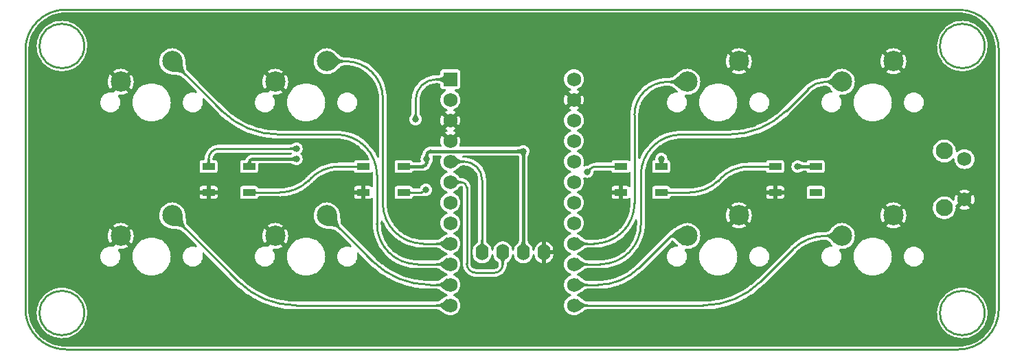
<source format=gbr>
%TF.GenerationSoftware,KiCad,Pcbnew,(6.0.0)*%
%TF.CreationDate,2022-03-13T18:47:54+01:00*%
%TF.ProjectId,TurtlePad,54757274-6c65-4506-9164-2e6b69636164,rev?*%
%TF.SameCoordinates,Original*%
%TF.FileFunction,Copper,L2,Bot*%
%TF.FilePolarity,Positive*%
%FSLAX46Y46*%
G04 Gerber Fmt 4.6, Leading zero omitted, Abs format (unit mm)*
G04 Created by KiCad (PCBNEW (6.0.0)) date 2022-03-13 18:47:54*
%MOMM*%
%LPD*%
G01*
G04 APERTURE LIST*
%TA.AperFunction,Profile*%
%ADD10C,0.250000*%
%TD*%
%TA.AperFunction,ComponentPad*%
%ADD11C,2.500000*%
%TD*%
%TA.AperFunction,ComponentPad*%
%ADD12O,1.600000X2.000000*%
%TD*%
%TA.AperFunction,ComponentPad*%
%ADD13C,2.100000*%
%TD*%
%TA.AperFunction,ComponentPad*%
%ADD14C,1.750000*%
%TD*%
%TA.AperFunction,ComponentPad*%
%ADD15R,1.752600X1.752600*%
%TD*%
%TA.AperFunction,ComponentPad*%
%ADD16C,1.752600*%
%TD*%
%TA.AperFunction,SMDPad,CuDef*%
%ADD17R,1.501140X0.899160*%
%TD*%
%TA.AperFunction,ViaPad*%
%ADD18C,0.800000*%
%TD*%
%TA.AperFunction,Conductor*%
%ADD19C,0.381000*%
%TD*%
%TA.AperFunction,Conductor*%
%ADD20C,0.254000*%
%TD*%
G04 APERTURE END LIST*
D10*
X98598750Y-79243439D02*
G75*
G03*
X93598750Y-84243439I0J-5000000D01*
G01*
X208598750Y-79243439D02*
X98598750Y-79243439D01*
X98598750Y-121243439D02*
X208598750Y-121243439D01*
X208598750Y-121243439D02*
G75*
G03*
X213598750Y-116243439I0J5000000D01*
G01*
X213598750Y-84243439D02*
G75*
G03*
X208598750Y-79243439I-5000000J0D01*
G01*
X100848750Y-116743439D02*
G75*
G03*
X100848750Y-116743439I-2750000J0D01*
G01*
X211848750Y-83743439D02*
G75*
G03*
X211848750Y-83743439I-2750000J0D01*
G01*
X211848750Y-116743439D02*
G75*
G03*
X211848750Y-116743439I-2750000J0D01*
G01*
X93598750Y-116243439D02*
G75*
G03*
X98598750Y-121243439I5000000J0D01*
G01*
X93598750Y-84243439D02*
X93598750Y-116243439D01*
X100848750Y-83743439D02*
G75*
G03*
X100848750Y-83743439I-2750000J0D01*
G01*
X213598750Y-116243439D02*
X213598750Y-84243439D01*
D11*
%TO.P,MX8,1,COL*%
%TO.N,MX8*%
X194242811Y-107223439D03*
%TO.P,MX8,2,ROW*%
%TO.N,GND*%
X200592811Y-104683439D03*
%TD*%
D12*
%TO.P,OL1,1,GND*%
%TO.N,GND*%
X157522811Y-109250939D03*
%TO.P,OL1,2,VCC*%
%TO.N,VCC*%
X154982811Y-109250939D03*
%TO.P,OL1,3,SCL*%
%TO.N,SCL*%
X152442811Y-109250939D03*
%TO.P,OL1,4,SDA*%
%TO.N,SDA*%
X149902811Y-109250939D03*
%TD*%
D11*
%TO.P,MX5,1,COL*%
%TO.N,GND*%
X105342811Y-107223439D03*
%TO.P,MX5,2,ROW*%
%TO.N,MX5*%
X111692811Y-104683439D03*
%TD*%
%TO.P,MX6,1,COL*%
%TO.N,GND*%
X124392811Y-107223439D03*
%TO.P,MX6,2,ROW*%
%TO.N,MX6*%
X130742811Y-104683439D03*
%TD*%
D13*
%TO.P,SW1,*%
%TO.N,*%
X206876250Y-103728439D03*
X206876250Y-96718439D03*
D14*
%TO.P,SW1,1,1*%
%TO.N,reset*%
X209366250Y-97718439D03*
%TO.P,SW1,2,2*%
%TO.N,GND*%
X209366250Y-102718439D03*
%TD*%
D11*
%TO.P,MX3,1,COL*%
%TO.N,MX3*%
X175192811Y-88173439D03*
%TO.P,MX3,2,ROW*%
%TO.N,GND*%
X181542811Y-85633439D03*
%TD*%
%TO.P,MX7,1,COL*%
%TO.N,MX7*%
X175192811Y-107223439D03*
%TO.P,MX7,2,ROW*%
%TO.N,GND*%
X181542811Y-104683439D03*
%TD*%
%TO.P,MX2,1,COL*%
%TO.N,GND*%
X124392811Y-88173439D03*
%TO.P,MX2,2,ROW*%
%TO.N,MX2*%
X130742811Y-85633439D03*
%TD*%
%TO.P,MX1,1,COL*%
%TO.N,GND*%
X105342811Y-88173439D03*
%TO.P,MX1,2,ROW*%
%TO.N,MX1*%
X111692811Y-85633439D03*
%TD*%
D15*
%TO.P,U1,1,TX0/PD3*%
%TO.N,LED*%
X145982811Y-87855939D03*
D16*
%TO.P,U1,2,RX1/PD2*%
%TO.N,unconnected-(U1-Pad2)*%
X145982811Y-90395939D03*
%TO.P,U1,3,GND*%
%TO.N,GND*%
X145982811Y-92935939D03*
%TO.P,U1,4,GND*%
X145982811Y-95475939D03*
%TO.P,U1,5,2/PD1*%
%TO.N,SDA*%
X145982811Y-98015939D03*
%TO.P,U1,6,3/PD0*%
%TO.N,SCL*%
X145982811Y-100555939D03*
%TO.P,U1,7,4/PD4*%
%TO.N,unconnected-(U1-Pad7)*%
X145982811Y-103095939D03*
%TO.P,U1,8,5/PC6*%
%TO.N,unconnected-(U1-Pad8)*%
X145982811Y-105635939D03*
%TO.P,U1,9,6/PD7*%
%TO.N,MX2*%
X145982811Y-108175939D03*
%TO.P,U1,10,7/PE6*%
%TO.N,MX1*%
X145982811Y-110715939D03*
%TO.P,U1,11,8/PB4*%
%TO.N,MX6*%
X145982811Y-113255939D03*
%TO.P,U1,12,9/PB5*%
%TO.N,MX5*%
X145982811Y-115795939D03*
%TO.P,U1,13,10/PB6*%
%TO.N,MX8*%
X161222811Y-115795939D03*
%TO.P,U1,14,16/PB2*%
%TO.N,MX7*%
X161222811Y-113255939D03*
%TO.P,U1,15,14/PB3*%
%TO.N,MX4*%
X161222811Y-110715939D03*
%TO.P,U1,16,15/PB1*%
%TO.N,MX3*%
X161222811Y-108175939D03*
%TO.P,U1,17,A0/PF7*%
%TO.N,unconnected-(U1-Pad17)*%
X161222811Y-105635939D03*
%TO.P,U1,18,A1/PF6*%
%TO.N,unconnected-(U1-Pad18)*%
X161222811Y-103095939D03*
%TO.P,U1,19,A2/PF5*%
%TO.N,unconnected-(U1-Pad19)*%
X161222811Y-100555939D03*
%TO.P,U1,20,A3/PF4*%
%TO.N,unconnected-(U1-Pad20)*%
X161222811Y-98015939D03*
%TO.P,U1,21,VCC*%
%TO.N,VCC*%
X161222811Y-95475939D03*
%TO.P,U1,22,RST*%
%TO.N,reset*%
X161222811Y-92935939D03*
%TO.P,U1,23,GND*%
%TO.N,GND*%
X161222811Y-90395939D03*
%TO.P,U1,24,RAW*%
%TO.N,unconnected-(U1-Pad24)*%
X161222811Y-87855939D03*
%TD*%
D11*
%TO.P,MX4,1,COL*%
%TO.N,MX4*%
X194242811Y-88173439D03*
%TO.P,MX4,2,ROW*%
%TO.N,GND*%
X200592811Y-85633439D03*
%TD*%
D17*
%TO.P,RGB4,1,VDD*%
%TO.N,VCC*%
X191027171Y-98638239D03*
%TO.P,RGB4,2,DOUT*%
%TO.N,unconnected-(RGB4-Pad2)*%
X191027171Y-101838639D03*
%TO.P,RGB4,3,VSS*%
%TO.N,GND*%
X186028451Y-101838639D03*
%TO.P,RGB4,4,DIN*%
%TO.N,Net-(RGB3-Pad2)*%
X186028451Y-98638239D03*
%TD*%
%TO.P,RGB3,4,DIN*%
%TO.N,Net-(RGB2-Pad2)*%
X166978451Y-98638239D03*
%TO.P,RGB3,3,VSS*%
%TO.N,GND*%
X166978451Y-101838639D03*
%TO.P,RGB3,2,DOUT*%
%TO.N,Net-(RGB3-Pad2)*%
X171977171Y-101838639D03*
%TO.P,RGB3,1,VDD*%
%TO.N,VCC*%
X171977171Y-98638239D03*
%TD*%
%TO.P,RGB2,1,VDD*%
%TO.N,VCC*%
X140227171Y-98638239D03*
%TO.P,RGB2,2,DOUT*%
%TO.N,Net-(RGB2-Pad2)*%
X140227171Y-101838639D03*
%TO.P,RGB2,3,VSS*%
%TO.N,GND*%
X135228451Y-101838639D03*
%TO.P,RGB2,4,DIN*%
%TO.N,Net-(RGB1-Pad2)*%
X135228451Y-98638239D03*
%TD*%
%TO.P,RGB1,1,VDD*%
%TO.N,VCC*%
X121177171Y-98638239D03*
%TO.P,RGB1,2,DOUT*%
%TO.N,Net-(RGB1-Pad2)*%
X121177171Y-101838639D03*
%TO.P,RGB1,3,VSS*%
%TO.N,GND*%
X116178451Y-101838639D03*
%TO.P,RGB1,4,DIN*%
%TO.N,LED*%
X116178451Y-98638239D03*
%TD*%
D18*
%TO.N,GND*%
X142158750Y-109303439D03*
X152358750Y-103153439D03*
X164908750Y-109243439D03*
X148958750Y-104573439D03*
X164306250Y-104063439D03*
X162888750Y-91723439D03*
X151118750Y-110883439D03*
X144208750Y-91723439D03*
%TO.N,VCC*%
X171978750Y-97703439D03*
X127018750Y-97703439D03*
X154978750Y-96753439D03*
X143068750Y-97713439D03*
X188788750Y-98633439D03*
%TO.N,LED*%
X127018750Y-96423439D03*
X141696561Y-92803439D03*
%TO.N,Net-(RGB2-Pad2)*%
X142966561Y-101508439D03*
X162878750Y-99283439D03*
%TD*%
D19*
%TO.N,VCC*%
X154982811Y-109250939D02*
X154982811Y-96742250D01*
X171978750Y-98636660D02*
X171977171Y-98638239D01*
X143068750Y-97242250D02*
X143068750Y-97713439D01*
X142568750Y-98638239D02*
X140227171Y-98638239D01*
X191022371Y-98633439D02*
X191027171Y-98638239D01*
X154982811Y-96742250D02*
X154982811Y-96749378D01*
X143068750Y-97713439D02*
X143068750Y-98138239D01*
X171978750Y-97703439D02*
X171978750Y-98636660D01*
X121177171Y-98203439D02*
X121177171Y-98638239D01*
X127018750Y-97703439D02*
X121677171Y-97703439D01*
X154982811Y-96749378D02*
X154978750Y-96753439D01*
X188788750Y-98633439D02*
X191022371Y-98633439D01*
X154982811Y-96742250D02*
X143568750Y-96742250D01*
X143068750Y-98138239D02*
G75*
G02*
X142568750Y-98638239I-500001J1D01*
G01*
X121177171Y-98203439D02*
G75*
G02*
X121677171Y-97703439I500001J-1D01*
G01*
X143568750Y-96742250D02*
G75*
G03*
X143068750Y-97242250I1J-500001D01*
G01*
D20*
%TO.N,Net-(RGB1-Pad2)*%
X135228451Y-98638239D02*
X132305018Y-98638239D01*
X128769484Y-100102705D02*
X128498016Y-100374173D01*
X124962482Y-101838639D02*
X121177171Y-101838639D01*
X124962482Y-101838639D02*
G75*
G03*
X128498016Y-100374173I1J4999998D01*
G01*
X132305018Y-98638239D02*
G75*
G03*
X128769484Y-100102705I-1J-4999998D01*
G01*
%TO.N,LED*%
X116178451Y-97728160D02*
X116178451Y-98638239D01*
X144272296Y-87855939D02*
X145982811Y-87855939D01*
X141696561Y-92803439D02*
X141696561Y-90431674D01*
X127018750Y-96423439D02*
X117483172Y-96423439D01*
X116178451Y-97728160D02*
G75*
G02*
X117483172Y-96423439I1304721J0D01*
G01*
X144272296Y-87855939D02*
G75*
G03*
X141696561Y-90431674I-1J-2575734D01*
G01*
%TO.N,Net-(RGB2-Pad2)*%
X163938164Y-98638239D02*
X166978451Y-98638239D01*
X140227171Y-101838639D02*
X140232371Y-101833439D01*
X162878750Y-99283439D02*
X163231057Y-98931132D01*
X142788008Y-101686992D02*
X142966561Y-101508439D01*
X140232371Y-101833439D02*
X142434454Y-101833439D01*
X142788008Y-101686992D02*
G75*
G02*
X142434454Y-101833439I-353553J353550D01*
G01*
X163231057Y-98931132D02*
G75*
G02*
X163938164Y-98638239I707106J-707106D01*
G01*
%TO.N,Net-(RGB3-Pad2)*%
X179028016Y-100374173D02*
X179299484Y-100102705D01*
X182835018Y-98638239D02*
X186028451Y-98638239D01*
X171977171Y-101838639D02*
X175492482Y-101838639D01*
X182835018Y-98638239D02*
G75*
G03*
X179299484Y-100102705I-1J-4999998D01*
G01*
X175492482Y-101838639D02*
G75*
G03*
X179028016Y-100374173I1J4999998D01*
G01*
%TO.N,SCL*%
X151392438Y-111783439D02*
X149155042Y-111783439D01*
X145998750Y-100555939D02*
X147338974Y-100555938D01*
X147998750Y-110627147D02*
X147998750Y-101215713D01*
X152442811Y-109250939D02*
X152442811Y-110733066D01*
X145998750Y-100555939D02*
X145982811Y-100555939D01*
X147338974Y-100555938D02*
G75*
G02*
X147998750Y-101215713I1J-659775D01*
G01*
X149155042Y-111783439D02*
G75*
G02*
X147998750Y-110627147I0J1156292D01*
G01*
X151392438Y-111783439D02*
G75*
G03*
X152442811Y-110733066I0J1050373D01*
G01*
%TO.N,SDA*%
X149902811Y-100288809D02*
X149902811Y-109250939D01*
X145982811Y-98015939D02*
X147629941Y-98015939D01*
X149902811Y-100288809D02*
G75*
G03*
X147629941Y-98015939I-2272869J1D01*
G01*
%TO.N,MX1*%
X124883697Y-94682189D02*
X131934061Y-94682189D01*
X111692811Y-85633439D02*
X117812629Y-91753257D01*
X141934061Y-110715939D02*
X145982811Y-110715939D01*
X136934061Y-99682189D02*
X136934061Y-105715939D01*
X136934061Y-99682189D02*
G75*
G03*
X131934061Y-94682189I-5000000J0D01*
G01*
X136934061Y-105715939D02*
G75*
G03*
X141934061Y-110715939I5000000J0D01*
G01*
X124883697Y-94682189D02*
G75*
G02*
X117812629Y-91753257I-2J9999996D01*
G01*
%TO.N,MX2*%
X137660572Y-90204367D02*
X137660572Y-103175939D01*
X142660572Y-108175939D02*
X145982811Y-108175939D01*
X130742811Y-85633439D02*
X133089644Y-85633439D01*
X137660572Y-103175939D02*
G75*
G03*
X142660572Y-108175939I5000000J0D01*
G01*
X133089644Y-85633439D02*
G75*
G02*
X137660572Y-90204367I-1J-4570929D01*
G01*
%TO.N,MX3*%
X175192811Y-88173439D02*
X172777404Y-88173439D01*
X163684061Y-108175939D02*
X161222811Y-108175939D01*
X168684061Y-92266782D02*
X168684061Y-103175939D01*
X163684061Y-108175939D02*
G75*
G03*
X168684061Y-103175939I0J5000000D01*
G01*
X172777404Y-88173439D02*
G75*
G03*
X168684061Y-92266782I-1J-4093342D01*
G01*
%TO.N,MX4*%
X192189623Y-88173439D02*
X194242811Y-88173439D01*
X174477811Y-94683439D02*
X180316614Y-94683439D01*
X169477811Y-105715939D02*
X169477811Y-99683439D01*
X187387682Y-91754507D02*
X190105463Y-89036726D01*
X161222811Y-110715939D02*
X164477811Y-110715939D01*
X174477811Y-94683439D02*
G75*
G03*
X169477811Y-99683439I0J-5000000D01*
G01*
X169477811Y-105715939D02*
G75*
G02*
X164477811Y-110715939I-5000000J0D01*
G01*
X192189623Y-88173440D02*
G75*
G03*
X190105464Y-89036727I0J-2947448D01*
G01*
X187387682Y-91754507D02*
G75*
G02*
X180316614Y-94683439I-7071070J7071075D01*
G01*
%TO.N,MX5*%
X119876379Y-112867007D02*
X111692811Y-104683439D01*
X145982811Y-115795939D02*
X126947447Y-115795939D01*
X119876379Y-112867007D02*
G75*
G03*
X126947447Y-115795939I7071070J7071075D01*
G01*
%TO.N,MX6*%
X136386379Y-110327007D02*
X130742811Y-104683439D01*
X145982811Y-113255939D02*
X143457447Y-113255939D01*
X143457447Y-113255939D02*
G75*
G02*
X136386379Y-110327007I-2J9999996D01*
G01*
%TO.N,MX7*%
X175192811Y-107223439D02*
X173178750Y-107223439D01*
X164196135Y-113255939D02*
X161222811Y-113255939D01*
X173178750Y-107223439D02*
X169232296Y-111169893D01*
X169232296Y-111169893D02*
G75*
G02*
X164196135Y-113255939I-5036162J5036164D01*
G01*
%TO.N,MX8*%
X177164114Y-115795939D02*
X161222811Y-115795939D01*
X194242811Y-107223439D02*
X192153448Y-107223439D01*
X188270296Y-108831893D02*
X184235182Y-112867007D01*
X188270296Y-108831893D02*
G75*
G02*
X192153448Y-107223439I3883153J-3883156D01*
G01*
X184235182Y-112867007D02*
G75*
G02*
X177164114Y-115795939I-7071070J7071075D01*
G01*
%TD*%
%TA.AperFunction,Conductor*%
%TO.N,GND*%
G36*
X208580997Y-79594990D02*
G01*
X208598750Y-79597802D01*
X208608543Y-79596251D01*
X208609850Y-79596251D01*
X208633016Y-79594935D01*
X208998529Y-79610894D01*
X209009477Y-79611852D01*
X209400771Y-79663366D01*
X209411579Y-79665272D01*
X209796887Y-79750693D01*
X209807504Y-79753538D01*
X210183901Y-79872215D01*
X210194214Y-79875968D01*
X210558858Y-80027009D01*
X210568802Y-80031647D01*
X210918867Y-80213879D01*
X210928387Y-80219375D01*
X211261235Y-80431423D01*
X211270239Y-80437727D01*
X211561222Y-80661005D01*
X211583353Y-80677987D01*
X211591770Y-80685051D01*
X211865336Y-80935726D01*
X211882741Y-80951675D01*
X211890510Y-80959444D01*
X212157136Y-81250416D01*
X212164202Y-81258836D01*
X212404462Y-81571950D01*
X212410766Y-81580954D01*
X212622814Y-81913802D01*
X212628309Y-81923321D01*
X212720557Y-82100526D01*
X212810538Y-82273378D01*
X212815180Y-82283331D01*
X212966218Y-82647967D01*
X212969974Y-82658288D01*
X212991237Y-82725726D01*
X213088651Y-83034684D01*
X213091496Y-83045301D01*
X213161730Y-83362105D01*
X213176915Y-83430601D01*
X213178823Y-83441418D01*
X213212414Y-83696570D01*
X213230337Y-83832711D01*
X213231295Y-83843660D01*
X213247116Y-84206006D01*
X213247254Y-84209169D01*
X213245938Y-84232339D01*
X213245938Y-84233646D01*
X213244387Y-84243439D01*
X213245938Y-84253231D01*
X213247199Y-84261193D01*
X213248750Y-84280904D01*
X213248750Y-116205974D01*
X213247199Y-116225685D01*
X213244387Y-116243439D01*
X213245938Y-116253232D01*
X213245938Y-116254539D01*
X213247254Y-116277705D01*
X213231295Y-116643217D01*
X213230337Y-116654166D01*
X213178984Y-117044239D01*
X213178824Y-117045452D01*
X213176917Y-117056268D01*
X213103926Y-117385508D01*
X213091496Y-117441576D01*
X213088651Y-117452194D01*
X212969977Y-117828582D01*
X212966221Y-117838903D01*
X212830852Y-118165713D01*
X212815184Y-118203538D01*
X212810542Y-118213491D01*
X212716395Y-118394347D01*
X212628310Y-118563556D01*
X212622814Y-118573076D01*
X212410766Y-118905924D01*
X212404462Y-118914928D01*
X212164202Y-119228042D01*
X212157138Y-119236459D01*
X211997742Y-119410411D01*
X211890514Y-119527430D01*
X211882745Y-119535199D01*
X211610236Y-119784907D01*
X211591773Y-119801825D01*
X211583356Y-119808888D01*
X211532850Y-119847643D01*
X211270239Y-120049151D01*
X211261235Y-120055455D01*
X210928387Y-120267503D01*
X210918868Y-120272998D01*
X210568802Y-120455231D01*
X210558858Y-120459869D01*
X210194214Y-120610910D01*
X210183901Y-120614663D01*
X209830439Y-120726109D01*
X209807505Y-120733340D01*
X209796888Y-120736185D01*
X209411579Y-120821606D01*
X209400771Y-120823512D01*
X209009478Y-120875026D01*
X208998529Y-120875984D01*
X208633016Y-120891943D01*
X208609850Y-120890627D01*
X208608543Y-120890627D01*
X208598750Y-120889076D01*
X208588958Y-120890627D01*
X208580996Y-120891888D01*
X208561285Y-120893439D01*
X98636215Y-120893439D01*
X98616504Y-120891888D01*
X98608542Y-120890627D01*
X98598750Y-120889076D01*
X98588957Y-120890627D01*
X98587650Y-120890627D01*
X98564484Y-120891943D01*
X98198971Y-120875984D01*
X98188022Y-120875026D01*
X97796729Y-120823512D01*
X97785921Y-120821606D01*
X97400612Y-120736185D01*
X97389995Y-120733340D01*
X97367061Y-120726109D01*
X97013599Y-120614663D01*
X97003286Y-120610910D01*
X96638642Y-120459869D01*
X96628698Y-120455231D01*
X96278632Y-120272998D01*
X96269113Y-120267503D01*
X95936265Y-120055455D01*
X95927261Y-120049151D01*
X95664650Y-119847643D01*
X95614144Y-119808888D01*
X95605727Y-119801825D01*
X95587264Y-119784907D01*
X95314755Y-119535199D01*
X95306986Y-119527430D01*
X95199759Y-119410411D01*
X95040362Y-119236459D01*
X95033298Y-119228042D01*
X94793038Y-118914928D01*
X94786734Y-118905924D01*
X94574686Y-118573076D01*
X94569190Y-118563556D01*
X94481105Y-118394347D01*
X94386958Y-118213491D01*
X94382316Y-118203538D01*
X94366649Y-118165713D01*
X94231279Y-117838903D01*
X94227523Y-117828582D01*
X94108849Y-117452194D01*
X94106004Y-117441576D01*
X94093574Y-117385508D01*
X94020583Y-117056268D01*
X94018676Y-117045452D01*
X94018517Y-117044239D01*
X93973209Y-116700088D01*
X94994168Y-116700088D01*
X94995985Y-116743439D01*
X95008683Y-117046423D01*
X95061714Y-117388981D01*
X95152599Y-117723493D01*
X95280205Y-118045789D01*
X95442942Y-118351853D01*
X95444927Y-118354751D01*
X95444933Y-118354762D01*
X95636791Y-118634963D01*
X95636796Y-118634969D01*
X95638782Y-118637870D01*
X95865283Y-118900273D01*
X95867853Y-118902653D01*
X95867857Y-118902657D01*
X95961477Y-118989350D01*
X96119622Y-119135794D01*
X96122444Y-119137875D01*
X96122447Y-119137877D01*
X96168884Y-119172113D01*
X96398629Y-119341496D01*
X96401666Y-119343250D01*
X96401670Y-119343252D01*
X96520820Y-119412043D01*
X96698827Y-119514815D01*
X96857651Y-119584204D01*
X97013253Y-119652185D01*
X97013256Y-119652186D01*
X97016474Y-119653592D01*
X97019831Y-119654631D01*
X97019836Y-119654633D01*
X97157529Y-119697256D01*
X97347610Y-119756096D01*
X97351066Y-119756755D01*
X97351065Y-119756755D01*
X97684658Y-119820391D01*
X97684663Y-119820392D01*
X97688109Y-119821049D01*
X97915112Y-119838516D01*
X98030229Y-119847374D01*
X98030230Y-119847374D01*
X98033726Y-119847643D01*
X98249730Y-119840100D01*
X98376639Y-119835669D01*
X98376644Y-119835669D01*
X98380154Y-119835546D01*
X98608508Y-119801825D01*
X98719595Y-119785421D01*
X98719599Y-119785420D01*
X98723074Y-119784907D01*
X98726466Y-119784011D01*
X98726470Y-119784010D01*
X99054821Y-119697256D01*
X99054822Y-119697256D01*
X99058212Y-119696360D01*
X99381392Y-119571007D01*
X99688584Y-119410411D01*
X99952495Y-119232401D01*
X99973045Y-119218540D01*
X99973047Y-119218539D01*
X99975961Y-119216573D01*
X100067458Y-119138703D01*
X100237266Y-118994184D01*
X100237267Y-118994183D01*
X100239939Y-118991909D01*
X100448490Y-118769826D01*
X100474819Y-118741789D01*
X100474823Y-118741784D01*
X100477230Y-118739221D01*
X100479335Y-118736407D01*
X100479341Y-118736400D01*
X100682766Y-118464475D01*
X100684875Y-118461656D01*
X100860286Y-118162675D01*
X100912327Y-118045789D01*
X100999844Y-117849222D01*
X100999846Y-117849217D01*
X101001276Y-117846005D01*
X101106089Y-117515593D01*
X101106775Y-117512130D01*
X101172735Y-117179006D01*
X101172736Y-117179001D01*
X101173418Y-117175555D01*
X101187428Y-117008716D01*
X101202241Y-116832316D01*
X101202242Y-116832305D01*
X101202424Y-116830132D01*
X101202802Y-116803113D01*
X101203605Y-116745617D01*
X101203605Y-116745605D01*
X101203635Y-116743439D01*
X101203405Y-116739312D01*
X101189808Y-116496123D01*
X101184285Y-116397341D01*
X101164775Y-116281991D01*
X101127064Y-116059024D01*
X101127062Y-116059016D01*
X101126477Y-116055556D01*
X101030930Y-115722346D01*
X100930917Y-115479696D01*
X100900174Y-115405107D01*
X100900170Y-115405099D01*
X100898836Y-115401862D01*
X100731842Y-115098101D01*
X100704008Y-115058643D01*
X100534059Y-114817726D01*
X100534058Y-114817725D01*
X100532028Y-114814847D01*
X100301886Y-114555631D01*
X100143653Y-114413157D01*
X100046901Y-114326041D01*
X100046898Y-114326039D01*
X100044283Y-114323684D01*
X99959191Y-114262764D01*
X99765298Y-114123950D01*
X99765291Y-114123946D01*
X99762431Y-114121898D01*
X99459842Y-113952787D01*
X99140289Y-113818459D01*
X99136920Y-113817468D01*
X99136916Y-113817466D01*
X98954455Y-113763765D01*
X98807753Y-113720588D01*
X98466381Y-113660395D01*
X98462872Y-113660174D01*
X98462870Y-113660174D01*
X98123944Y-113638851D01*
X98123938Y-113638851D01*
X98120426Y-113638630D01*
X98021667Y-113643460D01*
X97777708Y-113655391D01*
X97777699Y-113655392D01*
X97774201Y-113655563D01*
X97770733Y-113656125D01*
X97770730Y-113656125D01*
X97435497Y-113710421D01*
X97435494Y-113710422D01*
X97432022Y-113710984D01*
X97428639Y-113711929D01*
X97428637Y-113711929D01*
X97395887Y-113721073D01*
X97098152Y-113804202D01*
X97094904Y-113805514D01*
X97094896Y-113805517D01*
X96780018Y-113932736D01*
X96780014Y-113932738D01*
X96776754Y-113934055D01*
X96773667Y-113935724D01*
X96773663Y-113935726D01*
X96733160Y-113957626D01*
X96471834Y-114098925D01*
X96187192Y-114296756D01*
X96184550Y-114299069D01*
X96184546Y-114299072D01*
X95980345Y-114477837D01*
X95926376Y-114525083D01*
X95692636Y-114781061D01*
X95488887Y-115061497D01*
X95487145Y-115064563D01*
X95487144Y-115064565D01*
X95466341Y-115101185D01*
X95317668Y-115362898D01*
X95181112Y-115681506D01*
X95180095Y-115684875D01*
X95082000Y-116009784D01*
X95080923Y-116013350D01*
X95080287Y-116016817D01*
X95032287Y-116278349D01*
X95018348Y-116354294D01*
X94994168Y-116700088D01*
X93973209Y-116700088D01*
X93967163Y-116654166D01*
X93966205Y-116643217D01*
X93950246Y-116277705D01*
X93951562Y-116254539D01*
X93951562Y-116253232D01*
X93953113Y-116243439D01*
X93950301Y-116225685D01*
X93948750Y-116205974D01*
X93948750Y-109802088D01*
X102842965Y-109802088D01*
X102845673Y-109824469D01*
X102867073Y-110001304D01*
X102869246Y-110019265D01*
X102870893Y-110024619D01*
X102870894Y-110024623D01*
X102907083Y-110142255D01*
X102933571Y-110228354D01*
X103033905Y-110422749D01*
X103167078Y-110596303D01*
X103171223Y-110600074D01*
X103171226Y-110600078D01*
X103292539Y-110710464D01*
X103328880Y-110743532D01*
X103333636Y-110746515D01*
X103333638Y-110746517D01*
X103509441Y-110856798D01*
X103509445Y-110856800D01*
X103514197Y-110859781D01*
X103717171Y-110941376D01*
X103785186Y-110955461D01*
X103926860Y-110984800D01*
X103926864Y-110984800D01*
X103931386Y-110985737D01*
X103935999Y-110986003D01*
X103985093Y-110988834D01*
X103985095Y-110988834D01*
X103986915Y-110988939D01*
X104128307Y-110988939D01*
X104131094Y-110988690D01*
X104131100Y-110988690D01*
X104190132Y-110983421D01*
X104290705Y-110974445D01*
X104501713Y-110916720D01*
X104506771Y-110914308D01*
X104506775Y-110914306D01*
X104694096Y-110824959D01*
X104694098Y-110824958D01*
X104699163Y-110822542D01*
X104703725Y-110819264D01*
X104872254Y-110698163D01*
X104872256Y-110698161D01*
X104876814Y-110694886D01*
X104969168Y-110599584D01*
X105025150Y-110541816D01*
X105025152Y-110541813D01*
X105029053Y-110537788D01*
X105080457Y-110461291D01*
X105147939Y-110360867D01*
X105147942Y-110360862D01*
X105151065Y-110356214D01*
X105238995Y-110155903D01*
X105243136Y-110138658D01*
X105288754Y-109948644D01*
X105288754Y-109948643D01*
X105290064Y-109943187D01*
X105297472Y-109814716D01*
X105300429Y-109763439D01*
X106797268Y-109763439D01*
X106797538Y-109767558D01*
X106814036Y-110019265D01*
X106817420Y-110070899D01*
X106818224Y-110074939D01*
X106818224Y-110074942D01*
X106876438Y-110367602D01*
X106877531Y-110373098D01*
X106878856Y-110377002D01*
X106878857Y-110377005D01*
X106973466Y-110655714D01*
X106976573Y-110664866D01*
X107026032Y-110765159D01*
X107101504Y-110918200D01*
X107112851Y-110941210D01*
X107284033Y-111197403D01*
X107286747Y-111200497D01*
X107286751Y-111200503D01*
X107438321Y-111373334D01*
X107487191Y-111429059D01*
X107490280Y-111431768D01*
X107715747Y-111629499D01*
X107715753Y-111629503D01*
X107718847Y-111632217D01*
X107975040Y-111803399D01*
X107978739Y-111805223D01*
X107978744Y-111805226D01*
X108073311Y-111851861D01*
X108251384Y-111939677D01*
X108255289Y-111941003D01*
X108255290Y-111941003D01*
X108539245Y-112037393D01*
X108539248Y-112037394D01*
X108543152Y-112038719D01*
X108547191Y-112039522D01*
X108547197Y-112039524D01*
X108841308Y-112098026D01*
X108841311Y-112098026D01*
X108845351Y-112098830D01*
X108849462Y-112099099D01*
X108849466Y-112099100D01*
X109073821Y-112113805D01*
X109073830Y-112113805D01*
X109075870Y-112113939D01*
X109229752Y-112113939D01*
X109231792Y-112113805D01*
X109231801Y-112113805D01*
X109456156Y-112099100D01*
X109456160Y-112099099D01*
X109460271Y-112098830D01*
X109464311Y-112098026D01*
X109464314Y-112098026D01*
X109758425Y-112039524D01*
X109758431Y-112039522D01*
X109762470Y-112038719D01*
X109766374Y-112037394D01*
X109766377Y-112037393D01*
X110050332Y-111941003D01*
X110050333Y-111941003D01*
X110054238Y-111939677D01*
X110232311Y-111851861D01*
X110326878Y-111805226D01*
X110326883Y-111805223D01*
X110330582Y-111803399D01*
X110586775Y-111632217D01*
X110589869Y-111629503D01*
X110589875Y-111629499D01*
X110815342Y-111431768D01*
X110818431Y-111429059D01*
X110867301Y-111373334D01*
X111018871Y-111200503D01*
X111018875Y-111200497D01*
X111021589Y-111197403D01*
X111024126Y-111193607D01*
X111186190Y-110951060D01*
X111192771Y-110941211D01*
X111196483Y-110933685D01*
X111286132Y-110751894D01*
X111329049Y-110664866D01*
X111332156Y-110655714D01*
X111426765Y-110377005D01*
X111426766Y-110377002D01*
X111428091Y-110373098D01*
X111429185Y-110367602D01*
X111487398Y-110074942D01*
X111487398Y-110074939D01*
X111488202Y-110070899D01*
X111491587Y-110019265D01*
X111508084Y-109767558D01*
X111508354Y-109763439D01*
X111502031Y-109666968D01*
X111488472Y-109460094D01*
X111488471Y-109460090D01*
X111488202Y-109455979D01*
X111464341Y-109336020D01*
X111428896Y-109157825D01*
X111428894Y-109157819D01*
X111428091Y-109153780D01*
X111404121Y-109083165D01*
X111330375Y-108865918D01*
X111330375Y-108865917D01*
X111329049Y-108862012D01*
X111256126Y-108714139D01*
X111194598Y-108589372D01*
X111194595Y-108589367D01*
X111192771Y-108585668D01*
X111021589Y-108329475D01*
X111018875Y-108326381D01*
X111018871Y-108326375D01*
X110821140Y-108100908D01*
X110818431Y-108097819D01*
X110735367Y-108024973D01*
X110589875Y-107897379D01*
X110589869Y-107897375D01*
X110586775Y-107894661D01*
X110330582Y-107723479D01*
X110326883Y-107721655D01*
X110326878Y-107721652D01*
X110184849Y-107651611D01*
X110054238Y-107587201D01*
X110050332Y-107585875D01*
X109766377Y-107489485D01*
X109766374Y-107489484D01*
X109762470Y-107488159D01*
X109758431Y-107487356D01*
X109758425Y-107487354D01*
X109464314Y-107428852D01*
X109464311Y-107428852D01*
X109460271Y-107428048D01*
X109456160Y-107427779D01*
X109456156Y-107427778D01*
X109231801Y-107413073D01*
X109231792Y-107413073D01*
X109229752Y-107412939D01*
X109075870Y-107412939D01*
X109073830Y-107413073D01*
X109073821Y-107413073D01*
X108849466Y-107427778D01*
X108849462Y-107427779D01*
X108845351Y-107428048D01*
X108841311Y-107428852D01*
X108841308Y-107428852D01*
X108547197Y-107487354D01*
X108547191Y-107487356D01*
X108543152Y-107488159D01*
X108539248Y-107489484D01*
X108539245Y-107489485D01*
X108255290Y-107585875D01*
X108251384Y-107587201D01*
X108120773Y-107651611D01*
X107978744Y-107721652D01*
X107978739Y-107721655D01*
X107975040Y-107723479D01*
X107718847Y-107894661D01*
X107715753Y-107897375D01*
X107715747Y-107897379D01*
X107570255Y-108024973D01*
X107487191Y-108097819D01*
X107484482Y-108100908D01*
X107286751Y-108326375D01*
X107286747Y-108326381D01*
X107284033Y-108329475D01*
X107281744Y-108332901D01*
X107281740Y-108332906D01*
X107157783Y-108518421D01*
X107112851Y-108585667D01*
X107111027Y-108589366D01*
X107111024Y-108589371D01*
X107050984Y-108711121D01*
X106976573Y-108862012D01*
X106975247Y-108865917D01*
X106975247Y-108865918D01*
X106901502Y-109083165D01*
X106877531Y-109153780D01*
X106876728Y-109157819D01*
X106876726Y-109157825D01*
X106841281Y-109336020D01*
X106817420Y-109455979D01*
X106817151Y-109460090D01*
X106817150Y-109460094D01*
X106803591Y-109666968D01*
X106797268Y-109763439D01*
X105300429Y-109763439D01*
X105302334Y-109730397D01*
X105302334Y-109730394D01*
X105302657Y-109724790D01*
X105283526Y-109566700D01*
X105277050Y-109513182D01*
X105277050Y-109513181D01*
X105276376Y-109507613D01*
X105274552Y-109501682D01*
X105213699Y-109303881D01*
X105212051Y-109298524D01*
X105159052Y-109195840D01*
X105114288Y-109109110D01*
X105114287Y-109109109D01*
X105111717Y-109104129D01*
X105043961Y-109015828D01*
X105018360Y-108949608D01*
X105032625Y-108880059D01*
X105082226Y-108829263D01*
X105153809Y-108813512D01*
X105337881Y-108827999D01*
X105347741Y-108827999D01*
X105588946Y-108809015D01*
X105598693Y-108807472D01*
X105833955Y-108750990D01*
X105843340Y-108747941D01*
X106066868Y-108655353D01*
X106075662Y-108650872D01*
X106268161Y-108532909D01*
X106277621Y-108522453D01*
X106273837Y-108513675D01*
X105355623Y-107595461D01*
X105341679Y-107587847D01*
X105339846Y-107587978D01*
X105333231Y-107592229D01*
X104403213Y-108522247D01*
X104340901Y-108556273D01*
X104288567Y-108556534D01*
X104218762Y-108542078D01*
X104218758Y-108542078D01*
X104214236Y-108541141D01*
X104208100Y-108540787D01*
X104160529Y-108538044D01*
X104160527Y-108538044D01*
X104158707Y-108537939D01*
X104017315Y-108537939D01*
X104014528Y-108538188D01*
X104014522Y-108538188D01*
X103955490Y-108543457D01*
X103854917Y-108552433D01*
X103643909Y-108610158D01*
X103638851Y-108612570D01*
X103638847Y-108612572D01*
X103451526Y-108701919D01*
X103446459Y-108704336D01*
X103441898Y-108707613D01*
X103441897Y-108707614D01*
X103273668Y-108828500D01*
X103268808Y-108831992D01*
X103222228Y-108880059D01*
X103123058Y-108982394D01*
X103116569Y-108989090D01*
X103098602Y-109015828D01*
X102997683Y-109166011D01*
X102997680Y-109166016D01*
X102994557Y-109170664D01*
X102906627Y-109370975D01*
X102905318Y-109376426D01*
X102905317Y-109376430D01*
X102856868Y-109578234D01*
X102855558Y-109583691D01*
X102855235Y-109589296D01*
X102844443Y-109776463D01*
X102842965Y-109802088D01*
X93948750Y-109802088D01*
X93948750Y-107228369D01*
X103738251Y-107228369D01*
X103757235Y-107469574D01*
X103758778Y-107479321D01*
X103815260Y-107714583D01*
X103818309Y-107723968D01*
X103910897Y-107947496D01*
X103915378Y-107956290D01*
X104033341Y-108148789D01*
X104043797Y-108158249D01*
X104052575Y-108154465D01*
X104970789Y-107236251D01*
X104977167Y-107224571D01*
X105707219Y-107224571D01*
X105707350Y-107226404D01*
X105711601Y-107233019D01*
X106630004Y-108151422D01*
X106642384Y-108158182D01*
X106650034Y-108152455D01*
X106770244Y-107956290D01*
X106774725Y-107947496D01*
X106867313Y-107723968D01*
X106870362Y-107714583D01*
X106926844Y-107479321D01*
X106928387Y-107469574D01*
X106947371Y-107228369D01*
X106947371Y-107218509D01*
X106928387Y-106977304D01*
X106926844Y-106967557D01*
X106870362Y-106732295D01*
X106867313Y-106722910D01*
X106774725Y-106499382D01*
X106770244Y-106490588D01*
X106652281Y-106298089D01*
X106641825Y-106288629D01*
X106633047Y-106292413D01*
X105714833Y-107210627D01*
X105707219Y-107224571D01*
X104977167Y-107224571D01*
X104978403Y-107222307D01*
X104978272Y-107220474D01*
X104974021Y-107213859D01*
X104055618Y-106295456D01*
X104043238Y-106288696D01*
X104035588Y-106294423D01*
X103915378Y-106490588D01*
X103910897Y-106499382D01*
X103818309Y-106722910D01*
X103815260Y-106732295D01*
X103758778Y-106967557D01*
X103757235Y-106977304D01*
X103738251Y-107218509D01*
X103738251Y-107228369D01*
X93948750Y-107228369D01*
X93948750Y-105924425D01*
X104408001Y-105924425D01*
X104411785Y-105933203D01*
X105329999Y-106851417D01*
X105343943Y-106859031D01*
X105345776Y-106858900D01*
X105352391Y-106854649D01*
X106270794Y-105936246D01*
X106277554Y-105923866D01*
X106271827Y-105916216D01*
X106075662Y-105796006D01*
X106066868Y-105791525D01*
X105843340Y-105698937D01*
X105833955Y-105695888D01*
X105598693Y-105639406D01*
X105588946Y-105637863D01*
X105347741Y-105618879D01*
X105337881Y-105618879D01*
X105096676Y-105637863D01*
X105086929Y-105639406D01*
X104851667Y-105695888D01*
X104842282Y-105698937D01*
X104618754Y-105791525D01*
X104609960Y-105796006D01*
X104417461Y-105913969D01*
X104408001Y-105924425D01*
X93948750Y-105924425D01*
X93948750Y-104683439D01*
X110087362Y-104683439D01*
X110107128Y-104934587D01*
X110108282Y-104939394D01*
X110108283Y-104939400D01*
X110135371Y-105052229D01*
X110165938Y-105179550D01*
X110167831Y-105184121D01*
X110167832Y-105184123D01*
X110257184Y-105399837D01*
X110262345Y-105412298D01*
X110393975Y-105627098D01*
X110397187Y-105630858D01*
X110397190Y-105630863D01*
X110511229Y-105764385D01*
X110557587Y-105818663D01*
X110561349Y-105821876D01*
X110745387Y-105979060D01*
X110745392Y-105979063D01*
X110749152Y-105982275D01*
X110963952Y-106113905D01*
X110968522Y-106115798D01*
X110968526Y-106115800D01*
X111089798Y-106166032D01*
X111196700Y-106210312D01*
X111327713Y-106241765D01*
X111333294Y-106243241D01*
X111445113Y-106275600D01*
X111445858Y-106275795D01*
X111445861Y-106275796D01*
X111461613Y-106279923D01*
X111461640Y-106279930D01*
X111462355Y-106280117D01*
X111463517Y-106280390D01*
X111464327Y-106280559D01*
X111464356Y-106280565D01*
X111480239Y-106283870D01*
X111480253Y-106283873D01*
X111481052Y-106284039D01*
X111481825Y-106284179D01*
X111481849Y-106284184D01*
X111617789Y-106308861D01*
X111714225Y-106326367D01*
X111728234Y-106328618D01*
X111729163Y-106328748D01*
X111729759Y-106328819D01*
X111729779Y-106328822D01*
X111742283Y-106330320D01*
X111742310Y-106330323D01*
X111742928Y-106330397D01*
X111955713Y-106351622D01*
X111956094Y-106351656D01*
X111956133Y-106351660D01*
X111962042Y-106352192D01*
X111962078Y-106352195D01*
X111962366Y-106352221D01*
X111962838Y-106352259D01*
X111970316Y-106352781D01*
X112029398Y-106356266D01*
X112029402Y-106356266D01*
X112165092Y-106364268D01*
X112166738Y-106364376D01*
X112334292Y-106376558D01*
X112343629Y-106377589D01*
X112407359Y-106387049D01*
X112407363Y-106387050D01*
X112479692Y-106397784D01*
X112495588Y-106401205D01*
X112572723Y-106423095D01*
X112572725Y-106423096D01*
X112614552Y-106434966D01*
X112633392Y-106441980D01*
X112748861Y-106495812D01*
X112756394Y-106499324D01*
X112773753Y-106509160D01*
X112919613Y-106607831D01*
X112933017Y-106618282D01*
X113113808Y-106779998D01*
X113118900Y-106784815D01*
X114708846Y-108374761D01*
X114742872Y-108437073D01*
X114737807Y-108507888D01*
X114695260Y-108564724D01*
X114628740Y-108589535D01*
X114588543Y-108585058D01*
X114588451Y-108585502D01*
X114488116Y-108564724D01*
X114378762Y-108542078D01*
X114378758Y-108542078D01*
X114374236Y-108541141D01*
X114368100Y-108540787D01*
X114320529Y-108538044D01*
X114320527Y-108538044D01*
X114318707Y-108537939D01*
X114177315Y-108537939D01*
X114174528Y-108538188D01*
X114174522Y-108538188D01*
X114115490Y-108543457D01*
X114014917Y-108552433D01*
X113803909Y-108610158D01*
X113798851Y-108612570D01*
X113798847Y-108612572D01*
X113611526Y-108701919D01*
X113606459Y-108704336D01*
X113601898Y-108707613D01*
X113601897Y-108707614D01*
X113433668Y-108828500D01*
X113428808Y-108831992D01*
X113382228Y-108880059D01*
X113283058Y-108982394D01*
X113276569Y-108989090D01*
X113258602Y-109015828D01*
X113157683Y-109166011D01*
X113157680Y-109166016D01*
X113154557Y-109170664D01*
X113066627Y-109370975D01*
X113065318Y-109376426D01*
X113065317Y-109376430D01*
X113016868Y-109578234D01*
X113015558Y-109583691D01*
X113015235Y-109589296D01*
X113004443Y-109776463D01*
X113002965Y-109802088D01*
X113005673Y-109824469D01*
X113027073Y-110001304D01*
X113029246Y-110019265D01*
X113030893Y-110024619D01*
X113030894Y-110024623D01*
X113067083Y-110142255D01*
X113093571Y-110228354D01*
X113193905Y-110422749D01*
X113327078Y-110596303D01*
X113331223Y-110600074D01*
X113331226Y-110600078D01*
X113452539Y-110710464D01*
X113488880Y-110743532D01*
X113493636Y-110746515D01*
X113493638Y-110746517D01*
X113669441Y-110856798D01*
X113669445Y-110856800D01*
X113674197Y-110859781D01*
X113877171Y-110941376D01*
X113945186Y-110955461D01*
X114086860Y-110984800D01*
X114086864Y-110984800D01*
X114091386Y-110985737D01*
X114095999Y-110986003D01*
X114145093Y-110988834D01*
X114145095Y-110988834D01*
X114146915Y-110988939D01*
X114288307Y-110988939D01*
X114291094Y-110988690D01*
X114291100Y-110988690D01*
X114350132Y-110983421D01*
X114450705Y-110974445D01*
X114661713Y-110916720D01*
X114666771Y-110914308D01*
X114666775Y-110914306D01*
X114854096Y-110824959D01*
X114854098Y-110824958D01*
X114859163Y-110822542D01*
X114863725Y-110819264D01*
X115032254Y-110698163D01*
X115032256Y-110698161D01*
X115036814Y-110694886D01*
X115129168Y-110599584D01*
X115185150Y-110541816D01*
X115185152Y-110541813D01*
X115189053Y-110537788D01*
X115240457Y-110461291D01*
X115307939Y-110360867D01*
X115307942Y-110360862D01*
X115311065Y-110356214D01*
X115398995Y-110155903D01*
X115403136Y-110138658D01*
X115448754Y-109948644D01*
X115448754Y-109948643D01*
X115450064Y-109943187D01*
X115457472Y-109814716D01*
X115462334Y-109730397D01*
X115462334Y-109730394D01*
X115462657Y-109724790D01*
X115443526Y-109566700D01*
X115437050Y-109513182D01*
X115437050Y-109513181D01*
X115436376Y-109507613D01*
X115434727Y-109502252D01*
X115405427Y-109407011D01*
X115404515Y-109336020D01*
X115442127Y-109275806D01*
X115506324Y-109245485D01*
X115576722Y-109254685D01*
X115614952Y-109280867D01*
X119502927Y-113168842D01*
X119516474Y-113184858D01*
X119527032Y-113199687D01*
X119530435Y-113203174D01*
X119530438Y-113203178D01*
X119531457Y-113204222D01*
X119535264Y-113208123D01*
X119539160Y-113211043D01*
X119542131Y-113213651D01*
X119545569Y-113216783D01*
X119963053Y-113611479D01*
X120412262Y-113990802D01*
X120413674Y-113991865D01*
X120413682Y-113991871D01*
X120630400Y-114154968D01*
X120882033Y-114344341D01*
X120883487Y-114345313D01*
X120883506Y-114345326D01*
X121254502Y-114593217D01*
X121370887Y-114670983D01*
X121372398Y-114671874D01*
X121372415Y-114671885D01*
X121701481Y-114865995D01*
X121877288Y-114969701D01*
X121947801Y-115006129D01*
X122398068Y-115238743D01*
X122398086Y-115238752D01*
X122399641Y-115239555D01*
X122401248Y-115240274D01*
X122401252Y-115240276D01*
X122934689Y-115478974D01*
X122934709Y-115478982D01*
X122936304Y-115479696D01*
X122937956Y-115480326D01*
X122937969Y-115480332D01*
X123483930Y-115688736D01*
X123485586Y-115689368D01*
X124045762Y-115867912D01*
X124615066Y-116014766D01*
X125035359Y-116098367D01*
X125189980Y-116129123D01*
X125189984Y-116129124D01*
X125191710Y-116129467D01*
X125193450Y-116129713D01*
X125193452Y-116129713D01*
X125772118Y-116211408D01*
X125772134Y-116211410D01*
X125773878Y-116211656D01*
X126034596Y-116233647D01*
X126357971Y-116260923D01*
X126357973Y-116260923D01*
X126359738Y-116261072D01*
X126361512Y-116261122D01*
X126361516Y-116261122D01*
X126492889Y-116264808D01*
X126922111Y-116276851D01*
X126929826Y-116277304D01*
X126930857Y-116277396D01*
X126935661Y-116278205D01*
X126941689Y-116278279D01*
X126942587Y-116278290D01*
X126942592Y-116278290D01*
X126947447Y-116278349D01*
X126972843Y-116274712D01*
X126990705Y-116273439D01*
X144233921Y-116273439D01*
X144240419Y-116273607D01*
X144261816Y-116274712D01*
X144394889Y-116281584D01*
X144410511Y-116283374D01*
X144505687Y-116300352D01*
X144515676Y-116302134D01*
X144533629Y-116306721D01*
X144606349Y-116331121D01*
X144623787Y-116338471D01*
X144684505Y-116369624D01*
X144698008Y-116377653D01*
X144747868Y-116411682D01*
X144764804Y-116423241D01*
X144772484Y-116428921D01*
X144815133Y-116463041D01*
X144856485Y-116496123D01*
X144858328Y-116497626D01*
X144959807Y-116582000D01*
X144964255Y-116585637D01*
X144964551Y-116585875D01*
X144968958Y-116589360D01*
X144969093Y-116589465D01*
X144969145Y-116589506D01*
X145029049Y-116636108D01*
X145085124Y-116679732D01*
X145085559Y-116680058D01*
X145092970Y-116685616D01*
X145095035Y-116687165D01*
X145095702Y-116687647D01*
X145105753Y-116694646D01*
X145241297Y-116785550D01*
X145254832Y-116794184D01*
X145255751Y-116794741D01*
X145269704Y-116802765D01*
X145270320Y-116803101D01*
X145270326Y-116803104D01*
X145318242Y-116829212D01*
X145330228Y-116836641D01*
X145367068Y-116862437D01*
X145561618Y-116953157D01*
X145566926Y-116954579D01*
X145566928Y-116954580D01*
X145763651Y-117007292D01*
X145763653Y-117007292D01*
X145768966Y-117008716D01*
X145982811Y-117027425D01*
X146196656Y-117008716D01*
X146201969Y-117007292D01*
X146201971Y-117007292D01*
X146398694Y-116954580D01*
X146398696Y-116954579D01*
X146404004Y-116953157D01*
X146408986Y-116950834D01*
X146593567Y-116864763D01*
X146593572Y-116864760D01*
X146598554Y-116862437D01*
X146641179Y-116832591D01*
X146769884Y-116742471D01*
X146769887Y-116742469D01*
X146774395Y-116739312D01*
X146926184Y-116587523D01*
X146929979Y-116582104D01*
X147046152Y-116416191D01*
X147046153Y-116416189D01*
X147049309Y-116411682D01*
X147051632Y-116406700D01*
X147051635Y-116406695D01*
X147137706Y-116222114D01*
X147137707Y-116222113D01*
X147140029Y-116217132D01*
X147183324Y-116055556D01*
X147194164Y-116015099D01*
X147194164Y-116015097D01*
X147195588Y-116009784D01*
X147214297Y-115795939D01*
X159991325Y-115795939D01*
X160010034Y-116009784D01*
X160011458Y-116015097D01*
X160011458Y-116015099D01*
X160022299Y-116055556D01*
X160065593Y-116217132D01*
X160067915Y-116222113D01*
X160067916Y-116222114D01*
X160153987Y-116406695D01*
X160153990Y-116406700D01*
X160156313Y-116411682D01*
X160159469Y-116416189D01*
X160159470Y-116416191D01*
X160275644Y-116582104D01*
X160279438Y-116587523D01*
X160431227Y-116739312D01*
X160435735Y-116742469D01*
X160435738Y-116742471D01*
X160564443Y-116832591D01*
X160607068Y-116862437D01*
X160612050Y-116864760D01*
X160612055Y-116864763D01*
X160796636Y-116950834D01*
X160801618Y-116953157D01*
X160806926Y-116954579D01*
X160806928Y-116954580D01*
X161003651Y-117007292D01*
X161003653Y-117007292D01*
X161008966Y-117008716D01*
X161222811Y-117027425D01*
X161436656Y-117008716D01*
X161441969Y-117007292D01*
X161441971Y-117007292D01*
X161638694Y-116954580D01*
X161638696Y-116954579D01*
X161644004Y-116953157D01*
X161648986Y-116950834D01*
X161833567Y-116864763D01*
X161833572Y-116864760D01*
X161838554Y-116862437D01*
X161843063Y-116859280D01*
X161843068Y-116859277D01*
X161875400Y-116836638D01*
X161887384Y-116829209D01*
X161935278Y-116803113D01*
X161935296Y-116803103D01*
X161935918Y-116802764D01*
X161949870Y-116794741D01*
X161950789Y-116794184D01*
X161964324Y-116785550D01*
X162091754Y-116700088D01*
X205994168Y-116700088D01*
X205995985Y-116743439D01*
X206008683Y-117046423D01*
X206061714Y-117388981D01*
X206152599Y-117723493D01*
X206280205Y-118045789D01*
X206442942Y-118351853D01*
X206444927Y-118354751D01*
X206444933Y-118354762D01*
X206636791Y-118634963D01*
X206636796Y-118634969D01*
X206638782Y-118637870D01*
X206865283Y-118900273D01*
X206867853Y-118902653D01*
X206867857Y-118902657D01*
X206961477Y-118989350D01*
X207119622Y-119135794D01*
X207122444Y-119137875D01*
X207122447Y-119137877D01*
X207168884Y-119172113D01*
X207398629Y-119341496D01*
X207401666Y-119343250D01*
X207401670Y-119343252D01*
X207520820Y-119412043D01*
X207698827Y-119514815D01*
X207857651Y-119584204D01*
X208013253Y-119652185D01*
X208013256Y-119652186D01*
X208016474Y-119653592D01*
X208019831Y-119654631D01*
X208019836Y-119654633D01*
X208157529Y-119697256D01*
X208347610Y-119756096D01*
X208351066Y-119756755D01*
X208351065Y-119756755D01*
X208684658Y-119820391D01*
X208684663Y-119820392D01*
X208688109Y-119821049D01*
X208915112Y-119838516D01*
X209030229Y-119847374D01*
X209030230Y-119847374D01*
X209033726Y-119847643D01*
X209249730Y-119840100D01*
X209376639Y-119835669D01*
X209376644Y-119835669D01*
X209380154Y-119835546D01*
X209608508Y-119801825D01*
X209719595Y-119785421D01*
X209719599Y-119785420D01*
X209723074Y-119784907D01*
X209726466Y-119784011D01*
X209726470Y-119784010D01*
X210054821Y-119697256D01*
X210054822Y-119697256D01*
X210058212Y-119696360D01*
X210381392Y-119571007D01*
X210688584Y-119410411D01*
X210952495Y-119232401D01*
X210973045Y-119218540D01*
X210973047Y-119218539D01*
X210975961Y-119216573D01*
X211067458Y-119138703D01*
X211237266Y-118994184D01*
X211237267Y-118994183D01*
X211239939Y-118991909D01*
X211448490Y-118769826D01*
X211474819Y-118741789D01*
X211474823Y-118741784D01*
X211477230Y-118739221D01*
X211479335Y-118736407D01*
X211479341Y-118736400D01*
X211682766Y-118464475D01*
X211684875Y-118461656D01*
X211860286Y-118162675D01*
X211912327Y-118045789D01*
X211999844Y-117849222D01*
X211999846Y-117849217D01*
X212001276Y-117846005D01*
X212106089Y-117515593D01*
X212106775Y-117512130D01*
X212172735Y-117179006D01*
X212172736Y-117179001D01*
X212173418Y-117175555D01*
X212187428Y-117008716D01*
X212202241Y-116832316D01*
X212202242Y-116832305D01*
X212202424Y-116830132D01*
X212202802Y-116803113D01*
X212203605Y-116745617D01*
X212203605Y-116745605D01*
X212203635Y-116743439D01*
X212203405Y-116739312D01*
X212189808Y-116496123D01*
X212184285Y-116397341D01*
X212164775Y-116281991D01*
X212127064Y-116059024D01*
X212127062Y-116059016D01*
X212126477Y-116055556D01*
X212030930Y-115722346D01*
X211930917Y-115479696D01*
X211900174Y-115405107D01*
X211900170Y-115405099D01*
X211898836Y-115401862D01*
X211731842Y-115098101D01*
X211704008Y-115058643D01*
X211534059Y-114817726D01*
X211534058Y-114817725D01*
X211532028Y-114814847D01*
X211301886Y-114555631D01*
X211143653Y-114413157D01*
X211046901Y-114326041D01*
X211046898Y-114326039D01*
X211044283Y-114323684D01*
X210959191Y-114262764D01*
X210765298Y-114123950D01*
X210765291Y-114123946D01*
X210762431Y-114121898D01*
X210459842Y-113952787D01*
X210140289Y-113818459D01*
X210136920Y-113817468D01*
X210136916Y-113817466D01*
X209954455Y-113763765D01*
X209807753Y-113720588D01*
X209466381Y-113660395D01*
X209462872Y-113660174D01*
X209462870Y-113660174D01*
X209123944Y-113638851D01*
X209123938Y-113638851D01*
X209120426Y-113638630D01*
X209021667Y-113643460D01*
X208777708Y-113655391D01*
X208777699Y-113655392D01*
X208774201Y-113655563D01*
X208770733Y-113656125D01*
X208770730Y-113656125D01*
X208435497Y-113710421D01*
X208435494Y-113710422D01*
X208432022Y-113710984D01*
X208428639Y-113711929D01*
X208428637Y-113711929D01*
X208395887Y-113721073D01*
X208098152Y-113804202D01*
X208094904Y-113805514D01*
X208094896Y-113805517D01*
X207780018Y-113932736D01*
X207780014Y-113932738D01*
X207776754Y-113934055D01*
X207773667Y-113935724D01*
X207773663Y-113935726D01*
X207733160Y-113957626D01*
X207471834Y-114098925D01*
X207187192Y-114296756D01*
X207184550Y-114299069D01*
X207184546Y-114299072D01*
X206980345Y-114477837D01*
X206926376Y-114525083D01*
X206692636Y-114781061D01*
X206488887Y-115061497D01*
X206487145Y-115064563D01*
X206487144Y-115064565D01*
X206466341Y-115101185D01*
X206317668Y-115362898D01*
X206181112Y-115681506D01*
X206180095Y-115684875D01*
X206082000Y-116009784D01*
X206080923Y-116013350D01*
X206080287Y-116016817D01*
X206032287Y-116278349D01*
X206018348Y-116354294D01*
X205994168Y-116700088D01*
X162091754Y-116700088D01*
X162099868Y-116694646D01*
X162109919Y-116687647D01*
X162110586Y-116687165D01*
X162112652Y-116685616D01*
X162120062Y-116680058D01*
X162120497Y-116679732D01*
X162176572Y-116636108D01*
X162236476Y-116589506D01*
X162236528Y-116589465D01*
X162236663Y-116589360D01*
X162241070Y-116585875D01*
X162241366Y-116585637D01*
X162245814Y-116582000D01*
X162347293Y-116497626D01*
X162349136Y-116496123D01*
X162390488Y-116463041D01*
X162433137Y-116428921D01*
X162440817Y-116423241D01*
X162457754Y-116411682D01*
X162507613Y-116377653D01*
X162521116Y-116369624D01*
X162581834Y-116338471D01*
X162599272Y-116331121D01*
X162671992Y-116306721D01*
X162689945Y-116302134D01*
X162699934Y-116300352D01*
X162795110Y-116283374D01*
X162810732Y-116281584D01*
X162965202Y-116273607D01*
X162971700Y-116273439D01*
X177113473Y-116273439D01*
X177134378Y-116275185D01*
X177152328Y-116278205D01*
X177158086Y-116278275D01*
X177159245Y-116278290D01*
X177159251Y-116278290D01*
X177164114Y-116278349D01*
X177168932Y-116277659D01*
X177172888Y-116277401D01*
X177177543Y-116277185D01*
X177750045Y-116261122D01*
X177750049Y-116261122D01*
X177751823Y-116261072D01*
X177753588Y-116260923D01*
X177753590Y-116260923D01*
X178076965Y-116233647D01*
X178337683Y-116211656D01*
X178339427Y-116211410D01*
X178339443Y-116211408D01*
X178918109Y-116129713D01*
X178918111Y-116129713D01*
X178919851Y-116129467D01*
X178921577Y-116129124D01*
X178921581Y-116129123D01*
X179076202Y-116098367D01*
X179496495Y-116014766D01*
X180065799Y-115867912D01*
X180625975Y-115689368D01*
X180627631Y-115688736D01*
X181173592Y-115480332D01*
X181173605Y-115480326D01*
X181175257Y-115479696D01*
X181176852Y-115478982D01*
X181176872Y-115478974D01*
X181710309Y-115240276D01*
X181710313Y-115240274D01*
X181711920Y-115239555D01*
X181713475Y-115238752D01*
X181713493Y-115238743D01*
X182163760Y-115006129D01*
X182234273Y-114969701D01*
X182410080Y-114865995D01*
X182739146Y-114671885D01*
X182739163Y-114671874D01*
X182740674Y-114670983D01*
X182857059Y-114593217D01*
X183228055Y-114345326D01*
X183228074Y-114345313D01*
X183229528Y-114344341D01*
X183481161Y-114154968D01*
X183697879Y-113991871D01*
X183697887Y-113991865D01*
X183699299Y-113990802D01*
X184148508Y-113611479D01*
X184557329Y-113224973D01*
X184563107Y-113219838D01*
X184563902Y-113219174D01*
X184567861Y-113216355D01*
X184576297Y-113208123D01*
X184582620Y-113199687D01*
X184591688Y-113187587D01*
X184603419Y-113174057D01*
X188574737Y-109202739D01*
X188589504Y-109190092D01*
X188599970Y-109182446D01*
X188607218Y-109177151D01*
X188612690Y-109170033D01*
X188619159Y-109161618D01*
X188633525Y-109145885D01*
X188893412Y-108905648D01*
X188900935Y-108899223D01*
X189202352Y-108661605D01*
X189210340Y-108655802D01*
X189529025Y-108442864D01*
X189529474Y-108442564D01*
X189537910Y-108437395D01*
X189736150Y-108326375D01*
X189872768Y-108249865D01*
X189881581Y-108245374D01*
X189974493Y-108202541D01*
X190230139Y-108084687D01*
X190239276Y-108080902D01*
X190599362Y-107948060D01*
X190608771Y-107945003D01*
X190978160Y-107840824D01*
X190987781Y-107838514D01*
X191364209Y-107763638D01*
X191373980Y-107762090D01*
X191755133Y-107716978D01*
X191764996Y-107716202D01*
X192111512Y-107702587D01*
X192135841Y-107703990D01*
X192138677Y-107704431D01*
X192138678Y-107704431D01*
X192147554Y-107705813D01*
X192165908Y-107703413D01*
X192189592Y-107702565D01*
X192295086Y-107708730D01*
X192311219Y-107710723D01*
X192407839Y-107729059D01*
X192424833Y-107733533D01*
X192500476Y-107759209D01*
X192516895Y-107766113D01*
X192580030Y-107798087D01*
X192594396Y-107806604D01*
X192652497Y-107846479D01*
X192663860Y-107855271D01*
X192694259Y-107881695D01*
X192694279Y-107881712D01*
X192694293Y-107881724D01*
X192694296Y-107881727D01*
X192721866Y-107905692D01*
X192729963Y-107913387D01*
X192790566Y-107976329D01*
X192795639Y-107981924D01*
X192860446Y-108057855D01*
X192862804Y-108060701D01*
X192924959Y-108138017D01*
X192934183Y-108151120D01*
X192941384Y-108162871D01*
X192941388Y-108162877D01*
X192943975Y-108167098D01*
X193083201Y-108330111D01*
X193112231Y-108394898D01*
X193101626Y-108465098D01*
X193054751Y-108518421D01*
X192987389Y-108537939D01*
X192917315Y-108537939D01*
X192914528Y-108538188D01*
X192914522Y-108538188D01*
X192855490Y-108543457D01*
X192754917Y-108552433D01*
X192543909Y-108610158D01*
X192538851Y-108612570D01*
X192538847Y-108612572D01*
X192351526Y-108701919D01*
X192346459Y-108704336D01*
X192341898Y-108707613D01*
X192341897Y-108707614D01*
X192173668Y-108828500D01*
X192168808Y-108831992D01*
X192122228Y-108880059D01*
X192023058Y-108982394D01*
X192016569Y-108989090D01*
X191998602Y-109015828D01*
X191897683Y-109166011D01*
X191897680Y-109166016D01*
X191894557Y-109170664D01*
X191806627Y-109370975D01*
X191805318Y-109376426D01*
X191805317Y-109376430D01*
X191756868Y-109578234D01*
X191755558Y-109583691D01*
X191755235Y-109589296D01*
X191744443Y-109776463D01*
X191742965Y-109802088D01*
X191745673Y-109824469D01*
X191767073Y-110001304D01*
X191769246Y-110019265D01*
X191770893Y-110024619D01*
X191770894Y-110024623D01*
X191807083Y-110142255D01*
X191833571Y-110228354D01*
X191933905Y-110422749D01*
X192067078Y-110596303D01*
X192071223Y-110600074D01*
X192071226Y-110600078D01*
X192192539Y-110710464D01*
X192228880Y-110743532D01*
X192233636Y-110746515D01*
X192233638Y-110746517D01*
X192409441Y-110856798D01*
X192409445Y-110856800D01*
X192414197Y-110859781D01*
X192617171Y-110941376D01*
X192685186Y-110955461D01*
X192826860Y-110984800D01*
X192826864Y-110984800D01*
X192831386Y-110985737D01*
X192835999Y-110986003D01*
X192885093Y-110988834D01*
X192885095Y-110988834D01*
X192886915Y-110988939D01*
X193028307Y-110988939D01*
X193031094Y-110988690D01*
X193031100Y-110988690D01*
X193090132Y-110983421D01*
X193190705Y-110974445D01*
X193401713Y-110916720D01*
X193406771Y-110914308D01*
X193406775Y-110914306D01*
X193594096Y-110824959D01*
X193594098Y-110824958D01*
X193599163Y-110822542D01*
X193603725Y-110819264D01*
X193772254Y-110698163D01*
X193772256Y-110698161D01*
X193776814Y-110694886D01*
X193869168Y-110599584D01*
X193925150Y-110541816D01*
X193925152Y-110541813D01*
X193929053Y-110537788D01*
X193980457Y-110461291D01*
X194047939Y-110360867D01*
X194047942Y-110360862D01*
X194051065Y-110356214D01*
X194138995Y-110155903D01*
X194143136Y-110138658D01*
X194188754Y-109948644D01*
X194188754Y-109948643D01*
X194190064Y-109943187D01*
X194197472Y-109814716D01*
X194200429Y-109763439D01*
X195697268Y-109763439D01*
X195697538Y-109767558D01*
X195714036Y-110019265D01*
X195717420Y-110070899D01*
X195718224Y-110074939D01*
X195718224Y-110074942D01*
X195776438Y-110367602D01*
X195777531Y-110373098D01*
X195778856Y-110377002D01*
X195778857Y-110377005D01*
X195873466Y-110655714D01*
X195876573Y-110664866D01*
X195926032Y-110765159D01*
X196001504Y-110918200D01*
X196012851Y-110941210D01*
X196184033Y-111197403D01*
X196186747Y-111200497D01*
X196186751Y-111200503D01*
X196338321Y-111373334D01*
X196387191Y-111429059D01*
X196390280Y-111431768D01*
X196615747Y-111629499D01*
X196615753Y-111629503D01*
X196618847Y-111632217D01*
X196875040Y-111803399D01*
X196878739Y-111805223D01*
X196878744Y-111805226D01*
X196973311Y-111851861D01*
X197151384Y-111939677D01*
X197155289Y-111941003D01*
X197155290Y-111941003D01*
X197439245Y-112037393D01*
X197439248Y-112037394D01*
X197443152Y-112038719D01*
X197447191Y-112039522D01*
X197447197Y-112039524D01*
X197741308Y-112098026D01*
X197741311Y-112098026D01*
X197745351Y-112098830D01*
X197749462Y-112099099D01*
X197749466Y-112099100D01*
X197973821Y-112113805D01*
X197973830Y-112113805D01*
X197975870Y-112113939D01*
X198129752Y-112113939D01*
X198131792Y-112113805D01*
X198131801Y-112113805D01*
X198356156Y-112099100D01*
X198356160Y-112099099D01*
X198360271Y-112098830D01*
X198364311Y-112098026D01*
X198364314Y-112098026D01*
X198658425Y-112039524D01*
X198658431Y-112039522D01*
X198662470Y-112038719D01*
X198666374Y-112037394D01*
X198666377Y-112037393D01*
X198950332Y-111941003D01*
X198950333Y-111941003D01*
X198954238Y-111939677D01*
X199132311Y-111851861D01*
X199226878Y-111805226D01*
X199226883Y-111805223D01*
X199230582Y-111803399D01*
X199486775Y-111632217D01*
X199489869Y-111629503D01*
X199489875Y-111629499D01*
X199715342Y-111431768D01*
X199718431Y-111429059D01*
X199767301Y-111373334D01*
X199918871Y-111200503D01*
X199918875Y-111200497D01*
X199921589Y-111197403D01*
X199924126Y-111193607D01*
X200086190Y-110951060D01*
X200092771Y-110941211D01*
X200096483Y-110933685D01*
X200186132Y-110751894D01*
X200229049Y-110664866D01*
X200232156Y-110655714D01*
X200326765Y-110377005D01*
X200326766Y-110377002D01*
X200328091Y-110373098D01*
X200329185Y-110367602D01*
X200387398Y-110074942D01*
X200387398Y-110074939D01*
X200388202Y-110070899D01*
X200391587Y-110019265D01*
X200405821Y-109802088D01*
X201902965Y-109802088D01*
X201905673Y-109824469D01*
X201927073Y-110001304D01*
X201929246Y-110019265D01*
X201930893Y-110024619D01*
X201930894Y-110024623D01*
X201967083Y-110142255D01*
X201993571Y-110228354D01*
X202093905Y-110422749D01*
X202227078Y-110596303D01*
X202231223Y-110600074D01*
X202231226Y-110600078D01*
X202352539Y-110710464D01*
X202388880Y-110743532D01*
X202393636Y-110746515D01*
X202393638Y-110746517D01*
X202569441Y-110856798D01*
X202569445Y-110856800D01*
X202574197Y-110859781D01*
X202777171Y-110941376D01*
X202845186Y-110955461D01*
X202986860Y-110984800D01*
X202986864Y-110984800D01*
X202991386Y-110985737D01*
X202995999Y-110986003D01*
X203045093Y-110988834D01*
X203045095Y-110988834D01*
X203046915Y-110988939D01*
X203188307Y-110988939D01*
X203191094Y-110988690D01*
X203191100Y-110988690D01*
X203250132Y-110983421D01*
X203350705Y-110974445D01*
X203561713Y-110916720D01*
X203566771Y-110914308D01*
X203566775Y-110914306D01*
X203754096Y-110824959D01*
X203754098Y-110824958D01*
X203759163Y-110822542D01*
X203763725Y-110819264D01*
X203932254Y-110698163D01*
X203932256Y-110698161D01*
X203936814Y-110694886D01*
X204029168Y-110599584D01*
X204085150Y-110541816D01*
X204085152Y-110541813D01*
X204089053Y-110537788D01*
X204140457Y-110461291D01*
X204207939Y-110360867D01*
X204207942Y-110360862D01*
X204211065Y-110356214D01*
X204298995Y-110155903D01*
X204303136Y-110138658D01*
X204348754Y-109948644D01*
X204348754Y-109948643D01*
X204350064Y-109943187D01*
X204357472Y-109814716D01*
X204362334Y-109730397D01*
X204362334Y-109730394D01*
X204362657Y-109724790D01*
X204343526Y-109566700D01*
X204337050Y-109513182D01*
X204337050Y-109513181D01*
X204336376Y-109507613D01*
X204334552Y-109501682D01*
X204273699Y-109303881D01*
X204272051Y-109298524D01*
X204219052Y-109195840D01*
X204174288Y-109109110D01*
X204174287Y-109109109D01*
X204171717Y-109104129D01*
X204038544Y-108930575D01*
X204034399Y-108926804D01*
X204034396Y-108926800D01*
X203880895Y-108787125D01*
X203876742Y-108783346D01*
X203871986Y-108780363D01*
X203871984Y-108780361D01*
X203696181Y-108670080D01*
X203696177Y-108670078D01*
X203691425Y-108667097D01*
X203488451Y-108585502D01*
X203388116Y-108564724D01*
X203278762Y-108542078D01*
X203278758Y-108542078D01*
X203274236Y-108541141D01*
X203268100Y-108540787D01*
X203220529Y-108538044D01*
X203220527Y-108538044D01*
X203218707Y-108537939D01*
X203077315Y-108537939D01*
X203074528Y-108538188D01*
X203074522Y-108538188D01*
X203015490Y-108543457D01*
X202914917Y-108552433D01*
X202703909Y-108610158D01*
X202698851Y-108612570D01*
X202698847Y-108612572D01*
X202511526Y-108701919D01*
X202506459Y-108704336D01*
X202501898Y-108707613D01*
X202501897Y-108707614D01*
X202333668Y-108828500D01*
X202328808Y-108831992D01*
X202282228Y-108880059D01*
X202183058Y-108982394D01*
X202176569Y-108989090D01*
X202158602Y-109015828D01*
X202057683Y-109166011D01*
X202057680Y-109166016D01*
X202054557Y-109170664D01*
X201966627Y-109370975D01*
X201965318Y-109376426D01*
X201965317Y-109376430D01*
X201916868Y-109578234D01*
X201915558Y-109583691D01*
X201915235Y-109589296D01*
X201904443Y-109776463D01*
X201902965Y-109802088D01*
X200405821Y-109802088D01*
X200408084Y-109767558D01*
X200408354Y-109763439D01*
X200402031Y-109666968D01*
X200388472Y-109460094D01*
X200388471Y-109460090D01*
X200388202Y-109455979D01*
X200364341Y-109336020D01*
X200328896Y-109157825D01*
X200328894Y-109157819D01*
X200328091Y-109153780D01*
X200304121Y-109083165D01*
X200230375Y-108865918D01*
X200230375Y-108865917D01*
X200229049Y-108862012D01*
X200156126Y-108714139D01*
X200094598Y-108589372D01*
X200094595Y-108589367D01*
X200092771Y-108585668D01*
X199921589Y-108329475D01*
X199918875Y-108326381D01*
X199918871Y-108326375D01*
X199721140Y-108100908D01*
X199718431Y-108097819D01*
X199635367Y-108024973D01*
X199489875Y-107897379D01*
X199489869Y-107897375D01*
X199486775Y-107894661D01*
X199230582Y-107723479D01*
X199226883Y-107721655D01*
X199226878Y-107721652D01*
X199084849Y-107651611D01*
X198954238Y-107587201D01*
X198950332Y-107585875D01*
X198666377Y-107489485D01*
X198666374Y-107489484D01*
X198662470Y-107488159D01*
X198658431Y-107487356D01*
X198658425Y-107487354D01*
X198364314Y-107428852D01*
X198364311Y-107428852D01*
X198360271Y-107428048D01*
X198356160Y-107427779D01*
X198356156Y-107427778D01*
X198131801Y-107413073D01*
X198131792Y-107413073D01*
X198129752Y-107412939D01*
X197975870Y-107412939D01*
X197973830Y-107413073D01*
X197973821Y-107413073D01*
X197749466Y-107427778D01*
X197749462Y-107427779D01*
X197745351Y-107428048D01*
X197741311Y-107428852D01*
X197741308Y-107428852D01*
X197447197Y-107487354D01*
X197447191Y-107487356D01*
X197443152Y-107488159D01*
X197439248Y-107489484D01*
X197439245Y-107489485D01*
X197155290Y-107585875D01*
X197151384Y-107587201D01*
X197020773Y-107651611D01*
X196878744Y-107721652D01*
X196878739Y-107721655D01*
X196875040Y-107723479D01*
X196618847Y-107894661D01*
X196615753Y-107897375D01*
X196615747Y-107897379D01*
X196470255Y-108024973D01*
X196387191Y-108097819D01*
X196384482Y-108100908D01*
X196186751Y-108326375D01*
X196186747Y-108326381D01*
X196184033Y-108329475D01*
X196181744Y-108332901D01*
X196181740Y-108332906D01*
X196057783Y-108518421D01*
X196012851Y-108585667D01*
X196011027Y-108589366D01*
X196011024Y-108589371D01*
X195950984Y-108711121D01*
X195876573Y-108862012D01*
X195875247Y-108865917D01*
X195875247Y-108865918D01*
X195801502Y-109083165D01*
X195777531Y-109153780D01*
X195776728Y-109157819D01*
X195776726Y-109157825D01*
X195741281Y-109336020D01*
X195717420Y-109455979D01*
X195717151Y-109460090D01*
X195717150Y-109460094D01*
X195703591Y-109666968D01*
X195697268Y-109763439D01*
X194200429Y-109763439D01*
X194202334Y-109730397D01*
X194202334Y-109730394D01*
X194202657Y-109724790D01*
X194183526Y-109566700D01*
X194177050Y-109513182D01*
X194177050Y-109513181D01*
X194176376Y-109507613D01*
X194174552Y-109501682D01*
X194113699Y-109303881D01*
X194112051Y-109298524D01*
X194059052Y-109195840D01*
X194014288Y-109109110D01*
X194014287Y-109109109D01*
X194011717Y-109104129D01*
X193944370Y-109016361D01*
X193918769Y-108950141D01*
X193933034Y-108880592D01*
X193982635Y-108829796D01*
X194054217Y-108814045D01*
X194242811Y-108828888D01*
X194493959Y-108809122D01*
X194498766Y-108807968D01*
X194498772Y-108807967D01*
X194654522Y-108770574D01*
X194738922Y-108750312D01*
X194743495Y-108748418D01*
X194967096Y-108655800D01*
X194967100Y-108655798D01*
X194971670Y-108653905D01*
X195186470Y-108522275D01*
X195190230Y-108519063D01*
X195190235Y-108519060D01*
X195374273Y-108361876D01*
X195378035Y-108358663D01*
X195443144Y-108282430D01*
X195538432Y-108170863D01*
X195538435Y-108170858D01*
X195541647Y-108167098D01*
X195673277Y-107952298D01*
X195675985Y-107945762D01*
X195767790Y-107724123D01*
X195767791Y-107724121D01*
X195769684Y-107719550D01*
X195797844Y-107602255D01*
X195827339Y-107479400D01*
X195827340Y-107479394D01*
X195828494Y-107474587D01*
X195848260Y-107223439D01*
X195828494Y-106972291D01*
X195826303Y-106963162D01*
X195783485Y-106784815D01*
X195769684Y-106727328D01*
X195763892Y-106713344D01*
X195675172Y-106499154D01*
X195675170Y-106499150D01*
X195673277Y-106494580D01*
X195541647Y-106279780D01*
X195538435Y-106276020D01*
X195538432Y-106276015D01*
X195381248Y-106091977D01*
X195378035Y-106088215D01*
X195347475Y-106062114D01*
X195254859Y-105983012D01*
X199658068Y-105983012D01*
X199663795Y-105990662D01*
X199859960Y-106110872D01*
X199868754Y-106115353D01*
X200092282Y-106207941D01*
X200101667Y-106210990D01*
X200336929Y-106267472D01*
X200346676Y-106269015D01*
X200587881Y-106287999D01*
X200597741Y-106287999D01*
X200838946Y-106269015D01*
X200848693Y-106267472D01*
X201083955Y-106210990D01*
X201093340Y-106207941D01*
X201316868Y-106115353D01*
X201325662Y-106110872D01*
X201518161Y-105992909D01*
X201527621Y-105982453D01*
X201523837Y-105973675D01*
X200605623Y-105055461D01*
X200591679Y-105047847D01*
X200589846Y-105047978D01*
X200583231Y-105052229D01*
X199664828Y-105970632D01*
X199658068Y-105983012D01*
X195254859Y-105983012D01*
X195190235Y-105927818D01*
X195190230Y-105927815D01*
X195186470Y-105924603D01*
X194971670Y-105792973D01*
X194967100Y-105791080D01*
X194967096Y-105791078D01*
X194743495Y-105698460D01*
X194743493Y-105698459D01*
X194738922Y-105696566D01*
X194624063Y-105668991D01*
X194498772Y-105638911D01*
X194498766Y-105638910D01*
X194493959Y-105637756D01*
X194242811Y-105617990D01*
X193991663Y-105637756D01*
X193986856Y-105638910D01*
X193986850Y-105638911D01*
X193861559Y-105668991D01*
X193746700Y-105696566D01*
X193742129Y-105698459D01*
X193742127Y-105698460D01*
X193518526Y-105791078D01*
X193518522Y-105791080D01*
X193513952Y-105792973D01*
X193299152Y-105924603D01*
X193295392Y-105927815D01*
X193295387Y-105927818D01*
X193138147Y-106062114D01*
X193107587Y-106088215D01*
X193104374Y-106091977D01*
X192947378Y-106275796D01*
X192943975Y-106279780D01*
X192941391Y-106283997D01*
X192941382Y-106284010D01*
X192934184Y-106295755D01*
X192924957Y-106308861D01*
X192862810Y-106386169D01*
X192860445Y-106389024D01*
X192795638Y-106464954D01*
X192790566Y-106470548D01*
X192729963Y-106533490D01*
X192721866Y-106541185D01*
X192694296Y-106565150D01*
X192694293Y-106565153D01*
X192694259Y-106565182D01*
X192663860Y-106591606D01*
X192652497Y-106600398D01*
X192594402Y-106640269D01*
X192580030Y-106648789D01*
X192521431Y-106678465D01*
X192521415Y-106678474D01*
X192521409Y-106678477D01*
X192521404Y-106678480D01*
X192516883Y-106680770D01*
X192500472Y-106687668D01*
X192424832Y-106713344D01*
X192407842Y-106717817D01*
X192311221Y-106736154D01*
X192295087Y-106738147D01*
X192199583Y-106743729D01*
X192174882Y-106742391D01*
X192174880Y-106742415D01*
X192174209Y-106742355D01*
X192171333Y-106742199D01*
X192165234Y-106741173D01*
X192153448Y-106741029D01*
X192148619Y-106741721D01*
X192145912Y-106741897D01*
X192136470Y-106742740D01*
X191727345Y-106757351D01*
X191725110Y-106757591D01*
X191725100Y-106757592D01*
X191305662Y-106802687D01*
X191305653Y-106802688D01*
X191303414Y-106802929D01*
X191301197Y-106803329D01*
X191301190Y-106803330D01*
X190886018Y-106878235D01*
X190886008Y-106878237D01*
X190883814Y-106878633D01*
X190881646Y-106879186D01*
X190881643Y-106879187D01*
X190497534Y-106977225D01*
X190470684Y-106984078D01*
X190066129Y-107118727D01*
X190064069Y-107119580D01*
X190064059Y-107119584D01*
X189674277Y-107281037D01*
X189674271Y-107281040D01*
X189672211Y-107281893D01*
X189670210Y-107282895D01*
X189670207Y-107282896D01*
X189667542Y-107284230D01*
X189290936Y-107472746D01*
X188924248Y-107690312D01*
X188882137Y-107719550D01*
X188598228Y-107916671D01*
X188574015Y-107933482D01*
X188572269Y-107934889D01*
X188572261Y-107934895D01*
X188243765Y-108199614D01*
X188242022Y-108201019D01*
X188069303Y-108361826D01*
X187952273Y-108470785D01*
X187945254Y-108476511D01*
X187945324Y-108476595D01*
X187941573Y-108479728D01*
X187937617Y-108482545D01*
X187929181Y-108490777D01*
X187926259Y-108494675D01*
X187926257Y-108494678D01*
X187913790Y-108511313D01*
X187902059Y-108524843D01*
X183930741Y-112496161D01*
X183915974Y-112508808D01*
X183911367Y-112512174D01*
X183898260Y-112521749D01*
X183892790Y-112528865D01*
X183892787Y-112528868D01*
X183885136Y-112538822D01*
X183871604Y-112553778D01*
X183481471Y-112921024D01*
X183475774Y-112926071D01*
X183342935Y-113036779D01*
X183073394Y-113261414D01*
X183039741Y-113289460D01*
X183033756Y-113294149D01*
X182788890Y-113474324D01*
X182576581Y-113630544D01*
X182570317Y-113634868D01*
X182093657Y-113943051D01*
X182087144Y-113946988D01*
X181592757Y-114225823D01*
X181586018Y-114229360D01*
X181075695Y-114477837D01*
X181068754Y-114480961D01*
X180882160Y-114558251D01*
X180544347Y-114698178D01*
X180537243Y-114700872D01*
X180000678Y-114886028D01*
X179993412Y-114888292D01*
X179446673Y-115040707D01*
X179439283Y-115042529D01*
X178884317Y-115161659D01*
X178876831Y-115163031D01*
X178315680Y-115248437D01*
X178308124Y-115249354D01*
X177978112Y-115279343D01*
X177742860Y-115300721D01*
X177735278Y-115301181D01*
X177206924Y-115317146D01*
X177183732Y-115315702D01*
X177178881Y-115314946D01*
X177178877Y-115314946D01*
X177170008Y-115313565D01*
X177161106Y-115314729D01*
X177161103Y-115314729D01*
X177140872Y-115317375D01*
X177124535Y-115318439D01*
X162971704Y-115318439D01*
X162965205Y-115318271D01*
X162810731Y-115310293D01*
X162795110Y-115308503D01*
X162689945Y-115289743D01*
X162671992Y-115285156D01*
X162599272Y-115260756D01*
X162581834Y-115253406D01*
X162572149Y-115248437D01*
X162521116Y-115222253D01*
X162507610Y-115214222D01*
X162457755Y-115180196D01*
X162440813Y-115168633D01*
X162433134Y-115162953D01*
X162349091Y-115095718D01*
X162347248Y-115094215D01*
X162246040Y-115010066D01*
X162245814Y-115009878D01*
X162241366Y-115006240D01*
X162241070Y-115006002D01*
X162236663Y-115002517D01*
X162236528Y-115002412D01*
X162236476Y-115002371D01*
X162176572Y-114955769D01*
X162120497Y-114912145D01*
X162110586Y-114904712D01*
X162109919Y-114904230D01*
X162099868Y-114897231D01*
X161964324Y-114806327D01*
X161950789Y-114797693D01*
X161949870Y-114797136D01*
X161949234Y-114796770D01*
X161936517Y-114789457D01*
X161936479Y-114789436D01*
X161935916Y-114789112D01*
X161935306Y-114788780D01*
X161935287Y-114788769D01*
X161887385Y-114762669D01*
X161875400Y-114755240D01*
X161843068Y-114732601D01*
X161843062Y-114732597D01*
X161838554Y-114729441D01*
X161833572Y-114727118D01*
X161833567Y-114727115D01*
X161647034Y-114640134D01*
X161593749Y-114593217D01*
X161574288Y-114524940D01*
X161594830Y-114456980D01*
X161647034Y-114411744D01*
X161833567Y-114324763D01*
X161833572Y-114324760D01*
X161838554Y-114322437D01*
X161843063Y-114319280D01*
X161843068Y-114319277D01*
X161875400Y-114296638D01*
X161887384Y-114289209D01*
X161935278Y-114263113D01*
X161935296Y-114263103D01*
X161935918Y-114262764D01*
X161949870Y-114254741D01*
X161950789Y-114254184D01*
X161964324Y-114245550D01*
X162099868Y-114154646D01*
X162109919Y-114147647D01*
X162110586Y-114147165D01*
X162120497Y-114139732D01*
X162176572Y-114096108D01*
X162236476Y-114049506D01*
X162236528Y-114049465D01*
X162236663Y-114049360D01*
X162241070Y-114045875D01*
X162241366Y-114045637D01*
X162245814Y-114042000D01*
X162267366Y-114024080D01*
X162347293Y-113957626D01*
X162349136Y-113956123D01*
X162433134Y-113888924D01*
X162440817Y-113883241D01*
X162457754Y-113871682D01*
X162507613Y-113837653D01*
X162521116Y-113829624D01*
X162581834Y-113798471D01*
X162599272Y-113791121D01*
X162671992Y-113766721D01*
X162689945Y-113762134D01*
X162699934Y-113760352D01*
X162795110Y-113743374D01*
X162810732Y-113741584D01*
X162965202Y-113733607D01*
X162971700Y-113733439D01*
X164145494Y-113733439D01*
X164166399Y-113735185D01*
X164184349Y-113738205D01*
X164190094Y-113738275D01*
X164191265Y-113738290D01*
X164191271Y-113738290D01*
X164196135Y-113738349D01*
X164200955Y-113737659D01*
X164205812Y-113737342D01*
X164205820Y-113737457D01*
X164210634Y-113737035D01*
X164691377Y-113721298D01*
X164691385Y-113721297D01*
X164693446Y-113721230D01*
X164803192Y-113710421D01*
X165186557Y-113672663D01*
X165186561Y-113672663D01*
X165188627Y-113672459D01*
X165190667Y-113672122D01*
X165190676Y-113672121D01*
X165557973Y-113611479D01*
X165679558Y-113591405D01*
X166164138Y-113478417D01*
X166640289Y-113333978D01*
X166657839Y-113327373D01*
X166952807Y-113216355D01*
X167105975Y-113158707D01*
X167559200Y-112953353D01*
X167891921Y-112775510D01*
X167996204Y-112719770D01*
X167996208Y-112719767D01*
X167998024Y-112718797D01*
X168420568Y-112456042D01*
X168537218Y-112372452D01*
X168823363Y-112167404D01*
X168823367Y-112167401D01*
X168825022Y-112166215D01*
X169209654Y-111850555D01*
X169552592Y-111529358D01*
X169557931Y-111524635D01*
X169560999Y-111522072D01*
X169564976Y-111519241D01*
X169573411Y-111511008D01*
X169576326Y-111507118D01*
X169576330Y-111507114D01*
X169588802Y-111490473D01*
X169600533Y-111476943D01*
X173157123Y-107920353D01*
X173167606Y-107910979D01*
X173169637Y-107909358D01*
X173204287Y-107881695D01*
X173272144Y-107827522D01*
X173306398Y-107808057D01*
X173308209Y-107807376D01*
X173379010Y-107802118D01*
X173400908Y-107808954D01*
X173417667Y-107815917D01*
X173442204Y-107829491D01*
X173529903Y-107891676D01*
X173540947Y-107900478D01*
X173560430Y-107917881D01*
X173670449Y-108016154D01*
X173673597Y-108019067D01*
X173811778Y-108151422D01*
X173830119Y-108168990D01*
X173830191Y-108169059D01*
X173832955Y-108171677D01*
X173833158Y-108171868D01*
X173833162Y-108171871D01*
X173836585Y-108175038D01*
X173945287Y-108274226D01*
X173994206Y-108318864D01*
X174031044Y-108379555D01*
X174029222Y-108450529D01*
X173989318Y-108509250D01*
X173924002Y-108537076D01*
X173909277Y-108537939D01*
X173867315Y-108537939D01*
X173864528Y-108538188D01*
X173864522Y-108538188D01*
X173805490Y-108543457D01*
X173704917Y-108552433D01*
X173493909Y-108610158D01*
X173488851Y-108612570D01*
X173488847Y-108612572D01*
X173301526Y-108701919D01*
X173296459Y-108704336D01*
X173291898Y-108707613D01*
X173291897Y-108707614D01*
X173123668Y-108828500D01*
X173118808Y-108831992D01*
X173072228Y-108880059D01*
X172973058Y-108982394D01*
X172966569Y-108989090D01*
X172948602Y-109015828D01*
X172847683Y-109166011D01*
X172847680Y-109166016D01*
X172844557Y-109170664D01*
X172756627Y-109370975D01*
X172755318Y-109376426D01*
X172755317Y-109376430D01*
X172706868Y-109578234D01*
X172705558Y-109583691D01*
X172705235Y-109589296D01*
X172694443Y-109776463D01*
X172692965Y-109802088D01*
X172695673Y-109824469D01*
X172717073Y-110001304D01*
X172719246Y-110019265D01*
X172720893Y-110024619D01*
X172720894Y-110024623D01*
X172757083Y-110142255D01*
X172783571Y-110228354D01*
X172883905Y-110422749D01*
X173017078Y-110596303D01*
X173021223Y-110600074D01*
X173021226Y-110600078D01*
X173142539Y-110710464D01*
X173178880Y-110743532D01*
X173183636Y-110746515D01*
X173183638Y-110746517D01*
X173359441Y-110856798D01*
X173359445Y-110856800D01*
X173364197Y-110859781D01*
X173567171Y-110941376D01*
X173635186Y-110955461D01*
X173776860Y-110984800D01*
X173776864Y-110984800D01*
X173781386Y-110985737D01*
X173785999Y-110986003D01*
X173835093Y-110988834D01*
X173835095Y-110988834D01*
X173836915Y-110988939D01*
X173978307Y-110988939D01*
X173981094Y-110988690D01*
X173981100Y-110988690D01*
X174040132Y-110983421D01*
X174140705Y-110974445D01*
X174351713Y-110916720D01*
X174356771Y-110914308D01*
X174356775Y-110914306D01*
X174544096Y-110824959D01*
X174544098Y-110824958D01*
X174549163Y-110822542D01*
X174553725Y-110819264D01*
X174722254Y-110698163D01*
X174722256Y-110698161D01*
X174726814Y-110694886D01*
X174819168Y-110599584D01*
X174875150Y-110541816D01*
X174875152Y-110541813D01*
X174879053Y-110537788D01*
X174930457Y-110461291D01*
X174997939Y-110360867D01*
X174997942Y-110360862D01*
X175001065Y-110356214D01*
X175088995Y-110155903D01*
X175093136Y-110138658D01*
X175138754Y-109948644D01*
X175138754Y-109948643D01*
X175140064Y-109943187D01*
X175147472Y-109814716D01*
X175150429Y-109763439D01*
X176647268Y-109763439D01*
X176647538Y-109767558D01*
X176664036Y-110019265D01*
X176667420Y-110070899D01*
X176668224Y-110074939D01*
X176668224Y-110074942D01*
X176726438Y-110367602D01*
X176727531Y-110373098D01*
X176728856Y-110377002D01*
X176728857Y-110377005D01*
X176823466Y-110655714D01*
X176826573Y-110664866D01*
X176876032Y-110765159D01*
X176951504Y-110918200D01*
X176962851Y-110941210D01*
X177134033Y-111197403D01*
X177136747Y-111200497D01*
X177136751Y-111200503D01*
X177288321Y-111373334D01*
X177337191Y-111429059D01*
X177340280Y-111431768D01*
X177565747Y-111629499D01*
X177565753Y-111629503D01*
X177568847Y-111632217D01*
X177825040Y-111803399D01*
X177828739Y-111805223D01*
X177828744Y-111805226D01*
X177923311Y-111851861D01*
X178101384Y-111939677D01*
X178105289Y-111941003D01*
X178105290Y-111941003D01*
X178389245Y-112037393D01*
X178389248Y-112037394D01*
X178393152Y-112038719D01*
X178397191Y-112039522D01*
X178397197Y-112039524D01*
X178691308Y-112098026D01*
X178691311Y-112098026D01*
X178695351Y-112098830D01*
X178699462Y-112099099D01*
X178699466Y-112099100D01*
X178923821Y-112113805D01*
X178923830Y-112113805D01*
X178925870Y-112113939D01*
X179079752Y-112113939D01*
X179081792Y-112113805D01*
X179081801Y-112113805D01*
X179306156Y-112099100D01*
X179306160Y-112099099D01*
X179310271Y-112098830D01*
X179314311Y-112098026D01*
X179314314Y-112098026D01*
X179608425Y-112039524D01*
X179608431Y-112039522D01*
X179612470Y-112038719D01*
X179616374Y-112037394D01*
X179616377Y-112037393D01*
X179900332Y-111941003D01*
X179900333Y-111941003D01*
X179904238Y-111939677D01*
X180082311Y-111851861D01*
X180176878Y-111805226D01*
X180176883Y-111805223D01*
X180180582Y-111803399D01*
X180436775Y-111632217D01*
X180439869Y-111629503D01*
X180439875Y-111629499D01*
X180665342Y-111431768D01*
X180668431Y-111429059D01*
X180717301Y-111373334D01*
X180868871Y-111200503D01*
X180868875Y-111200497D01*
X180871589Y-111197403D01*
X180874126Y-111193607D01*
X181036190Y-110951060D01*
X181042771Y-110941211D01*
X181046483Y-110933685D01*
X181136132Y-110751894D01*
X181179049Y-110664866D01*
X181182156Y-110655714D01*
X181276765Y-110377005D01*
X181276766Y-110377002D01*
X181278091Y-110373098D01*
X181279185Y-110367602D01*
X181337398Y-110074942D01*
X181337398Y-110074939D01*
X181338202Y-110070899D01*
X181341587Y-110019265D01*
X181355821Y-109802088D01*
X182852965Y-109802088D01*
X182855673Y-109824469D01*
X182877073Y-110001304D01*
X182879246Y-110019265D01*
X182880893Y-110024619D01*
X182880894Y-110024623D01*
X182917083Y-110142255D01*
X182943571Y-110228354D01*
X183043905Y-110422749D01*
X183177078Y-110596303D01*
X183181223Y-110600074D01*
X183181226Y-110600078D01*
X183302539Y-110710464D01*
X183338880Y-110743532D01*
X183343636Y-110746515D01*
X183343638Y-110746517D01*
X183519441Y-110856798D01*
X183519445Y-110856800D01*
X183524197Y-110859781D01*
X183727171Y-110941376D01*
X183795186Y-110955461D01*
X183936860Y-110984800D01*
X183936864Y-110984800D01*
X183941386Y-110985737D01*
X183945999Y-110986003D01*
X183995093Y-110988834D01*
X183995095Y-110988834D01*
X183996915Y-110988939D01*
X184138307Y-110988939D01*
X184141094Y-110988690D01*
X184141100Y-110988690D01*
X184200132Y-110983421D01*
X184300705Y-110974445D01*
X184511713Y-110916720D01*
X184516771Y-110914308D01*
X184516775Y-110914306D01*
X184704096Y-110824959D01*
X184704098Y-110824958D01*
X184709163Y-110822542D01*
X184713725Y-110819264D01*
X184882254Y-110698163D01*
X184882256Y-110698161D01*
X184886814Y-110694886D01*
X184979168Y-110599584D01*
X185035150Y-110541816D01*
X185035152Y-110541813D01*
X185039053Y-110537788D01*
X185090457Y-110461291D01*
X185157939Y-110360867D01*
X185157942Y-110360862D01*
X185161065Y-110356214D01*
X185248995Y-110155903D01*
X185253136Y-110138658D01*
X185298754Y-109948644D01*
X185298754Y-109948643D01*
X185300064Y-109943187D01*
X185307472Y-109814716D01*
X185312334Y-109730397D01*
X185312334Y-109730394D01*
X185312657Y-109724790D01*
X185293526Y-109566700D01*
X185287050Y-109513182D01*
X185287050Y-109513181D01*
X185286376Y-109507613D01*
X185284552Y-109501682D01*
X185223699Y-109303881D01*
X185222051Y-109298524D01*
X185169052Y-109195840D01*
X185124288Y-109109110D01*
X185124287Y-109109109D01*
X185121717Y-109104129D01*
X184988544Y-108930575D01*
X184984399Y-108926804D01*
X184984396Y-108926800D01*
X184830895Y-108787125D01*
X184826742Y-108783346D01*
X184821986Y-108780363D01*
X184821984Y-108780361D01*
X184646181Y-108670080D01*
X184646177Y-108670078D01*
X184641425Y-108667097D01*
X184438451Y-108585502D01*
X184338116Y-108564724D01*
X184228762Y-108542078D01*
X184228758Y-108542078D01*
X184224236Y-108541141D01*
X184218100Y-108540787D01*
X184170529Y-108538044D01*
X184170527Y-108538044D01*
X184168707Y-108537939D01*
X184027315Y-108537939D01*
X184024528Y-108538188D01*
X184024522Y-108538188D01*
X183965490Y-108543457D01*
X183864917Y-108552433D01*
X183653909Y-108610158D01*
X183648851Y-108612570D01*
X183648847Y-108612572D01*
X183461526Y-108701919D01*
X183456459Y-108704336D01*
X183451898Y-108707613D01*
X183451897Y-108707614D01*
X183283668Y-108828500D01*
X183278808Y-108831992D01*
X183232228Y-108880059D01*
X183133058Y-108982394D01*
X183126569Y-108989090D01*
X183108602Y-109015828D01*
X183007683Y-109166011D01*
X183007680Y-109166016D01*
X183004557Y-109170664D01*
X182916627Y-109370975D01*
X182915318Y-109376426D01*
X182915317Y-109376430D01*
X182866868Y-109578234D01*
X182865558Y-109583691D01*
X182865235Y-109589296D01*
X182854443Y-109776463D01*
X182852965Y-109802088D01*
X181355821Y-109802088D01*
X181358084Y-109767558D01*
X181358354Y-109763439D01*
X181352031Y-109666968D01*
X181338472Y-109460094D01*
X181338471Y-109460090D01*
X181338202Y-109455979D01*
X181314341Y-109336020D01*
X181278896Y-109157825D01*
X181278894Y-109157819D01*
X181278091Y-109153780D01*
X181254121Y-109083165D01*
X181180375Y-108865918D01*
X181180375Y-108865917D01*
X181179049Y-108862012D01*
X181106126Y-108714139D01*
X181044598Y-108589372D01*
X181044595Y-108589367D01*
X181042771Y-108585668D01*
X180871589Y-108329475D01*
X180868875Y-108326381D01*
X180868871Y-108326375D01*
X180671140Y-108100908D01*
X180668431Y-108097819D01*
X180585367Y-108024973D01*
X180439875Y-107897379D01*
X180439869Y-107897375D01*
X180436775Y-107894661D01*
X180180582Y-107723479D01*
X180176883Y-107721655D01*
X180176878Y-107721652D01*
X180034849Y-107651611D01*
X179904238Y-107587201D01*
X179900332Y-107585875D01*
X179616377Y-107489485D01*
X179616374Y-107489484D01*
X179612470Y-107488159D01*
X179608431Y-107487356D01*
X179608425Y-107487354D01*
X179314314Y-107428852D01*
X179314311Y-107428852D01*
X179310271Y-107428048D01*
X179306160Y-107427779D01*
X179306156Y-107427778D01*
X179081801Y-107413073D01*
X179081792Y-107413073D01*
X179079752Y-107412939D01*
X178925870Y-107412939D01*
X178923830Y-107413073D01*
X178923821Y-107413073D01*
X178699466Y-107427778D01*
X178699462Y-107427779D01*
X178695351Y-107428048D01*
X178691311Y-107428852D01*
X178691308Y-107428852D01*
X178397197Y-107487354D01*
X178397191Y-107487356D01*
X178393152Y-107488159D01*
X178389248Y-107489484D01*
X178389245Y-107489485D01*
X178105290Y-107585875D01*
X178101384Y-107587201D01*
X177970773Y-107651611D01*
X177828744Y-107721652D01*
X177828739Y-107721655D01*
X177825040Y-107723479D01*
X177568847Y-107894661D01*
X177565753Y-107897375D01*
X177565747Y-107897379D01*
X177420255Y-108024973D01*
X177337191Y-108097819D01*
X177334482Y-108100908D01*
X177136751Y-108326375D01*
X177136747Y-108326381D01*
X177134033Y-108329475D01*
X177131744Y-108332901D01*
X177131740Y-108332906D01*
X177007783Y-108518421D01*
X176962851Y-108585667D01*
X176961027Y-108589366D01*
X176961024Y-108589371D01*
X176900984Y-108711121D01*
X176826573Y-108862012D01*
X176825247Y-108865917D01*
X176825247Y-108865918D01*
X176751502Y-109083165D01*
X176727531Y-109153780D01*
X176726728Y-109157819D01*
X176726726Y-109157825D01*
X176691281Y-109336020D01*
X176667420Y-109455979D01*
X176667151Y-109460090D01*
X176667150Y-109460094D01*
X176653591Y-109666968D01*
X176647268Y-109763439D01*
X175150429Y-109763439D01*
X175152334Y-109730397D01*
X175152334Y-109730394D01*
X175152657Y-109724790D01*
X175133526Y-109566700D01*
X175127050Y-109513182D01*
X175127050Y-109513181D01*
X175126376Y-109507613D01*
X175124552Y-109501682D01*
X175063699Y-109303881D01*
X175062051Y-109298524D01*
X175009052Y-109195840D01*
X174964288Y-109109110D01*
X174964287Y-109109109D01*
X174961717Y-109104129D01*
X174894370Y-109016361D01*
X174868769Y-108950141D01*
X174883034Y-108880592D01*
X174932635Y-108829796D01*
X175004217Y-108814045D01*
X175192811Y-108828888D01*
X175443959Y-108809122D01*
X175448766Y-108807968D01*
X175448772Y-108807967D01*
X175604522Y-108770574D01*
X175688922Y-108750312D01*
X175693495Y-108748418D01*
X175917096Y-108655800D01*
X175917100Y-108655798D01*
X175921670Y-108653905D01*
X176136470Y-108522275D01*
X176140230Y-108519063D01*
X176140235Y-108519060D01*
X176324273Y-108361876D01*
X176328035Y-108358663D01*
X176393144Y-108282430D01*
X176488432Y-108170863D01*
X176488435Y-108170858D01*
X176491647Y-108167098D01*
X176623277Y-107952298D01*
X176625985Y-107945762D01*
X176717790Y-107724123D01*
X176717791Y-107724121D01*
X176719684Y-107719550D01*
X176747844Y-107602255D01*
X176777339Y-107479400D01*
X176777340Y-107479394D01*
X176778494Y-107474587D01*
X176798260Y-107223439D01*
X176778494Y-106972291D01*
X176776303Y-106963162D01*
X176733485Y-106784815D01*
X176719684Y-106727328D01*
X176713892Y-106713344D01*
X176625172Y-106499154D01*
X176625170Y-106499150D01*
X176623277Y-106494580D01*
X176491647Y-106279780D01*
X176488435Y-106276020D01*
X176488432Y-106276015D01*
X176331248Y-106091977D01*
X176328035Y-106088215D01*
X176297475Y-106062114D01*
X176204859Y-105983012D01*
X180608068Y-105983012D01*
X180613795Y-105990662D01*
X180809960Y-106110872D01*
X180818754Y-106115353D01*
X181042282Y-106207941D01*
X181051667Y-106210990D01*
X181286929Y-106267472D01*
X181296676Y-106269015D01*
X181537881Y-106287999D01*
X181547741Y-106287999D01*
X181788946Y-106269015D01*
X181798693Y-106267472D01*
X182033955Y-106210990D01*
X182043340Y-106207941D01*
X182266868Y-106115353D01*
X182275662Y-106110872D01*
X182468161Y-105992909D01*
X182477621Y-105982453D01*
X182473837Y-105973675D01*
X181555623Y-105055461D01*
X181541679Y-105047847D01*
X181539846Y-105047978D01*
X181533231Y-105052229D01*
X180614828Y-105970632D01*
X180608068Y-105983012D01*
X176204859Y-105983012D01*
X176140235Y-105927818D01*
X176140230Y-105927815D01*
X176136470Y-105924603D01*
X175921670Y-105792973D01*
X175917100Y-105791080D01*
X175917096Y-105791078D01*
X175693495Y-105698460D01*
X175693493Y-105698459D01*
X175688922Y-105696566D01*
X175574063Y-105668991D01*
X175448772Y-105638911D01*
X175448766Y-105638910D01*
X175443959Y-105637756D01*
X175192811Y-105617990D01*
X174941663Y-105637756D01*
X174936856Y-105638910D01*
X174936850Y-105638911D01*
X174811559Y-105668991D01*
X174696700Y-105696566D01*
X174692129Y-105698459D01*
X174692127Y-105698460D01*
X174633206Y-105722866D01*
X174463952Y-105792973D01*
X174459737Y-105795556D01*
X174459733Y-105795558D01*
X174429316Y-105814198D01*
X174422031Y-105818663D01*
X174421856Y-105818770D01*
X174411382Y-105824524D01*
X174235057Y-105910763D01*
X174232308Y-105912122D01*
X174232150Y-105912201D01*
X174230163Y-105913203D01*
X174010638Y-106024716D01*
X174006355Y-106026929D01*
X174006060Y-106027084D01*
X174001503Y-106029521D01*
X174001385Y-106029585D01*
X174001302Y-106029630D01*
X173812732Y-106132290D01*
X173812658Y-106132331D01*
X173812461Y-106132438D01*
X173806739Y-106135623D01*
X173806340Y-106135850D01*
X173806055Y-106136017D01*
X173805994Y-106136052D01*
X173800846Y-106139067D01*
X173798888Y-106140213D01*
X173798469Y-106140465D01*
X173798429Y-106140489D01*
X173663037Y-106222002D01*
X173663032Y-106222005D01*
X173631611Y-106240922D01*
X173631562Y-106240952D01*
X173631283Y-106241120D01*
X173622850Y-106246362D01*
X173622309Y-106246709D01*
X173614541Y-106251838D01*
X173614239Y-106252043D01*
X173614190Y-106252076D01*
X173460880Y-106356266D01*
X173459350Y-106357306D01*
X173451140Y-106363060D01*
X173450589Y-106363458D01*
X173442333Y-106369608D01*
X173290357Y-106486336D01*
X173283418Y-106491806D01*
X173282952Y-106492183D01*
X173275950Y-106498000D01*
X173275582Y-106498314D01*
X173275570Y-106498324D01*
X173118463Y-106632333D01*
X173118411Y-106632378D01*
X173118079Y-106632661D01*
X173112592Y-106637441D01*
X173112444Y-106637573D01*
X173112422Y-106637592D01*
X173112362Y-106637645D01*
X173112309Y-106637693D01*
X173112257Y-106637739D01*
X173112122Y-106637861D01*
X173112110Y-106637872D01*
X173109345Y-106640375D01*
X173107714Y-106641851D01*
X173107517Y-106642032D01*
X173107511Y-106642038D01*
X172945037Y-106791744D01*
X172934952Y-106801036D01*
X172932089Y-106803705D01*
X172931881Y-106803901D01*
X172928528Y-106807102D01*
X172916192Y-106819039D01*
X172910847Y-106823921D01*
X172885376Y-106845868D01*
X172877497Y-106852123D01*
X172867409Y-106859493D01*
X172857307Y-106869595D01*
X172850459Y-106875954D01*
X172847812Y-106878235D01*
X172815223Y-106906315D01*
X172810339Y-106913849D01*
X172804441Y-106920611D01*
X172804367Y-106920546D01*
X172795937Y-106930965D01*
X168927855Y-110799047D01*
X168913088Y-110811694D01*
X168895374Y-110824635D01*
X168889906Y-110831748D01*
X168889900Y-110831754D01*
X168882981Y-110840756D01*
X168868945Y-110856184D01*
X168567185Y-111137132D01*
X168550783Y-111152403D01*
X168543985Y-111158293D01*
X168181665Y-111450269D01*
X168174465Y-111455659D01*
X167792232Y-111721048D01*
X167784665Y-111725911D01*
X167732878Y-111756638D01*
X167424383Y-111939677D01*
X167384469Y-111963359D01*
X167376580Y-111967666D01*
X167233026Y-112039524D01*
X166960475Y-112175953D01*
X166952293Y-112179690D01*
X166856693Y-112219289D01*
X166522367Y-112357771D01*
X166513963Y-112360906D01*
X166072427Y-112507863D01*
X166063805Y-112510395D01*
X165920990Y-112546846D01*
X165612933Y-112625472D01*
X165604145Y-112627384D01*
X165146203Y-112710006D01*
X165137300Y-112711286D01*
X164674642Y-112761027D01*
X164665670Y-112761669D01*
X164238397Y-112776929D01*
X164214524Y-112775510D01*
X164202029Y-112773565D01*
X164193127Y-112774729D01*
X164193124Y-112774729D01*
X164172893Y-112777375D01*
X164156556Y-112778439D01*
X162971704Y-112778439D01*
X162965205Y-112778271D01*
X162810731Y-112770293D01*
X162795110Y-112768503D01*
X162689945Y-112749743D01*
X162671992Y-112745156D01*
X162599272Y-112720756D01*
X162581834Y-112713406D01*
X162572149Y-112708437D01*
X162521116Y-112682253D01*
X162507610Y-112674222D01*
X162457755Y-112640196D01*
X162440813Y-112628633D01*
X162433134Y-112622953D01*
X162349091Y-112555718D01*
X162347248Y-112554215D01*
X162246040Y-112470066D01*
X162245814Y-112469878D01*
X162241366Y-112466240D01*
X162241070Y-112466002D01*
X162236663Y-112462517D01*
X162236528Y-112462412D01*
X162236476Y-112462371D01*
X162176572Y-112415769D01*
X162120497Y-112372145D01*
X162110586Y-112364712D01*
X162109919Y-112364230D01*
X162099868Y-112357231D01*
X161964324Y-112266327D01*
X161950789Y-112257693D01*
X161949870Y-112257136D01*
X161949234Y-112256770D01*
X161936517Y-112249457D01*
X161936479Y-112249436D01*
X161935916Y-112249112D01*
X161935306Y-112248780D01*
X161935287Y-112248769D01*
X161887385Y-112222669D01*
X161875400Y-112215240D01*
X161843068Y-112192601D01*
X161843062Y-112192597D01*
X161838554Y-112189441D01*
X161833572Y-112187118D01*
X161833567Y-112187115D01*
X161647034Y-112100134D01*
X161593749Y-112053217D01*
X161574288Y-111984940D01*
X161594830Y-111916980D01*
X161647034Y-111871744D01*
X161833567Y-111784763D01*
X161833572Y-111784760D01*
X161838554Y-111782437D01*
X161843063Y-111779280D01*
X161843068Y-111779277D01*
X161875400Y-111756638D01*
X161887384Y-111749209D01*
X161935278Y-111723113D01*
X161935296Y-111723103D01*
X161935918Y-111722764D01*
X161949870Y-111714741D01*
X161950789Y-111714184D01*
X161964324Y-111705550D01*
X161968170Y-111702971D01*
X161988464Y-111689360D01*
X162099868Y-111614646D01*
X162109919Y-111607647D01*
X162110586Y-111607165D01*
X162120497Y-111599732D01*
X162210938Y-111529373D01*
X162236476Y-111509506D01*
X162236528Y-111509465D01*
X162236663Y-111509360D01*
X162241070Y-111505875D01*
X162241366Y-111505637D01*
X162245814Y-111502000D01*
X162275951Y-111476943D01*
X162347293Y-111417626D01*
X162349136Y-111416123D01*
X162433134Y-111348924D01*
X162440817Y-111343241D01*
X162457754Y-111331682D01*
X162507613Y-111297653D01*
X162521116Y-111289624D01*
X162581834Y-111258471D01*
X162599272Y-111251121D01*
X162671992Y-111226721D01*
X162689945Y-111222134D01*
X162699934Y-111220352D01*
X162795110Y-111203374D01*
X162810732Y-111201584D01*
X162965202Y-111193607D01*
X162971700Y-111193439D01*
X164427170Y-111193439D01*
X164448075Y-111195185D01*
X164466025Y-111198205D01*
X164471810Y-111198276D01*
X164472944Y-111198290D01*
X164472950Y-111198290D01*
X164477811Y-111198349D01*
X164478238Y-111198288D01*
X164480068Y-111198698D01*
X164480040Y-111198030D01*
X164494087Y-111197449D01*
X164930526Y-111179398D01*
X165380149Y-111123352D01*
X165823607Y-111030369D01*
X166257873Y-110901082D01*
X166679979Y-110736376D01*
X166879302Y-110638933D01*
X167084698Y-110538521D01*
X167084700Y-110538520D01*
X167087042Y-110537375D01*
X167089277Y-110536043D01*
X167089283Y-110536040D01*
X167383261Y-110360867D01*
X167476281Y-110305439D01*
X167845037Y-110042152D01*
X168190793Y-109749312D01*
X168511184Y-109428921D01*
X168804024Y-109083165D01*
X169067311Y-108714409D01*
X169172464Y-108537939D01*
X169297912Y-108327411D01*
X169297915Y-108327405D01*
X169299247Y-108325170D01*
X169304563Y-108314297D01*
X169497106Y-107920443D01*
X169498248Y-107918107D01*
X169662954Y-107496001D01*
X169792241Y-107061735D01*
X169885224Y-106618277D01*
X169941270Y-106168654D01*
X169959216Y-105734752D01*
X169959421Y-105731627D01*
X169960077Y-105727725D01*
X169960221Y-105715939D01*
X169956584Y-105690543D01*
X169955311Y-105672681D01*
X169955311Y-104688369D01*
X179938251Y-104688369D01*
X179957235Y-104929574D01*
X179958778Y-104939321D01*
X180015260Y-105174583D01*
X180018309Y-105183968D01*
X180110897Y-105407496D01*
X180115378Y-105416290D01*
X180233341Y-105608789D01*
X180243797Y-105618249D01*
X180252575Y-105614465D01*
X181170789Y-104696251D01*
X181177167Y-104684571D01*
X181907219Y-104684571D01*
X181907350Y-104686404D01*
X181911601Y-104693019D01*
X182830004Y-105611422D01*
X182842384Y-105618182D01*
X182850034Y-105612455D01*
X182970244Y-105416290D01*
X182974725Y-105407496D01*
X183067313Y-105183968D01*
X183070362Y-105174583D01*
X183126844Y-104939321D01*
X183128387Y-104929574D01*
X183147371Y-104688369D01*
X198988251Y-104688369D01*
X199007235Y-104929574D01*
X199008778Y-104939321D01*
X199065260Y-105174583D01*
X199068309Y-105183968D01*
X199160897Y-105407496D01*
X199165378Y-105416290D01*
X199283341Y-105608789D01*
X199293797Y-105618249D01*
X199302575Y-105614465D01*
X200220789Y-104696251D01*
X200227167Y-104684571D01*
X200957219Y-104684571D01*
X200957350Y-104686404D01*
X200961601Y-104693019D01*
X201880004Y-105611422D01*
X201892384Y-105618182D01*
X201900034Y-105612455D01*
X202020244Y-105416290D01*
X202024725Y-105407496D01*
X202117313Y-105183968D01*
X202120362Y-105174583D01*
X202176844Y-104939321D01*
X202178387Y-104929574D01*
X202197371Y-104688369D01*
X202197371Y-104678509D01*
X202178387Y-104437304D01*
X202176844Y-104427557D01*
X202120362Y-104192295D01*
X202117313Y-104182910D01*
X202024725Y-103959382D01*
X202020244Y-103950588D01*
X201902281Y-103758089D01*
X201891825Y-103748629D01*
X201883047Y-103752413D01*
X200964833Y-104670627D01*
X200957219Y-104684571D01*
X200227167Y-104684571D01*
X200228403Y-104682307D01*
X200228272Y-104680474D01*
X200224021Y-104673859D01*
X199305618Y-103755456D01*
X199293238Y-103748696D01*
X199285588Y-103754423D01*
X199165378Y-103950588D01*
X199160897Y-103959382D01*
X199068309Y-104182910D01*
X199065260Y-104192295D01*
X199008778Y-104427557D01*
X199007235Y-104437304D01*
X198988251Y-104678509D01*
X198988251Y-104688369D01*
X183147371Y-104688369D01*
X183147371Y-104678509D01*
X183128387Y-104437304D01*
X183126844Y-104427557D01*
X183070362Y-104192295D01*
X183067313Y-104182910D01*
X182974725Y-103959382D01*
X182970244Y-103950588D01*
X182852281Y-103758089D01*
X182841825Y-103748629D01*
X182833047Y-103752413D01*
X181914833Y-104670627D01*
X181907219Y-104684571D01*
X181177167Y-104684571D01*
X181178403Y-104682307D01*
X181178272Y-104680474D01*
X181174021Y-104673859D01*
X180255618Y-103755456D01*
X180243238Y-103748696D01*
X180235588Y-103754423D01*
X180115378Y-103950588D01*
X180110897Y-103959382D01*
X180018309Y-104182910D01*
X180015260Y-104192295D01*
X179958778Y-104427557D01*
X179957235Y-104437304D01*
X179938251Y-104678509D01*
X179938251Y-104688369D01*
X169955311Y-104688369D01*
X169955311Y-103384425D01*
X180608001Y-103384425D01*
X180611785Y-103393203D01*
X181529999Y-104311417D01*
X181543943Y-104319031D01*
X181545776Y-104318900D01*
X181552391Y-104314649D01*
X182470794Y-103396246D01*
X182477249Y-103384425D01*
X199658001Y-103384425D01*
X199661785Y-103393203D01*
X200579999Y-104311417D01*
X200593943Y-104319031D01*
X200595776Y-104318900D01*
X200602391Y-104314649D01*
X201222936Y-103694104D01*
X205471369Y-103694104D01*
X205471666Y-103699256D01*
X205471666Y-103699260D01*
X205474957Y-103756334D01*
X205484626Y-103924019D01*
X205485763Y-103929065D01*
X205485764Y-103929071D01*
X205511320Y-104042471D01*
X205535256Y-104148681D01*
X205537198Y-104153463D01*
X205537199Y-104153467D01*
X205615561Y-104346448D01*
X205621899Y-104362057D01*
X205742229Y-104558417D01*
X205893013Y-104732487D01*
X206070203Y-104879593D01*
X206269040Y-104995784D01*
X206484184Y-105077940D01*
X206489250Y-105078971D01*
X206489251Y-105078971D01*
X206529846Y-105087230D01*
X206709857Y-105123853D01*
X206839602Y-105128611D01*
X206934835Y-105132103D01*
X206934839Y-105132103D01*
X206939999Y-105132292D01*
X206945119Y-105131636D01*
X206945121Y-105131636D01*
X207014522Y-105122746D01*
X207168428Y-105103030D01*
X207173376Y-105101545D01*
X207173383Y-105101544D01*
X207384061Y-105038337D01*
X207384060Y-105038337D01*
X207389011Y-105036852D01*
X207595824Y-104935535D01*
X207783312Y-104801802D01*
X207946440Y-104639242D01*
X208004519Y-104558417D01*
X208077809Y-104456422D01*
X208080827Y-104452222D01*
X208088973Y-104435741D01*
X208180571Y-104250405D01*
X208182865Y-104245764D01*
X208244631Y-104042471D01*
X208248309Y-104030366D01*
X208248310Y-104030360D01*
X208249813Y-104025414D01*
X208279872Y-103797088D01*
X208280150Y-103785698D01*
X208281148Y-103744906D01*
X208704338Y-103744906D01*
X208713634Y-103756921D01*
X208746902Y-103780215D01*
X208756397Y-103785698D01*
X208940693Y-103871636D01*
X208950985Y-103875382D01*
X209147403Y-103928012D01*
X209158198Y-103929915D01*
X209360775Y-103947639D01*
X209371725Y-103947639D01*
X209574302Y-103929915D01*
X209585097Y-103928012D01*
X209781515Y-103875382D01*
X209791807Y-103871636D01*
X209976103Y-103785698D01*
X209985598Y-103780215D01*
X210019704Y-103756334D01*
X210028079Y-103745857D01*
X210021011Y-103732410D01*
X209379062Y-103090461D01*
X209365118Y-103082847D01*
X209363285Y-103082978D01*
X209356670Y-103087229D01*
X208710768Y-103733131D01*
X208704338Y-103744906D01*
X208281148Y-103744906D01*
X208281468Y-103731803D01*
X208281468Y-103731799D01*
X208281550Y-103728439D01*
X208268532Y-103570101D01*
X208263314Y-103506625D01*
X208277667Y-103437094D01*
X208330268Y-103384769D01*
X208352279Y-103373200D01*
X208994228Y-102731251D01*
X209000606Y-102719571D01*
X209730658Y-102719571D01*
X209730789Y-102721404D01*
X209735040Y-102728019D01*
X210380942Y-103373921D01*
X210392716Y-103380351D01*
X210404731Y-103371055D01*
X210428029Y-103337783D01*
X210433508Y-103328293D01*
X210519447Y-103143996D01*
X210523193Y-103133704D01*
X210575823Y-102937286D01*
X210577726Y-102926491D01*
X210595450Y-102723914D01*
X210595450Y-102712964D01*
X210577726Y-102510387D01*
X210575823Y-102499592D01*
X210523193Y-102303174D01*
X210519447Y-102292882D01*
X210433508Y-102108585D01*
X210428029Y-102099095D01*
X210404144Y-102064984D01*
X210393669Y-102056610D01*
X210380220Y-102063679D01*
X209738272Y-102705627D01*
X209730658Y-102719571D01*
X209000606Y-102719571D01*
X209001842Y-102717307D01*
X209001711Y-102715474D01*
X208997460Y-102708859D01*
X208351558Y-102062957D01*
X208339784Y-102056527D01*
X208327769Y-102065823D01*
X208304471Y-102099095D01*
X208298992Y-102108585D01*
X208213053Y-102292882D01*
X208209307Y-102303174D01*
X208156677Y-102499592D01*
X208154774Y-102510387D01*
X208136584Y-102718294D01*
X208110720Y-102784412D01*
X208053217Y-102826051D01*
X207982330Y-102829992D01*
X207917870Y-102792112D01*
X207838140Y-102704490D01*
X207838139Y-102704489D01*
X207834662Y-102700668D01*
X207830611Y-102697469D01*
X207830607Y-102697465D01*
X207657985Y-102561136D01*
X207657980Y-102561132D01*
X207653931Y-102557935D01*
X207649415Y-102555442D01*
X207649412Y-102555440D01*
X207456839Y-102449134D01*
X207456835Y-102449132D01*
X207452315Y-102446637D01*
X207447446Y-102444913D01*
X207447442Y-102444911D01*
X207240103Y-102371488D01*
X207240099Y-102371487D01*
X207235228Y-102369762D01*
X207230135Y-102368855D01*
X207230132Y-102368854D01*
X207122313Y-102349649D01*
X207008500Y-102329376D01*
X206922052Y-102328320D01*
X206783391Y-102326625D01*
X206783389Y-102326625D01*
X206778221Y-102326562D01*
X206550575Y-102361397D01*
X206331674Y-102432945D01*
X206327082Y-102435335D01*
X206327083Y-102435335D01*
X206182910Y-102510387D01*
X206127399Y-102539284D01*
X205943234Y-102677558D01*
X205784127Y-102844055D01*
X205654349Y-103034302D01*
X205652173Y-103038991D01*
X205652169Y-103038997D01*
X205567653Y-103221072D01*
X205557386Y-103243191D01*
X205495842Y-103465112D01*
X205495293Y-103470249D01*
X205484039Y-103575555D01*
X205471369Y-103694104D01*
X201222936Y-103694104D01*
X201520794Y-103396246D01*
X201527554Y-103383866D01*
X201521827Y-103376216D01*
X201325662Y-103256006D01*
X201316868Y-103251525D01*
X201093340Y-103158937D01*
X201083955Y-103155888D01*
X200848693Y-103099406D01*
X200838946Y-103097863D01*
X200597741Y-103078879D01*
X200587881Y-103078879D01*
X200346676Y-103097863D01*
X200336929Y-103099406D01*
X200101667Y-103155888D01*
X200092282Y-103158937D01*
X199868754Y-103251525D01*
X199859960Y-103256006D01*
X199667461Y-103373969D01*
X199658001Y-103384425D01*
X182477249Y-103384425D01*
X182477554Y-103383866D01*
X182471827Y-103376216D01*
X182275662Y-103256006D01*
X182266868Y-103251525D01*
X182043340Y-103158937D01*
X182033955Y-103155888D01*
X181798693Y-103099406D01*
X181788946Y-103097863D01*
X181547741Y-103078879D01*
X181537881Y-103078879D01*
X181296676Y-103097863D01*
X181286929Y-103099406D01*
X181051667Y-103155888D01*
X181042282Y-103158937D01*
X180818754Y-103251525D01*
X180809960Y-103256006D01*
X180617461Y-103373969D01*
X180608001Y-103384425D01*
X169955311Y-103384425D01*
X169955311Y-102321437D01*
X170876101Y-102321437D01*
X170876771Y-102325987D01*
X170876771Y-102325990D01*
X170884795Y-102380497D01*
X170886243Y-102390331D01*
X170890559Y-102399121D01*
X170932813Y-102485183D01*
X170937669Y-102495074D01*
X171020251Y-102577512D01*
X171125083Y-102628755D01*
X171149753Y-102632354D01*
X171188857Y-102638059D01*
X171188861Y-102638059D01*
X171193383Y-102638719D01*
X172760959Y-102638719D01*
X172765509Y-102638049D01*
X172765512Y-102638049D01*
X172820167Y-102630003D01*
X172820168Y-102630003D01*
X172829853Y-102628577D01*
X172924545Y-102582086D01*
X172925248Y-102581741D01*
X172925250Y-102581740D01*
X172934596Y-102577151D01*
X173017034Y-102494569D01*
X173047157Y-102432945D01*
X173068277Y-102389737D01*
X173071144Y-102391138D01*
X173101230Y-102345753D01*
X173166223Y-102317180D01*
X173182383Y-102316139D01*
X175441841Y-102316139D01*
X175462746Y-102317885D01*
X175480696Y-102320905D01*
X175486525Y-102320976D01*
X175487618Y-102320990D01*
X175487624Y-102320990D01*
X175492482Y-102321049D01*
X175497301Y-102320359D01*
X175502156Y-102320042D01*
X175502164Y-102320162D01*
X175505547Y-102319851D01*
X175583536Y-102316787D01*
X184927882Y-102316787D01*
X184928553Y-102325953D01*
X184936581Y-102380497D01*
X184942324Y-102398978D01*
X184984770Y-102485432D01*
X184996730Y-102502137D01*
X185064453Y-102569742D01*
X185081181Y-102581674D01*
X185167719Y-102623974D01*
X185186187Y-102629682D01*
X185240178Y-102637559D01*
X185249277Y-102638219D01*
X185756336Y-102638219D01*
X185771575Y-102633744D01*
X185772780Y-102632354D01*
X185774451Y-102624671D01*
X185774451Y-102620103D01*
X186282451Y-102620103D01*
X186286926Y-102635342D01*
X186288316Y-102636547D01*
X186295999Y-102638218D01*
X186807589Y-102638218D01*
X186816755Y-102637547D01*
X186871299Y-102629519D01*
X186889780Y-102623776D01*
X186976234Y-102581330D01*
X186992939Y-102569370D01*
X187060544Y-102501647D01*
X187072476Y-102484919D01*
X187114776Y-102398381D01*
X187120484Y-102379913D01*
X187128361Y-102325922D01*
X187128686Y-102321437D01*
X189926101Y-102321437D01*
X189926771Y-102325987D01*
X189926771Y-102325990D01*
X189934795Y-102380497D01*
X189936243Y-102390331D01*
X189940559Y-102399121D01*
X189982813Y-102485183D01*
X189987669Y-102495074D01*
X190070251Y-102577512D01*
X190175083Y-102628755D01*
X190199753Y-102632354D01*
X190238857Y-102638059D01*
X190238861Y-102638059D01*
X190243383Y-102638719D01*
X191810959Y-102638719D01*
X191815509Y-102638049D01*
X191815512Y-102638049D01*
X191870167Y-102630003D01*
X191870168Y-102630003D01*
X191879853Y-102628577D01*
X191974545Y-102582086D01*
X191975248Y-102581741D01*
X191975250Y-102581740D01*
X191984596Y-102577151D01*
X192067034Y-102494569D01*
X192118277Y-102389737D01*
X192125452Y-102340556D01*
X192127581Y-102325963D01*
X192127582Y-102325953D01*
X192128241Y-102321437D01*
X192128241Y-101691020D01*
X208704421Y-101691020D01*
X208711490Y-101704469D01*
X209353438Y-102346417D01*
X209367382Y-102354031D01*
X209369215Y-102353900D01*
X209375830Y-102349649D01*
X210021732Y-101703747D01*
X210028162Y-101691972D01*
X210018866Y-101679957D01*
X209985598Y-101656663D01*
X209976103Y-101651180D01*
X209791807Y-101565242D01*
X209781515Y-101561496D01*
X209585097Y-101508866D01*
X209574302Y-101506963D01*
X209371725Y-101489239D01*
X209360775Y-101489239D01*
X209158198Y-101506963D01*
X209147403Y-101508866D01*
X208950985Y-101561496D01*
X208940693Y-101565242D01*
X208756396Y-101651181D01*
X208746906Y-101656660D01*
X208712795Y-101680545D01*
X208704421Y-101691020D01*
X192128241Y-101691020D01*
X192128241Y-101355841D01*
X192127017Y-101347523D01*
X192119525Y-101296633D01*
X192119525Y-101296632D01*
X192118099Y-101286947D01*
X192088912Y-101227499D01*
X192071263Y-101191552D01*
X192071262Y-101191550D01*
X192066673Y-101182204D01*
X191984091Y-101099766D01*
X191970291Y-101093020D01*
X191925825Y-101071285D01*
X191879259Y-101048523D01*
X191837439Y-101042422D01*
X191815485Y-101039219D01*
X191815481Y-101039219D01*
X191810959Y-101038559D01*
X190243383Y-101038559D01*
X190238833Y-101039229D01*
X190238830Y-101039229D01*
X190184175Y-101047275D01*
X190184174Y-101047275D01*
X190174489Y-101048701D01*
X190129975Y-101070556D01*
X190079094Y-101095537D01*
X190079092Y-101095538D01*
X190069746Y-101100127D01*
X190062388Y-101107497D01*
X190062389Y-101107497D01*
X189998441Y-101171557D01*
X189987308Y-101182709D01*
X189982735Y-101192065D01*
X189982734Y-101192066D01*
X189968795Y-101220583D01*
X189936065Y-101287541D01*
X189934653Y-101297221D01*
X189927229Y-101348111D01*
X189926101Y-101355841D01*
X189926101Y-102321437D01*
X187128686Y-102321437D01*
X187129021Y-102316823D01*
X187129021Y-102110754D01*
X187124546Y-102095515D01*
X187123156Y-102094310D01*
X187115473Y-102092639D01*
X186300566Y-102092639D01*
X186285327Y-102097114D01*
X186284122Y-102098504D01*
X186282451Y-102106187D01*
X186282451Y-102620103D01*
X185774451Y-102620103D01*
X185774451Y-102110754D01*
X185769976Y-102095515D01*
X185768586Y-102094310D01*
X185760903Y-102092639D01*
X184945997Y-102092639D01*
X184930758Y-102097114D01*
X184929553Y-102098504D01*
X184927882Y-102106187D01*
X184927882Y-102316787D01*
X175583536Y-102316787D01*
X175922573Y-102303467D01*
X175925018Y-102303178D01*
X175925026Y-102303177D01*
X176229607Y-102267127D01*
X176350013Y-102252876D01*
X176499197Y-102223202D01*
X176769735Y-102169389D01*
X176769746Y-102169386D01*
X176772166Y-102168905D01*
X176774542Y-102168235D01*
X176774554Y-102168232D01*
X177184040Y-102052744D01*
X177184045Y-102052742D01*
X177186429Y-102052070D01*
X177590248Y-101903094D01*
X177592487Y-101902062D01*
X177978886Y-101723930D01*
X177978899Y-101723923D01*
X177981134Y-101722893D01*
X178260350Y-101566524D01*
X184927881Y-101566524D01*
X184932356Y-101581763D01*
X184933746Y-101582968D01*
X184941429Y-101584639D01*
X185756336Y-101584639D01*
X185771575Y-101580164D01*
X185772780Y-101578774D01*
X185774451Y-101571091D01*
X185774451Y-101566524D01*
X186282451Y-101566524D01*
X186286926Y-101581763D01*
X186288316Y-101582968D01*
X186295999Y-101584639D01*
X187110905Y-101584639D01*
X187126144Y-101580164D01*
X187127349Y-101578774D01*
X187129020Y-101571091D01*
X187129020Y-101360491D01*
X187128349Y-101351325D01*
X187120321Y-101296781D01*
X187114578Y-101278300D01*
X187072132Y-101191846D01*
X187060172Y-101175141D01*
X186992449Y-101107536D01*
X186975721Y-101095604D01*
X186889183Y-101053304D01*
X186870715Y-101047596D01*
X186816724Y-101039719D01*
X186807625Y-101039059D01*
X186300566Y-101039059D01*
X186285327Y-101043534D01*
X186284122Y-101044924D01*
X186282451Y-101052607D01*
X186282451Y-101566524D01*
X185774451Y-101566524D01*
X185774451Y-101057175D01*
X185769976Y-101041936D01*
X185768586Y-101040731D01*
X185760903Y-101039060D01*
X185249313Y-101039060D01*
X185240147Y-101039731D01*
X185185603Y-101047759D01*
X185167122Y-101053502D01*
X185080668Y-101095948D01*
X185063963Y-101107908D01*
X184996358Y-101175631D01*
X184984426Y-101192359D01*
X184942126Y-101278897D01*
X184936418Y-101297365D01*
X184928541Y-101351356D01*
X184927881Y-101360455D01*
X184927881Y-101566524D01*
X178260350Y-101566524D01*
X178356676Y-101512579D01*
X178628656Y-101330848D01*
X178712495Y-101274829D01*
X178712499Y-101274826D01*
X178714560Y-101273449D01*
X178902712Y-101125121D01*
X179050630Y-101008512D01*
X179050635Y-101008508D01*
X179052578Y-101006976D01*
X179348554Y-100733380D01*
X179353289Y-100729219D01*
X179356736Y-100726339D01*
X179360696Y-100723520D01*
X179369131Y-100715288D01*
X179372041Y-100711405D01*
X179372050Y-100711395D01*
X179384522Y-100694753D01*
X179396253Y-100681223D01*
X179603925Y-100473551D01*
X179618692Y-100460904D01*
X179629158Y-100453258D01*
X179636406Y-100447963D01*
X179641879Y-100440844D01*
X179647806Y-100433134D01*
X179662576Y-100417030D01*
X179923957Y-100177518D01*
X179932377Y-100170453D01*
X180236651Y-99936975D01*
X180245655Y-99930670D01*
X180539473Y-99743487D01*
X180569133Y-99724592D01*
X180578651Y-99719097D01*
X180604903Y-99705431D01*
X180918850Y-99542001D01*
X180928794Y-99537363D01*
X181283162Y-99390579D01*
X181293476Y-99386826D01*
X181659264Y-99271493D01*
X181669881Y-99268648D01*
X181754421Y-99249906D01*
X182044328Y-99185636D01*
X182055137Y-99183729D01*
X182435403Y-99133666D01*
X182446351Y-99132708D01*
X182793457Y-99117553D01*
X182818340Y-99118934D01*
X182820250Y-99119232D01*
X182820256Y-99119232D01*
X182829124Y-99120613D01*
X182838026Y-99119449D01*
X182838029Y-99119449D01*
X182858260Y-99116803D01*
X182874597Y-99115739D01*
X184823263Y-99115739D01*
X184891384Y-99135741D01*
X184937356Y-99188796D01*
X184937523Y-99189931D01*
X184940035Y-99195047D01*
X184940036Y-99195050D01*
X184984199Y-99284999D01*
X184988949Y-99294674D01*
X185071531Y-99377112D01*
X185080887Y-99381685D01*
X185080888Y-99381686D01*
X185093568Y-99387884D01*
X185176363Y-99428355D01*
X185206854Y-99432803D01*
X185240137Y-99437659D01*
X185240141Y-99437659D01*
X185244663Y-99438319D01*
X186812239Y-99438319D01*
X186816789Y-99437649D01*
X186816792Y-99437649D01*
X186871447Y-99429603D01*
X186871448Y-99429603D01*
X186881133Y-99428177D01*
X186941521Y-99398528D01*
X186976528Y-99381341D01*
X186976530Y-99381340D01*
X186985876Y-99376751D01*
X187058795Y-99303705D01*
X187060956Y-99301540D01*
X187060956Y-99301539D01*
X187068314Y-99294169D01*
X187077559Y-99275257D01*
X187102587Y-99224054D01*
X187119557Y-99189337D01*
X187127679Y-99133666D01*
X187128861Y-99125563D01*
X187128861Y-99125559D01*
X187129521Y-99121037D01*
X187129521Y-98622894D01*
X188033575Y-98622894D01*
X188034262Y-98629901D01*
X188034262Y-98629904D01*
X188039987Y-98688295D01*
X188050005Y-98790464D01*
X188103152Y-98950230D01*
X188106799Y-98956252D01*
X188106800Y-98956254D01*
X188160874Y-99045540D01*
X188190374Y-99094251D01*
X188195263Y-99099314D01*
X188195264Y-99099315D01*
X188260955Y-99167339D01*
X188307336Y-99215368D01*
X188313233Y-99219227D01*
X188442327Y-99303705D01*
X188442331Y-99303707D01*
X188448225Y-99307564D01*
X188606039Y-99366254D01*
X188613020Y-99367185D01*
X188613022Y-99367186D01*
X188658562Y-99373262D01*
X188772933Y-99388522D01*
X188779944Y-99387884D01*
X188779948Y-99387884D01*
X188933593Y-99373901D01*
X188940614Y-99373262D01*
X188947316Y-99371084D01*
X188947318Y-99371084D01*
X189094048Y-99323409D01*
X189094051Y-99323408D01*
X189100747Y-99321232D01*
X189149134Y-99292388D01*
X189157917Y-99287614D01*
X189182959Y-99275264D01*
X189182971Y-99275289D01*
X189183181Y-99275147D01*
X189184691Y-99274406D01*
X189184853Y-99274325D01*
X189184999Y-99274253D01*
X189239563Y-99246981D01*
X189240982Y-99246283D01*
X189283052Y-99225932D01*
X189287083Y-99224070D01*
X189311072Y-99213502D01*
X189311074Y-99213501D01*
X189316725Y-99211012D01*
X189323509Y-99208255D01*
X189344022Y-99200610D01*
X189352906Y-99197671D01*
X189370464Y-99192576D01*
X189380164Y-99190174D01*
X189402248Y-99185628D01*
X189411411Y-99184092D01*
X189444932Y-99179737D01*
X189452679Y-99178973D01*
X189473310Y-99177580D01*
X189487923Y-99176594D01*
X189487925Y-99176594D01*
X189502330Y-99175622D01*
X189508386Y-99175359D01*
X189552403Y-99174511D01*
X189554955Y-99174462D01*
X189557381Y-99174439D01*
X189850132Y-99174439D01*
X189918253Y-99194441D01*
X189963235Y-99244908D01*
X189982919Y-99284999D01*
X189987669Y-99294674D01*
X190070251Y-99377112D01*
X190079607Y-99381685D01*
X190079608Y-99381686D01*
X190092288Y-99387884D01*
X190175083Y-99428355D01*
X190205574Y-99432803D01*
X190238857Y-99437659D01*
X190238861Y-99437659D01*
X190243383Y-99438319D01*
X191810959Y-99438319D01*
X191815509Y-99437649D01*
X191815512Y-99437649D01*
X191870167Y-99429603D01*
X191870168Y-99429603D01*
X191879853Y-99428177D01*
X191940241Y-99398528D01*
X191975248Y-99381341D01*
X191975250Y-99381340D01*
X191984596Y-99376751D01*
X192057515Y-99303705D01*
X192059676Y-99301540D01*
X192059676Y-99301539D01*
X192067034Y-99294169D01*
X192076279Y-99275257D01*
X192101307Y-99224054D01*
X192118277Y-99189337D01*
X192126399Y-99133666D01*
X192127581Y-99125563D01*
X192127581Y-99125559D01*
X192128241Y-99121037D01*
X192128241Y-98155441D01*
X192126582Y-98144168D01*
X192119525Y-98096233D01*
X192119525Y-98096232D01*
X192118099Y-98086547D01*
X192090449Y-98030230D01*
X192071263Y-97991152D01*
X192071262Y-97991150D01*
X192066673Y-97981804D01*
X192010306Y-97925535D01*
X191991462Y-97906724D01*
X191991461Y-97906724D01*
X191984091Y-97899366D01*
X191973701Y-97894287D01*
X191923182Y-97869593D01*
X191879259Y-97848123D01*
X191848768Y-97843675D01*
X191815485Y-97838819D01*
X191815481Y-97838819D01*
X191810959Y-97838159D01*
X190243383Y-97838159D01*
X190238833Y-97838829D01*
X190238830Y-97838829D01*
X190184175Y-97846875D01*
X190184174Y-97846875D01*
X190174489Y-97848301D01*
X190137854Y-97866288D01*
X190079094Y-97895137D01*
X190079092Y-97895138D01*
X190069746Y-97899727D01*
X189987308Y-97982309D01*
X189982735Y-97991665D01*
X189982734Y-97991666D01*
X189968018Y-98021772D01*
X189920132Y-98074189D01*
X189854818Y-98092439D01*
X189557391Y-98092439D01*
X189554963Y-98092416D01*
X189552281Y-98092364D01*
X189508385Y-98091518D01*
X189502332Y-98091255D01*
X189487926Y-98090283D01*
X189487923Y-98090283D01*
X189473310Y-98089297D01*
X189452679Y-98087904D01*
X189444932Y-98087140D01*
X189411411Y-98082785D01*
X189402248Y-98081249D01*
X189380164Y-98076703D01*
X189370464Y-98074301D01*
X189352906Y-98069206D01*
X189344020Y-98066266D01*
X189339346Y-98064524D01*
X189323509Y-98058622D01*
X189316724Y-98055865D01*
X189311074Y-98053376D01*
X189311072Y-98053375D01*
X189287083Y-98042807D01*
X189283044Y-98040941D01*
X189260902Y-98030230D01*
X189240982Y-98020594D01*
X189239563Y-98019896D01*
X189184861Y-97992556D01*
X189184691Y-97992471D01*
X189182948Y-97991608D01*
X189182949Y-97991607D01*
X189179414Y-97989864D01*
X189183811Y-97989864D01*
X189184052Y-97989378D01*
X189184051Y-97989377D01*
X189183811Y-97989864D01*
X189179414Y-97989864D01*
X189167280Y-97983881D01*
X189155507Y-97977268D01*
X189119829Y-97954626D01*
X188961212Y-97898145D01*
X188954224Y-97897312D01*
X188954221Y-97897311D01*
X188861050Y-97886201D01*
X188794023Y-97878208D01*
X188787020Y-97878944D01*
X188787019Y-97878944D01*
X188741462Y-97883732D01*
X188626571Y-97895808D01*
X188619905Y-97898077D01*
X188619902Y-97898078D01*
X188473848Y-97947799D01*
X188473845Y-97947800D01*
X188467181Y-97950069D01*
X188461186Y-97953757D01*
X188461182Y-97953759D01*
X188329771Y-98034604D01*
X188329769Y-98034606D01*
X188323772Y-98038295D01*
X188275323Y-98085740D01*
X188208769Y-98150915D01*
X188203474Y-98156100D01*
X188112265Y-98297629D01*
X188109855Y-98304249D01*
X188109854Y-98304252D01*
X188093008Y-98350535D01*
X188054677Y-98455848D01*
X188033575Y-98622894D01*
X187129521Y-98622894D01*
X187129521Y-98155441D01*
X187127862Y-98144168D01*
X187120805Y-98096233D01*
X187120805Y-98096232D01*
X187119379Y-98086547D01*
X187091729Y-98030230D01*
X187072543Y-97991152D01*
X187072542Y-97991150D01*
X187067953Y-97981804D01*
X187011586Y-97925535D01*
X186992742Y-97906724D01*
X186992741Y-97906724D01*
X186985371Y-97899366D01*
X186974981Y-97894287D01*
X186924462Y-97869593D01*
X186880539Y-97848123D01*
X186850048Y-97843675D01*
X186816765Y-97838819D01*
X186816761Y-97838819D01*
X186812239Y-97838159D01*
X185244663Y-97838159D01*
X185240113Y-97838829D01*
X185240110Y-97838829D01*
X185185455Y-97846875D01*
X185185454Y-97846875D01*
X185175769Y-97848301D01*
X185139134Y-97866288D01*
X185080374Y-97895137D01*
X185080372Y-97895138D01*
X185071026Y-97899727D01*
X184988588Y-97982309D01*
X184984015Y-97991665D01*
X184984014Y-97991666D01*
X184947549Y-98066266D01*
X184937345Y-98087141D01*
X184934478Y-98085740D01*
X184904392Y-98131125D01*
X184839399Y-98159698D01*
X184823239Y-98160739D01*
X182885659Y-98160739D01*
X182864754Y-98158993D01*
X182846804Y-98155973D01*
X182840975Y-98155902D01*
X182839882Y-98155888D01*
X182839876Y-98155888D01*
X182835018Y-98155829D01*
X182830199Y-98156519D01*
X182825344Y-98156836D01*
X182825336Y-98156716D01*
X182821953Y-98157027D01*
X182404927Y-98173411D01*
X182402482Y-98173700D01*
X182402474Y-98173701D01*
X182189538Y-98198904D01*
X181977487Y-98224002D01*
X181848108Y-98249737D01*
X181557765Y-98307489D01*
X181557754Y-98307492D01*
X181555334Y-98307973D01*
X181552958Y-98308643D01*
X181552946Y-98308646D01*
X181143460Y-98424134D01*
X181143455Y-98424136D01*
X181141071Y-98424808D01*
X180793579Y-98553004D01*
X180753088Y-98567942D01*
X180737252Y-98573784D01*
X180735017Y-98574814D01*
X180735013Y-98574816D01*
X180348614Y-98752948D01*
X180348601Y-98752955D01*
X180346366Y-98753985D01*
X179970824Y-98964299D01*
X179737509Y-99120195D01*
X179626392Y-99194441D01*
X179612940Y-99203429D01*
X179485900Y-99303580D01*
X179282045Y-99464287D01*
X179274922Y-99469902D01*
X179273107Y-99471579D01*
X179273102Y-99471584D01*
X179250366Y-99492601D01*
X178978946Y-99743498D01*
X178974211Y-99747659D01*
X178970764Y-99750539D01*
X178966804Y-99753358D01*
X178958369Y-99761590D01*
X178955459Y-99765473D01*
X178955450Y-99765483D01*
X178942978Y-99782125D01*
X178931247Y-99795655D01*
X178723575Y-100003327D01*
X178708808Y-100015974D01*
X178691094Y-100028915D01*
X178685623Y-100036032D01*
X178685621Y-100036034D01*
X178679694Y-100043744D01*
X178664924Y-100059848D01*
X178403543Y-100299360D01*
X178395123Y-100306425D01*
X178090849Y-100539903D01*
X178081845Y-100546208D01*
X177758369Y-100752285D01*
X177748850Y-100757780D01*
X177408650Y-100934877D01*
X177398706Y-100939515D01*
X177044338Y-101086299D01*
X177034024Y-101090052D01*
X176709550Y-101192359D01*
X176668237Y-101205385D01*
X176657620Y-101208230D01*
X176283172Y-101291242D01*
X176272363Y-101293149D01*
X175908026Y-101341115D01*
X175892098Y-101343212D01*
X175881149Y-101344170D01*
X175534043Y-101359325D01*
X175509160Y-101357944D01*
X175507250Y-101357646D01*
X175507244Y-101357646D01*
X175498376Y-101356265D01*
X175489474Y-101357429D01*
X175489471Y-101357429D01*
X175469240Y-101360075D01*
X175452903Y-101361139D01*
X173182359Y-101361139D01*
X173114238Y-101341137D01*
X173068266Y-101288082D01*
X173068099Y-101286947D01*
X173063854Y-101278300D01*
X173021263Y-101191552D01*
X173021262Y-101191550D01*
X173016673Y-101182204D01*
X172934091Y-101099766D01*
X172920291Y-101093020D01*
X172875825Y-101071285D01*
X172829259Y-101048523D01*
X172787439Y-101042422D01*
X172765485Y-101039219D01*
X172765481Y-101039219D01*
X172760959Y-101038559D01*
X171193383Y-101038559D01*
X171188833Y-101039229D01*
X171188830Y-101039229D01*
X171134175Y-101047275D01*
X171134174Y-101047275D01*
X171124489Y-101048701D01*
X171079975Y-101070556D01*
X171029094Y-101095537D01*
X171029092Y-101095538D01*
X171019746Y-101100127D01*
X171012388Y-101107497D01*
X171012389Y-101107497D01*
X170948441Y-101171557D01*
X170937308Y-101182709D01*
X170932735Y-101192065D01*
X170932734Y-101192066D01*
X170918795Y-101220583D01*
X170886065Y-101287541D01*
X170884653Y-101297221D01*
X170877229Y-101348111D01*
X170876101Y-101355841D01*
X170876101Y-102321437D01*
X169955311Y-102321437D01*
X169955311Y-99734080D01*
X169957057Y-99713175D01*
X169959270Y-99700019D01*
X169960077Y-99695225D01*
X169960221Y-99683439D01*
X169958123Y-99668789D01*
X169956970Y-99645432D01*
X169959201Y-99594347D01*
X169972280Y-99294772D01*
X169973238Y-99283823D01*
X169980859Y-99225936D01*
X169994669Y-99121037D01*
X170876101Y-99121037D01*
X170876771Y-99125587D01*
X170876771Y-99125590D01*
X170884742Y-99179737D01*
X170886243Y-99189931D01*
X170905285Y-99228716D01*
X170932919Y-99284999D01*
X170937669Y-99294674D01*
X171020251Y-99377112D01*
X171029607Y-99381685D01*
X171029608Y-99381686D01*
X171042288Y-99387884D01*
X171125083Y-99428355D01*
X171155574Y-99432803D01*
X171188857Y-99437659D01*
X171188861Y-99437659D01*
X171193383Y-99438319D01*
X172760959Y-99438319D01*
X172765509Y-99437649D01*
X172765512Y-99437649D01*
X172820167Y-99429603D01*
X172820168Y-99429603D01*
X172829853Y-99428177D01*
X172890241Y-99398528D01*
X172925248Y-99381341D01*
X172925250Y-99381340D01*
X172934596Y-99376751D01*
X173007515Y-99303705D01*
X173009676Y-99301540D01*
X173009676Y-99301539D01*
X173017034Y-99294169D01*
X173026279Y-99275257D01*
X173051307Y-99224054D01*
X173068277Y-99189337D01*
X173076399Y-99133666D01*
X173077581Y-99125563D01*
X173077581Y-99125559D01*
X173078241Y-99121037D01*
X173078241Y-98155441D01*
X173076582Y-98144168D01*
X173069525Y-98096233D01*
X173069525Y-98096232D01*
X173068099Y-98086547D01*
X173040449Y-98030230D01*
X173021263Y-97991152D01*
X173021262Y-97991150D01*
X173016673Y-97981804D01*
X172960306Y-97925535D01*
X172941462Y-97906724D01*
X172941461Y-97906724D01*
X172934091Y-97899366D01*
X172924734Y-97894792D01*
X172838044Y-97852417D01*
X172838043Y-97852417D01*
X172829259Y-97848123D01*
X172821522Y-97846994D01*
X172763240Y-97808364D01*
X172734663Y-97743372D01*
X172734174Y-97724534D01*
X172733705Y-97724527D01*
X172733944Y-97707386D01*
X172733999Y-97703439D01*
X172722862Y-97604148D01*
X172716016Y-97543111D01*
X172716015Y-97543108D01*
X172715231Y-97536115D01*
X172659858Y-97377107D01*
X172570634Y-97234318D01*
X172561974Y-97225597D01*
X172456955Y-97119842D01*
X172456951Y-97119839D01*
X172451992Y-97114845D01*
X172441736Y-97108336D01*
X172375470Y-97066283D01*
X172309829Y-97024626D01*
X172151212Y-96968145D01*
X172144224Y-96967312D01*
X172144221Y-96967311D01*
X172051050Y-96956201D01*
X171984023Y-96948208D01*
X171977020Y-96948944D01*
X171977019Y-96948944D01*
X171942255Y-96952598D01*
X171816571Y-96965808D01*
X171809905Y-96968077D01*
X171809902Y-96968078D01*
X171663848Y-97017799D01*
X171663845Y-97017800D01*
X171657181Y-97020069D01*
X171651186Y-97023757D01*
X171651182Y-97023759D01*
X171519771Y-97104604D01*
X171519769Y-97104606D01*
X171513772Y-97108295D01*
X171468951Y-97152187D01*
X171422309Y-97197863D01*
X171393474Y-97226100D01*
X171302265Y-97367629D01*
X171299855Y-97374249D01*
X171299854Y-97374252D01*
X171286262Y-97411596D01*
X171244677Y-97525848D01*
X171223575Y-97692894D01*
X171224262Y-97699902D01*
X171224262Y-97699907D01*
X171225566Y-97713206D01*
X171212305Y-97782953D01*
X171163442Y-97834459D01*
X171137561Y-97845822D01*
X171134170Y-97846876D01*
X171124489Y-97848301D01*
X171115703Y-97852615D01*
X171115702Y-97852615D01*
X171029094Y-97895137D01*
X171029092Y-97895138D01*
X171019746Y-97899727D01*
X170937308Y-97982309D01*
X170932735Y-97991665D01*
X170932734Y-97991666D01*
X170920869Y-98015939D01*
X170886065Y-98087141D01*
X170884653Y-98096821D01*
X170877746Y-98144168D01*
X170876101Y-98155441D01*
X170876101Y-99121037D01*
X169994669Y-99121037D01*
X170023301Y-98903558D01*
X170025209Y-98892741D01*
X170029269Y-98874431D01*
X170108220Y-98518301D01*
X170111065Y-98507684D01*
X170115064Y-98495001D01*
X170226398Y-98141897D01*
X170230154Y-98131575D01*
X170376935Y-97777215D01*
X170381577Y-97767262D01*
X170382542Y-97765410D01*
X170558670Y-97427071D01*
X170564165Y-97417552D01*
X170567802Y-97411844D01*
X170676001Y-97242006D01*
X170770237Y-97094085D01*
X170776541Y-97085081D01*
X170863456Y-96971811D01*
X171010032Y-96780788D01*
X171017084Y-96772384D01*
X171097978Y-96684104D01*
X205471369Y-96684104D01*
X205471666Y-96689256D01*
X205471666Y-96689260D01*
X205481285Y-96856075D01*
X205484626Y-96914019D01*
X205485763Y-96919065D01*
X205485764Y-96919071D01*
X205516001Y-97053242D01*
X205535256Y-97138681D01*
X205537198Y-97143463D01*
X205537199Y-97143467D01*
X205613033Y-97330222D01*
X205621899Y-97352057D01*
X205667936Y-97427182D01*
X205734070Y-97535102D01*
X205742229Y-97548417D01*
X205893013Y-97722487D01*
X206070203Y-97869593D01*
X206269040Y-97985784D01*
X206273865Y-97987626D01*
X206273866Y-97987627D01*
X206284289Y-97991607D01*
X206484184Y-98067940D01*
X206489250Y-98068971D01*
X206489251Y-98068971D01*
X206571675Y-98085740D01*
X206709857Y-98113853D01*
X206839602Y-98118611D01*
X206934835Y-98122103D01*
X206934839Y-98122103D01*
X206939999Y-98122292D01*
X206945119Y-98121636D01*
X206945121Y-98121636D01*
X207014522Y-98112746D01*
X207168428Y-98093030D01*
X207173376Y-98091545D01*
X207173383Y-98091544D01*
X207363172Y-98034604D01*
X207389011Y-98026852D01*
X207595824Y-97925535D01*
X207783312Y-97791802D01*
X207922721Y-97652879D01*
X207985091Y-97618963D01*
X208055898Y-97624151D01*
X208112660Y-97666797D01*
X208137181Y-97731149D01*
X208154758Y-97932058D01*
X208173611Y-98002419D01*
X208208219Y-98131575D01*
X208210258Y-98139186D01*
X208212580Y-98144166D01*
X208212581Y-98144168D01*
X208298556Y-98328542D01*
X208298559Y-98328547D01*
X208300882Y-98333529D01*
X208304038Y-98338036D01*
X208304039Y-98338038D01*
X208417077Y-98499472D01*
X208423877Y-98509184D01*
X208575505Y-98660812D01*
X208580014Y-98663969D01*
X208580016Y-98663971D01*
X208652719Y-98714878D01*
X208751159Y-98783807D01*
X208756141Y-98786130D01*
X208756146Y-98786133D01*
X208914253Y-98859859D01*
X208945503Y-98874431D01*
X208950811Y-98875853D01*
X208950813Y-98875854D01*
X209013837Y-98892741D01*
X209152631Y-98929931D01*
X209366250Y-98948620D01*
X209579869Y-98929931D01*
X209718663Y-98892741D01*
X209781687Y-98875854D01*
X209781689Y-98875853D01*
X209786997Y-98874431D01*
X209818247Y-98859859D01*
X209976354Y-98786133D01*
X209976359Y-98786130D01*
X209981341Y-98783807D01*
X210079781Y-98714878D01*
X210152484Y-98663971D01*
X210152486Y-98663969D01*
X210156995Y-98660812D01*
X210308623Y-98509184D01*
X210315424Y-98499472D01*
X210428461Y-98338038D01*
X210428462Y-98338036D01*
X210431618Y-98333529D01*
X210433941Y-98328547D01*
X210433944Y-98328542D01*
X210519919Y-98144168D01*
X210519920Y-98144166D01*
X210522242Y-98139186D01*
X210524282Y-98131575D01*
X210558889Y-98002419D01*
X210577742Y-97932058D01*
X210596431Y-97718439D01*
X210577742Y-97504820D01*
X210533240Y-97338737D01*
X210523665Y-97303002D01*
X210523664Y-97303000D01*
X210522242Y-97297692D01*
X210515976Y-97284255D01*
X210433944Y-97108336D01*
X210433941Y-97108331D01*
X210431618Y-97103349D01*
X210428336Y-97098662D01*
X210311782Y-96932205D01*
X210311780Y-96932202D01*
X210308623Y-96927694D01*
X210156995Y-96776066D01*
X210151726Y-96772376D01*
X210074696Y-96718439D01*
X209981341Y-96653071D01*
X209976359Y-96650748D01*
X209976354Y-96650745D01*
X209791979Y-96564770D01*
X209791978Y-96564769D01*
X209786997Y-96562447D01*
X209781689Y-96561025D01*
X209781687Y-96561024D01*
X209700537Y-96539280D01*
X209579869Y-96506947D01*
X209366250Y-96488258D01*
X209152631Y-96506947D01*
X209031963Y-96539280D01*
X208950813Y-96561024D01*
X208950811Y-96561025D01*
X208945503Y-96562447D01*
X208940523Y-96564769D01*
X208940521Y-96564770D01*
X208756147Y-96650745D01*
X208756142Y-96650748D01*
X208751160Y-96653071D01*
X208746653Y-96656227D01*
X208746651Y-96656228D01*
X208580016Y-96772907D01*
X208580013Y-96772909D01*
X208575505Y-96776066D01*
X208495496Y-96856075D01*
X208433184Y-96890101D01*
X208362369Y-96885036D01*
X208305533Y-96842489D01*
X208280722Y-96775969D01*
X208280439Y-96763902D01*
X208281468Y-96721804D01*
X208281468Y-96721799D01*
X208281550Y-96718439D01*
X208262680Y-96488917D01*
X208206576Y-96265559D01*
X208134932Y-96100787D01*
X208116806Y-96059100D01*
X208116804Y-96059097D01*
X208114746Y-96054363D01*
X208026145Y-95917407D01*
X207992465Y-95865345D01*
X207992463Y-95865342D01*
X207989655Y-95861002D01*
X207969103Y-95838415D01*
X207838140Y-95694490D01*
X207838139Y-95694489D01*
X207834662Y-95690668D01*
X207830611Y-95687469D01*
X207830607Y-95687465D01*
X207657985Y-95551136D01*
X207657980Y-95551132D01*
X207653931Y-95547935D01*
X207649415Y-95545442D01*
X207649412Y-95545440D01*
X207456839Y-95439134D01*
X207456835Y-95439132D01*
X207452315Y-95436637D01*
X207447446Y-95434913D01*
X207447442Y-95434911D01*
X207240103Y-95361488D01*
X207240099Y-95361487D01*
X207235228Y-95359762D01*
X207230135Y-95358855D01*
X207230132Y-95358854D01*
X207133957Y-95341723D01*
X207008500Y-95319376D01*
X206922052Y-95318320D01*
X206783391Y-95316625D01*
X206783389Y-95316625D01*
X206778221Y-95316562D01*
X206550575Y-95351397D01*
X206331674Y-95422945D01*
X206127399Y-95529284D01*
X205943234Y-95667558D01*
X205784127Y-95834055D01*
X205781213Y-95838327D01*
X205781212Y-95838328D01*
X205710666Y-95941744D01*
X205654349Y-96024302D01*
X205652173Y-96028991D01*
X205652169Y-96028997D01*
X205559920Y-96227732D01*
X205557386Y-96233191D01*
X205495842Y-96455112D01*
X205495293Y-96460249D01*
X205471951Y-96678661D01*
X205471369Y-96684104D01*
X171097978Y-96684104D01*
X171193863Y-96579465D01*
X171276205Y-96489605D01*
X171283977Y-96481833D01*
X171441733Y-96337275D01*
X171566756Y-96222712D01*
X171575160Y-96215660D01*
X171833655Y-96017311D01*
X171879453Y-95982169D01*
X171888457Y-95975865D01*
X172211924Y-95769793D01*
X172221444Y-95764297D01*
X172251972Y-95748405D01*
X172561643Y-95587201D01*
X172571587Y-95582563D01*
X172925955Y-95435779D01*
X172936269Y-95432026D01*
X173302057Y-95316693D01*
X173312674Y-95313848D01*
X173312940Y-95313789D01*
X173687121Y-95230836D01*
X173697930Y-95228929D01*
X174078196Y-95178866D01*
X174089144Y-95177908D01*
X174436250Y-95162753D01*
X174461133Y-95164134D01*
X174463043Y-95164432D01*
X174463049Y-95164432D01*
X174471917Y-95165813D01*
X174480819Y-95164649D01*
X174480822Y-95164649D01*
X174501053Y-95162003D01*
X174517390Y-95160939D01*
X180265973Y-95160939D01*
X180286878Y-95162685D01*
X180304828Y-95165705D01*
X180310586Y-95165775D01*
X180311745Y-95165790D01*
X180311751Y-95165790D01*
X180316614Y-95165849D01*
X180321432Y-95165159D01*
X180325388Y-95164901D01*
X180330043Y-95164685D01*
X180902545Y-95148622D01*
X180902549Y-95148622D01*
X180904323Y-95148572D01*
X180906088Y-95148423D01*
X180906090Y-95148423D01*
X181345022Y-95111400D01*
X181490183Y-95099156D01*
X181491927Y-95098910D01*
X181491943Y-95098908D01*
X182070609Y-95017213D01*
X182070611Y-95017213D01*
X182072351Y-95016967D01*
X182074077Y-95016624D01*
X182074081Y-95016623D01*
X182228702Y-94985867D01*
X182648995Y-94902266D01*
X183218299Y-94755412D01*
X183778475Y-94576868D01*
X183902810Y-94529407D01*
X184326092Y-94367832D01*
X184326105Y-94367826D01*
X184327757Y-94367196D01*
X184329352Y-94366482D01*
X184329372Y-94366474D01*
X184862809Y-94127776D01*
X184862813Y-94127774D01*
X184864420Y-94127055D01*
X184865975Y-94126252D01*
X184865993Y-94126243D01*
X185385197Y-93858015D01*
X185386773Y-93857201D01*
X185614257Y-93723012D01*
X185891646Y-93559385D01*
X185891663Y-93559374D01*
X185893174Y-93558483D01*
X186020053Y-93473705D01*
X186380555Y-93232826D01*
X186380574Y-93232813D01*
X186382028Y-93231841D01*
X186625207Y-93048830D01*
X186850379Y-92879371D01*
X186850387Y-92879365D01*
X186851799Y-92878302D01*
X187301008Y-92498979D01*
X187709829Y-92112473D01*
X187715607Y-92107338D01*
X187716402Y-92106674D01*
X187720361Y-92103855D01*
X187728797Y-92095623D01*
X187732345Y-92090890D01*
X187744188Y-92075087D01*
X187755919Y-92061557D01*
X190409904Y-89407572D01*
X190424671Y-89394925D01*
X190435137Y-89387279D01*
X190442385Y-89381984D01*
X190447853Y-89374871D01*
X190447859Y-89374865D01*
X190452333Y-89369044D01*
X190468267Y-89351886D01*
X190644362Y-89194517D01*
X190655410Y-89185707D01*
X190869761Y-89033618D01*
X190881724Y-89026101D01*
X190994101Y-88963992D01*
X191111763Y-88898962D01*
X191124486Y-88892835D01*
X191218672Y-88853822D01*
X191367312Y-88792254D01*
X191380649Y-88787587D01*
X191633209Y-88714826D01*
X191646984Y-88711682D01*
X191790023Y-88687378D01*
X191906106Y-88667654D01*
X191920138Y-88666074D01*
X192149002Y-88653221D01*
X192173156Y-88654411D01*
X192174857Y-88654432D01*
X192183729Y-88655813D01*
X192201701Y-88653463D01*
X192225577Y-88652626D01*
X192278714Y-88655813D01*
X192303069Y-88657274D01*
X192303072Y-88657274D01*
X192321404Y-88658373D01*
X192337798Y-88660442D01*
X192368946Y-88666470D01*
X192426816Y-88677670D01*
X192443871Y-88682231D01*
X192513942Y-88706343D01*
X192530265Y-88713280D01*
X192589051Y-88743316D01*
X192603319Y-88751838D01*
X192657318Y-88789131D01*
X192668696Y-88797992D01*
X192687641Y-88814572D01*
X192722124Y-88844750D01*
X192730411Y-88852698D01*
X192785448Y-88910528D01*
X192790860Y-88916595D01*
X192809237Y-88938589D01*
X192848784Y-88985919D01*
X192851625Y-88989447D01*
X192913964Y-89069792D01*
X192915078Y-89071245D01*
X192922491Y-89082040D01*
X192943975Y-89117098D01*
X193083201Y-89280111D01*
X193112231Y-89344898D01*
X193101626Y-89415098D01*
X193054751Y-89468421D01*
X192987389Y-89487939D01*
X192917315Y-89487939D01*
X192914528Y-89488188D01*
X192914522Y-89488188D01*
X192855490Y-89493457D01*
X192754917Y-89502433D01*
X192543909Y-89560158D01*
X192538851Y-89562570D01*
X192538847Y-89562572D01*
X192351526Y-89651919D01*
X192346459Y-89654336D01*
X192341898Y-89657613D01*
X192341897Y-89657614D01*
X192173668Y-89778500D01*
X192168808Y-89781992D01*
X192016569Y-89939090D01*
X191990495Y-89977893D01*
X191897683Y-90116011D01*
X191897680Y-90116016D01*
X191894557Y-90120664D01*
X191806627Y-90320975D01*
X191805318Y-90326426D01*
X191805317Y-90326430D01*
X191785354Y-90409583D01*
X191755558Y-90533691D01*
X191753909Y-90562285D01*
X191745194Y-90713439D01*
X191742965Y-90752088D01*
X191769246Y-90969265D01*
X191770893Y-90974619D01*
X191770894Y-90974623D01*
X191794586Y-91051633D01*
X191833571Y-91178354D01*
X191933905Y-91372749D01*
X192067078Y-91546303D01*
X192071223Y-91550074D01*
X192071226Y-91550078D01*
X192170990Y-91640856D01*
X192228880Y-91693532D01*
X192233636Y-91696515D01*
X192233638Y-91696517D01*
X192409441Y-91806798D01*
X192409445Y-91806800D01*
X192414197Y-91809781D01*
X192617171Y-91891376D01*
X192704375Y-91909435D01*
X192826860Y-91934800D01*
X192826864Y-91934800D01*
X192831386Y-91935737D01*
X192835999Y-91936003D01*
X192885093Y-91938834D01*
X192885095Y-91938834D01*
X192886915Y-91938939D01*
X193028307Y-91938939D01*
X193031094Y-91938690D01*
X193031100Y-91938690D01*
X193090132Y-91933421D01*
X193190705Y-91924445D01*
X193401713Y-91866720D01*
X193406771Y-91864308D01*
X193406775Y-91864306D01*
X193594096Y-91774959D01*
X193594098Y-91774958D01*
X193599163Y-91772542D01*
X193603725Y-91769264D01*
X193772254Y-91648163D01*
X193772256Y-91648161D01*
X193776814Y-91644886D01*
X193929053Y-91487788D01*
X193981829Y-91409249D01*
X194047939Y-91310867D01*
X194047942Y-91310862D01*
X194051065Y-91306214D01*
X194138995Y-91105903D01*
X194144582Y-91082634D01*
X194188754Y-90898644D01*
X194188754Y-90898643D01*
X194190064Y-90893187D01*
X194200191Y-90717558D01*
X194200429Y-90713439D01*
X195697268Y-90713439D01*
X195697538Y-90717558D01*
X195716473Y-91006444D01*
X195717420Y-91020899D01*
X195718224Y-91024939D01*
X195718224Y-91024942D01*
X195774173Y-91306214D01*
X195777531Y-91323098D01*
X195778856Y-91327002D01*
X195778857Y-91327005D01*
X195856375Y-91555365D01*
X195876573Y-91614866D01*
X195929979Y-91723162D01*
X196003673Y-91872598D01*
X196012851Y-91891210D01*
X196184033Y-92147403D01*
X196186747Y-92150497D01*
X196186751Y-92150503D01*
X196335569Y-92320196D01*
X196387191Y-92379059D01*
X196390280Y-92381768D01*
X196615747Y-92579499D01*
X196615753Y-92579503D01*
X196618847Y-92582217D01*
X196875040Y-92753399D01*
X196878739Y-92755223D01*
X196878744Y-92755226D01*
X197011243Y-92820567D01*
X197151384Y-92889677D01*
X197155289Y-92891003D01*
X197155290Y-92891003D01*
X197439245Y-92987393D01*
X197439248Y-92987394D01*
X197443152Y-92988719D01*
X197447191Y-92989522D01*
X197447197Y-92989524D01*
X197741308Y-93048026D01*
X197741311Y-93048026D01*
X197745351Y-93048830D01*
X197749462Y-93049099D01*
X197749466Y-93049100D01*
X197973821Y-93063805D01*
X197973830Y-93063805D01*
X197975870Y-93063939D01*
X198129752Y-93063939D01*
X198131792Y-93063805D01*
X198131801Y-93063805D01*
X198356156Y-93049100D01*
X198356160Y-93049099D01*
X198360271Y-93048830D01*
X198364311Y-93048026D01*
X198364314Y-93048026D01*
X198658425Y-92989524D01*
X198658431Y-92989522D01*
X198662470Y-92988719D01*
X198666374Y-92987394D01*
X198666377Y-92987393D01*
X198950332Y-92891003D01*
X198950333Y-92891003D01*
X198954238Y-92889677D01*
X199094379Y-92820567D01*
X199226878Y-92755226D01*
X199226883Y-92755223D01*
X199230582Y-92753399D01*
X199486775Y-92582217D01*
X199489869Y-92579503D01*
X199489875Y-92579499D01*
X199715342Y-92381768D01*
X199718431Y-92379059D01*
X199770053Y-92320196D01*
X199918871Y-92150503D01*
X199918875Y-92150497D01*
X199921589Y-92147403D01*
X199940503Y-92119097D01*
X200081193Y-91908539D01*
X200092771Y-91891211D01*
X200101736Y-91873033D01*
X200169719Y-91735175D01*
X200229049Y-91614866D01*
X200249247Y-91555365D01*
X200326765Y-91327005D01*
X200326766Y-91327002D01*
X200328091Y-91323098D01*
X200331450Y-91306214D01*
X200387398Y-91024942D01*
X200387398Y-91024939D01*
X200388202Y-91020899D01*
X200389150Y-91006444D01*
X200405821Y-90752088D01*
X201902965Y-90752088D01*
X201929246Y-90969265D01*
X201930893Y-90974619D01*
X201930894Y-90974623D01*
X201954586Y-91051633D01*
X201993571Y-91178354D01*
X202093905Y-91372749D01*
X202227078Y-91546303D01*
X202231223Y-91550074D01*
X202231226Y-91550078D01*
X202330990Y-91640856D01*
X202388880Y-91693532D01*
X202393636Y-91696515D01*
X202393638Y-91696517D01*
X202569441Y-91806798D01*
X202569445Y-91806800D01*
X202574197Y-91809781D01*
X202777171Y-91891376D01*
X202864375Y-91909435D01*
X202986860Y-91934800D01*
X202986864Y-91934800D01*
X202991386Y-91935737D01*
X202995999Y-91936003D01*
X203045093Y-91938834D01*
X203045095Y-91938834D01*
X203046915Y-91938939D01*
X203188307Y-91938939D01*
X203191094Y-91938690D01*
X203191100Y-91938690D01*
X203250132Y-91933421D01*
X203350705Y-91924445D01*
X203561713Y-91866720D01*
X203566771Y-91864308D01*
X203566775Y-91864306D01*
X203754096Y-91774959D01*
X203754098Y-91774958D01*
X203759163Y-91772542D01*
X203763725Y-91769264D01*
X203932254Y-91648163D01*
X203932256Y-91648161D01*
X203936814Y-91644886D01*
X204089053Y-91487788D01*
X204141829Y-91409249D01*
X204207939Y-91310867D01*
X204207942Y-91310862D01*
X204211065Y-91306214D01*
X204298995Y-91105903D01*
X204304582Y-91082634D01*
X204348754Y-90898644D01*
X204348754Y-90898643D01*
X204350064Y-90893187D01*
X204360191Y-90717558D01*
X204362334Y-90680397D01*
X204362334Y-90680394D01*
X204362657Y-90674790D01*
X204336376Y-90457613D01*
X204330210Y-90437568D01*
X204273699Y-90253881D01*
X204272051Y-90248524D01*
X204171717Y-90054129D01*
X204038544Y-89880575D01*
X204034399Y-89876804D01*
X204034396Y-89876800D01*
X203884324Y-89740245D01*
X203876742Y-89733346D01*
X203871986Y-89730363D01*
X203871984Y-89730361D01*
X203696181Y-89620080D01*
X203696177Y-89620078D01*
X203691425Y-89617097D01*
X203488451Y-89535502D01*
X203388116Y-89514724D01*
X203278762Y-89492078D01*
X203278758Y-89492078D01*
X203274236Y-89491141D01*
X203255663Y-89490070D01*
X203220529Y-89488044D01*
X203220527Y-89488044D01*
X203218707Y-89487939D01*
X203077315Y-89487939D01*
X203074528Y-89488188D01*
X203074522Y-89488188D01*
X203015490Y-89493457D01*
X202914917Y-89502433D01*
X202703909Y-89560158D01*
X202698851Y-89562570D01*
X202698847Y-89562572D01*
X202511526Y-89651919D01*
X202506459Y-89654336D01*
X202501898Y-89657613D01*
X202501897Y-89657614D01*
X202333668Y-89778500D01*
X202328808Y-89781992D01*
X202176569Y-89939090D01*
X202150495Y-89977893D01*
X202057683Y-90116011D01*
X202057680Y-90116016D01*
X202054557Y-90120664D01*
X201966627Y-90320975D01*
X201965318Y-90326426D01*
X201965317Y-90326430D01*
X201945354Y-90409583D01*
X201915558Y-90533691D01*
X201913909Y-90562285D01*
X201905194Y-90713439D01*
X201902965Y-90752088D01*
X200405821Y-90752088D01*
X200408084Y-90717558D01*
X200408354Y-90713439D01*
X200405455Y-90669213D01*
X200388472Y-90410094D01*
X200388471Y-90410090D01*
X200388202Y-90405979D01*
X200386795Y-90398904D01*
X200328896Y-90107825D01*
X200328894Y-90107819D01*
X200328091Y-90103780D01*
X200281444Y-89966361D01*
X200230375Y-89815918D01*
X200230375Y-89815917D01*
X200229049Y-89812012D01*
X200146625Y-89644873D01*
X200094598Y-89539372D01*
X200094595Y-89539367D01*
X200092771Y-89535668D01*
X199921589Y-89279475D01*
X199918875Y-89276381D01*
X199918871Y-89276375D01*
X199721140Y-89050908D01*
X199718431Y-89047819D01*
X199688045Y-89021171D01*
X199489875Y-88847379D01*
X199489869Y-88847375D01*
X199486775Y-88844661D01*
X199230582Y-88673479D01*
X199226883Y-88671655D01*
X199226878Y-88671652D01*
X199013129Y-88566243D01*
X198954238Y-88537201D01*
X198917394Y-88524694D01*
X198666377Y-88439485D01*
X198666374Y-88439484D01*
X198662470Y-88438159D01*
X198658431Y-88437356D01*
X198658425Y-88437354D01*
X198364314Y-88378852D01*
X198364311Y-88378852D01*
X198360271Y-88378048D01*
X198356160Y-88377779D01*
X198356156Y-88377778D01*
X198131801Y-88363073D01*
X198131792Y-88363073D01*
X198129752Y-88362939D01*
X197975870Y-88362939D01*
X197973830Y-88363073D01*
X197973821Y-88363073D01*
X197749466Y-88377778D01*
X197749462Y-88377779D01*
X197745351Y-88378048D01*
X197741311Y-88378852D01*
X197741308Y-88378852D01*
X197447197Y-88437354D01*
X197447191Y-88437356D01*
X197443152Y-88438159D01*
X197439248Y-88439484D01*
X197439245Y-88439485D01*
X197188228Y-88524694D01*
X197151384Y-88537201D01*
X197092493Y-88566243D01*
X196878744Y-88671652D01*
X196878739Y-88671655D01*
X196875040Y-88673479D01*
X196618847Y-88844661D01*
X196615753Y-88847375D01*
X196615747Y-88847379D01*
X196417577Y-89021171D01*
X196387191Y-89047819D01*
X196384482Y-89050908D01*
X196186751Y-89276375D01*
X196186747Y-89276381D01*
X196184033Y-89279475D01*
X196181744Y-89282901D01*
X196181740Y-89282906D01*
X196058061Y-89468005D01*
X196012851Y-89535667D01*
X196011027Y-89539366D01*
X196011024Y-89539371D01*
X195941048Y-89681268D01*
X195876573Y-89812012D01*
X195875247Y-89815917D01*
X195875247Y-89815918D01*
X195824179Y-89966361D01*
X195777531Y-90103780D01*
X195776728Y-90107819D01*
X195776726Y-90107825D01*
X195718827Y-90398904D01*
X195717420Y-90405979D01*
X195717151Y-90410090D01*
X195717150Y-90410094D01*
X195700167Y-90669213D01*
X195697268Y-90713439D01*
X194200429Y-90713439D01*
X194202334Y-90680397D01*
X194202334Y-90680394D01*
X194202657Y-90674790D01*
X194176376Y-90457613D01*
X194170210Y-90437568D01*
X194113699Y-90253881D01*
X194112051Y-90248524D01*
X194011717Y-90054129D01*
X193944370Y-89966361D01*
X193918769Y-89900141D01*
X193933034Y-89830592D01*
X193982635Y-89779796D01*
X194054217Y-89764045D01*
X194242811Y-89778888D01*
X194493959Y-89759122D01*
X194498766Y-89757968D01*
X194498772Y-89757967D01*
X194715904Y-89705838D01*
X194738922Y-89700312D01*
X194743495Y-89698418D01*
X194967096Y-89605800D01*
X194967100Y-89605798D01*
X194971670Y-89603905D01*
X195186470Y-89472275D01*
X195190230Y-89469063D01*
X195190235Y-89469060D01*
X195374273Y-89311876D01*
X195378035Y-89308663D01*
X195438146Y-89238282D01*
X195538432Y-89120863D01*
X195538437Y-89120856D01*
X195541647Y-89117098D01*
X195673277Y-88902298D01*
X195698028Y-88842545D01*
X195767790Y-88674123D01*
X195767791Y-88674121D01*
X195769684Y-88669550D01*
X195801020Y-88539025D01*
X195827339Y-88429400D01*
X195827340Y-88429394D01*
X195828494Y-88424587D01*
X195848260Y-88173439D01*
X195828494Y-87922291D01*
X195812565Y-87855939D01*
X195783060Y-87733044D01*
X195769684Y-87677328D01*
X195764431Y-87664646D01*
X195675172Y-87449154D01*
X195675170Y-87449150D01*
X195673277Y-87444580D01*
X195541647Y-87229780D01*
X195538435Y-87226020D01*
X195538432Y-87226015D01*
X195381248Y-87041977D01*
X195378035Y-87038215D01*
X195317193Y-86986251D01*
X195254858Y-86933012D01*
X199658068Y-86933012D01*
X199663795Y-86940662D01*
X199859960Y-87060872D01*
X199868754Y-87065353D01*
X200092282Y-87157941D01*
X200101667Y-87160990D01*
X200336929Y-87217472D01*
X200346676Y-87219015D01*
X200587881Y-87237999D01*
X200597741Y-87237999D01*
X200838946Y-87219015D01*
X200848693Y-87217472D01*
X201083955Y-87160990D01*
X201093340Y-87157941D01*
X201316868Y-87065353D01*
X201325662Y-87060872D01*
X201518161Y-86942909D01*
X201527621Y-86932453D01*
X201523837Y-86923675D01*
X200605623Y-86005461D01*
X200591679Y-85997847D01*
X200589846Y-85997978D01*
X200583231Y-86002229D01*
X199664828Y-86920632D01*
X199658068Y-86933012D01*
X195254858Y-86933012D01*
X195190235Y-86877818D01*
X195190230Y-86877815D01*
X195186470Y-86874603D01*
X194971670Y-86742973D01*
X194967100Y-86741080D01*
X194967096Y-86741078D01*
X194743495Y-86648460D01*
X194743493Y-86648459D01*
X194738922Y-86646566D01*
X194646814Y-86624453D01*
X194498772Y-86588911D01*
X194498766Y-86588910D01*
X194493959Y-86587756D01*
X194242811Y-86567990D01*
X193991663Y-86587756D01*
X193986856Y-86588910D01*
X193986850Y-86588911D01*
X193838808Y-86624453D01*
X193746700Y-86646566D01*
X193742129Y-86648459D01*
X193742127Y-86648460D01*
X193518526Y-86741078D01*
X193518522Y-86741080D01*
X193513952Y-86742973D01*
X193299152Y-86874603D01*
X193295392Y-86877815D01*
X193295387Y-86877818D01*
X193168429Y-86986251D01*
X193107587Y-87038215D01*
X193104374Y-87041977D01*
X192947378Y-87225796D01*
X192943975Y-87229780D01*
X192926823Y-87257769D01*
X192922494Y-87264833D01*
X192915073Y-87275637D01*
X192914105Y-87276901D01*
X192913868Y-87277207D01*
X192851614Y-87357444D01*
X192848772Y-87360972D01*
X192790873Y-87430266D01*
X192785455Y-87436340D01*
X192730409Y-87494179D01*
X192722120Y-87502130D01*
X192687643Y-87532304D01*
X192672900Y-87545207D01*
X192668696Y-87548886D01*
X192657317Y-87557747D01*
X192603319Y-87595039D01*
X192589051Y-87603561D01*
X192530265Y-87633597D01*
X192513942Y-87640534D01*
X192443871Y-87664646D01*
X192426816Y-87669207D01*
X192377157Y-87678818D01*
X192337798Y-87686435D01*
X192321405Y-87688504D01*
X192289739Y-87690403D01*
X192289736Y-87690403D01*
X192259486Y-87692218D01*
X192235564Y-87693653D01*
X192211061Y-87692344D01*
X192211055Y-87692416D01*
X192209077Y-87692239D01*
X192207120Y-87692134D01*
X192201409Y-87691173D01*
X192189623Y-87691029D01*
X192184796Y-87691720D01*
X192181223Y-87691953D01*
X192175453Y-87692506D01*
X191856603Y-87708170D01*
X191856597Y-87708171D01*
X191853515Y-87708322D01*
X191707388Y-87729998D01*
X191523709Y-87757244D01*
X191523705Y-87757245D01*
X191520643Y-87757699D01*
X191517644Y-87758450D01*
X191517640Y-87758451D01*
X191409048Y-87785652D01*
X191194215Y-87839465D01*
X191191318Y-87840502D01*
X191191310Y-87840504D01*
X191048201Y-87891710D01*
X190877372Y-87952833D01*
X190874589Y-87954149D01*
X190874580Y-87954153D01*
X190575950Y-88095395D01*
X190573168Y-88096711D01*
X190570526Y-88098294D01*
X190570527Y-88098294D01*
X190287180Y-88268124D01*
X190287170Y-88268130D01*
X190284530Y-88269713D01*
X190282045Y-88271556D01*
X190018931Y-88466695D01*
X190014240Y-88470174D01*
X189786703Y-88676401D01*
X189780470Y-88681416D01*
X189780485Y-88681433D01*
X189776743Y-88684559D01*
X189772784Y-88687378D01*
X189764348Y-88695610D01*
X189761426Y-88699508D01*
X189761424Y-88699511D01*
X189748957Y-88716146D01*
X189737226Y-88729676D01*
X187083241Y-91383661D01*
X187068474Y-91396308D01*
X187050760Y-91409249D01*
X187045290Y-91416365D01*
X187045287Y-91416368D01*
X187037636Y-91426322D01*
X187024104Y-91441278D01*
X186633971Y-91808524D01*
X186628274Y-91813571D01*
X186481686Y-91935737D01*
X186193741Y-92175710D01*
X186192241Y-92176960D01*
X186186256Y-92181649D01*
X185891455Y-92398567D01*
X185729081Y-92518044D01*
X185722817Y-92522368D01*
X185288091Y-92803439D01*
X185246157Y-92830551D01*
X185239644Y-92834488D01*
X184745257Y-93113323D01*
X184738518Y-93116860D01*
X184228195Y-93365337D01*
X184221254Y-93368461D01*
X184124300Y-93408621D01*
X183696847Y-93585678D01*
X183689746Y-93588371D01*
X183659570Y-93598784D01*
X183153178Y-93773528D01*
X183145912Y-93775792D01*
X182599173Y-93928207D01*
X182591783Y-93930029D01*
X182036817Y-94049159D01*
X182029331Y-94050531D01*
X181468180Y-94135937D01*
X181460624Y-94136854D01*
X181130612Y-94166843D01*
X180895360Y-94188221D01*
X180887778Y-94188681D01*
X180359424Y-94204646D01*
X180336232Y-94203202D01*
X180331381Y-94202446D01*
X180331377Y-94202446D01*
X180322508Y-94201065D01*
X180313606Y-94202229D01*
X180313603Y-94202229D01*
X180293372Y-94204875D01*
X180277035Y-94205939D01*
X174528452Y-94205939D01*
X174507547Y-94204193D01*
X174489597Y-94201173D01*
X174483812Y-94201102D01*
X174482678Y-94201088D01*
X174482672Y-94201088D01*
X174477811Y-94201029D01*
X174477384Y-94201090D01*
X174475554Y-94200680D01*
X174475582Y-94201348D01*
X174025096Y-94219980D01*
X173575473Y-94276026D01*
X173132015Y-94369009D01*
X172697749Y-94498296D01*
X172275643Y-94663002D01*
X172273307Y-94664144D01*
X171881500Y-94855687D01*
X171868580Y-94862003D01*
X171866345Y-94863335D01*
X171866339Y-94863338D01*
X171611185Y-95015377D01*
X171479341Y-95093939D01*
X171110585Y-95357226D01*
X170764829Y-95650066D01*
X170444438Y-95970457D01*
X170151598Y-96316213D01*
X169888311Y-96684969D01*
X169886980Y-96687203D01*
X169659236Y-97069407D01*
X169656375Y-97074208D01*
X169655230Y-97076550D01*
X169655229Y-97076552D01*
X169476464Y-97442222D01*
X169457374Y-97481271D01*
X169429651Y-97552320D01*
X169404942Y-97615643D01*
X169361545Y-97671833D01*
X169294660Y-97695641D01*
X169225520Y-97679508D01*
X169176078Y-97628557D01*
X169161561Y-97569841D01*
X169161561Y-92313730D01*
X169163061Y-92294345D01*
X169165054Y-92281547D01*
X169165054Y-92281545D01*
X169166435Y-92272676D01*
X169165029Y-92261922D01*
X169164149Y-92255188D01*
X169163237Y-92232669D01*
X169178669Y-91918545D01*
X169179880Y-91906244D01*
X169182086Y-91891376D01*
X169230130Y-91567490D01*
X169232541Y-91555365D01*
X169233866Y-91550078D01*
X169268742Y-91410843D01*
X169315754Y-91223164D01*
X169319343Y-91211332D01*
X169434715Y-90888887D01*
X169439447Y-90877463D01*
X169563578Y-90615010D01*
X169585871Y-90567875D01*
X169591698Y-90556974D01*
X169605654Y-90533691D01*
X169767760Y-90263233D01*
X169774630Y-90252952D01*
X169978627Y-89977893D01*
X169986471Y-89968334D01*
X170061977Y-89885026D01*
X170216465Y-89714576D01*
X170225198Y-89705843D01*
X170478956Y-89475849D01*
X170488515Y-89468005D01*
X170763574Y-89264008D01*
X170773855Y-89257138D01*
X171001216Y-89120863D01*
X171067600Y-89081074D01*
X171078501Y-89075247D01*
X171080743Y-89074187D01*
X171263691Y-88987659D01*
X171388085Y-88928825D01*
X171399509Y-88924093D01*
X171721954Y-88808721D01*
X171733786Y-88805132D01*
X171999881Y-88738478D01*
X172065990Y-88721918D01*
X172078112Y-88719508D01*
X172416871Y-88669257D01*
X172429165Y-88668047D01*
X172736278Y-88652959D01*
X172761843Y-88654308D01*
X172762478Y-88654407D01*
X172762640Y-88654432D01*
X172762641Y-88654432D01*
X172771510Y-88655813D01*
X172780412Y-88654649D01*
X172780418Y-88654649D01*
X172791205Y-88653238D01*
X172814209Y-88652351D01*
X172927635Y-88658362D01*
X172927637Y-88658362D01*
X172927640Y-88658361D01*
X172976652Y-88660959D01*
X173008299Y-88662636D01*
X173024179Y-88664493D01*
X173182987Y-88693380D01*
X173201125Y-88698096D01*
X173319481Y-88738478D01*
X173337265Y-88746117D01*
X173435834Y-88797767D01*
X173450144Y-88806527D01*
X173547554Y-88875471D01*
X173556590Y-88882504D01*
X173665176Y-88975240D01*
X173668880Y-88978531D01*
X173794563Y-89094719D01*
X173795192Y-89095300D01*
X173795246Y-89095349D01*
X173795333Y-89095429D01*
X173795354Y-89095449D01*
X173797148Y-89097086D01*
X173797253Y-89097181D01*
X173939474Y-89226023D01*
X173946001Y-89231790D01*
X173946449Y-89232176D01*
X173953326Y-89237949D01*
X173953655Y-89238218D01*
X173953732Y-89238282D01*
X173985673Y-89264405D01*
X174025741Y-89323014D01*
X174027761Y-89393982D01*
X173991093Y-89454777D01*
X173927378Y-89486096D01*
X173905904Y-89487939D01*
X173867315Y-89487939D01*
X173864528Y-89488188D01*
X173864522Y-89488188D01*
X173805490Y-89493457D01*
X173704917Y-89502433D01*
X173493909Y-89560158D01*
X173488851Y-89562570D01*
X173488847Y-89562572D01*
X173301526Y-89651919D01*
X173296459Y-89654336D01*
X173291898Y-89657613D01*
X173291897Y-89657614D01*
X173123668Y-89778500D01*
X173118808Y-89781992D01*
X172966569Y-89939090D01*
X172940495Y-89977893D01*
X172847683Y-90116011D01*
X172847680Y-90116016D01*
X172844557Y-90120664D01*
X172756627Y-90320975D01*
X172755318Y-90326426D01*
X172755317Y-90326430D01*
X172735354Y-90409583D01*
X172705558Y-90533691D01*
X172703909Y-90562285D01*
X172695194Y-90713439D01*
X172692965Y-90752088D01*
X172719246Y-90969265D01*
X172720893Y-90974619D01*
X172720894Y-90974623D01*
X172744586Y-91051633D01*
X172783571Y-91178354D01*
X172883905Y-91372749D01*
X173017078Y-91546303D01*
X173021223Y-91550074D01*
X173021226Y-91550078D01*
X173120990Y-91640856D01*
X173178880Y-91693532D01*
X173183636Y-91696515D01*
X173183638Y-91696517D01*
X173359441Y-91806798D01*
X173359445Y-91806800D01*
X173364197Y-91809781D01*
X173567171Y-91891376D01*
X173654375Y-91909435D01*
X173776860Y-91934800D01*
X173776864Y-91934800D01*
X173781386Y-91935737D01*
X173785999Y-91936003D01*
X173835093Y-91938834D01*
X173835095Y-91938834D01*
X173836915Y-91938939D01*
X173978307Y-91938939D01*
X173981094Y-91938690D01*
X173981100Y-91938690D01*
X174040132Y-91933421D01*
X174140705Y-91924445D01*
X174351713Y-91866720D01*
X174356771Y-91864308D01*
X174356775Y-91864306D01*
X174544096Y-91774959D01*
X174544098Y-91774958D01*
X174549163Y-91772542D01*
X174553725Y-91769264D01*
X174722254Y-91648163D01*
X174722256Y-91648161D01*
X174726814Y-91644886D01*
X174879053Y-91487788D01*
X174931829Y-91409249D01*
X174997939Y-91310867D01*
X174997942Y-91310862D01*
X175001065Y-91306214D01*
X175088995Y-91105903D01*
X175094582Y-91082634D01*
X175138754Y-90898644D01*
X175138754Y-90898643D01*
X175140064Y-90893187D01*
X175150191Y-90717558D01*
X175150429Y-90713439D01*
X176647268Y-90713439D01*
X176647538Y-90717558D01*
X176666473Y-91006444D01*
X176667420Y-91020899D01*
X176668224Y-91024939D01*
X176668224Y-91024942D01*
X176724173Y-91306214D01*
X176727531Y-91323098D01*
X176728856Y-91327002D01*
X176728857Y-91327005D01*
X176806375Y-91555365D01*
X176826573Y-91614866D01*
X176879979Y-91723162D01*
X176953673Y-91872598D01*
X176962851Y-91891210D01*
X177134033Y-92147403D01*
X177136747Y-92150497D01*
X177136751Y-92150503D01*
X177285569Y-92320196D01*
X177337191Y-92379059D01*
X177340280Y-92381768D01*
X177565747Y-92579499D01*
X177565753Y-92579503D01*
X177568847Y-92582217D01*
X177825040Y-92753399D01*
X177828739Y-92755223D01*
X177828744Y-92755226D01*
X177961243Y-92820567D01*
X178101384Y-92889677D01*
X178105289Y-92891003D01*
X178105290Y-92891003D01*
X178389245Y-92987393D01*
X178389248Y-92987394D01*
X178393152Y-92988719D01*
X178397191Y-92989522D01*
X178397197Y-92989524D01*
X178691308Y-93048026D01*
X178691311Y-93048026D01*
X178695351Y-93048830D01*
X178699462Y-93049099D01*
X178699466Y-93049100D01*
X178923821Y-93063805D01*
X178923830Y-93063805D01*
X178925870Y-93063939D01*
X179079752Y-93063939D01*
X179081792Y-93063805D01*
X179081801Y-93063805D01*
X179306156Y-93049100D01*
X179306160Y-93049099D01*
X179310271Y-93048830D01*
X179314311Y-93048026D01*
X179314314Y-93048026D01*
X179608425Y-92989524D01*
X179608431Y-92989522D01*
X179612470Y-92988719D01*
X179616374Y-92987394D01*
X179616377Y-92987393D01*
X179900332Y-92891003D01*
X179900333Y-92891003D01*
X179904238Y-92889677D01*
X180044379Y-92820567D01*
X180176878Y-92755226D01*
X180176883Y-92755223D01*
X180180582Y-92753399D01*
X180436775Y-92582217D01*
X180439869Y-92579503D01*
X180439875Y-92579499D01*
X180665342Y-92381768D01*
X180668431Y-92379059D01*
X180720053Y-92320196D01*
X180868871Y-92150503D01*
X180868875Y-92150497D01*
X180871589Y-92147403D01*
X180890503Y-92119097D01*
X181031193Y-91908539D01*
X181042771Y-91891211D01*
X181051736Y-91873033D01*
X181119719Y-91735175D01*
X181179049Y-91614866D01*
X181199247Y-91555365D01*
X181276765Y-91327005D01*
X181276766Y-91327002D01*
X181278091Y-91323098D01*
X181281450Y-91306214D01*
X181337398Y-91024942D01*
X181337398Y-91024939D01*
X181338202Y-91020899D01*
X181339150Y-91006444D01*
X181355821Y-90752088D01*
X182852965Y-90752088D01*
X182879246Y-90969265D01*
X182880893Y-90974619D01*
X182880894Y-90974623D01*
X182904586Y-91051633D01*
X182943571Y-91178354D01*
X183043905Y-91372749D01*
X183177078Y-91546303D01*
X183181223Y-91550074D01*
X183181226Y-91550078D01*
X183280990Y-91640856D01*
X183338880Y-91693532D01*
X183343636Y-91696515D01*
X183343638Y-91696517D01*
X183519441Y-91806798D01*
X183519445Y-91806800D01*
X183524197Y-91809781D01*
X183727171Y-91891376D01*
X183814375Y-91909435D01*
X183936860Y-91934800D01*
X183936864Y-91934800D01*
X183941386Y-91935737D01*
X183945999Y-91936003D01*
X183995093Y-91938834D01*
X183995095Y-91938834D01*
X183996915Y-91938939D01*
X184138307Y-91938939D01*
X184141094Y-91938690D01*
X184141100Y-91938690D01*
X184200132Y-91933421D01*
X184300705Y-91924445D01*
X184511713Y-91866720D01*
X184516771Y-91864308D01*
X184516775Y-91864306D01*
X184704096Y-91774959D01*
X184704098Y-91774958D01*
X184709163Y-91772542D01*
X184713725Y-91769264D01*
X184882254Y-91648163D01*
X184882256Y-91648161D01*
X184886814Y-91644886D01*
X185039053Y-91487788D01*
X185091829Y-91409249D01*
X185157939Y-91310867D01*
X185157942Y-91310862D01*
X185161065Y-91306214D01*
X185248995Y-91105903D01*
X185254582Y-91082634D01*
X185298754Y-90898644D01*
X185298754Y-90898643D01*
X185300064Y-90893187D01*
X185310191Y-90717558D01*
X185312334Y-90680397D01*
X185312334Y-90680394D01*
X185312657Y-90674790D01*
X185286376Y-90457613D01*
X185280210Y-90437568D01*
X185223699Y-90253881D01*
X185222051Y-90248524D01*
X185121717Y-90054129D01*
X184988544Y-89880575D01*
X184984399Y-89876804D01*
X184984396Y-89876800D01*
X184834324Y-89740245D01*
X184826742Y-89733346D01*
X184821986Y-89730363D01*
X184821984Y-89730361D01*
X184646181Y-89620080D01*
X184646177Y-89620078D01*
X184641425Y-89617097D01*
X184438451Y-89535502D01*
X184338116Y-89514724D01*
X184228762Y-89492078D01*
X184228758Y-89492078D01*
X184224236Y-89491141D01*
X184205663Y-89490070D01*
X184170529Y-89488044D01*
X184170527Y-89488044D01*
X184168707Y-89487939D01*
X184027315Y-89487939D01*
X184024528Y-89488188D01*
X184024522Y-89488188D01*
X183965490Y-89493457D01*
X183864917Y-89502433D01*
X183653909Y-89560158D01*
X183648851Y-89562570D01*
X183648847Y-89562572D01*
X183461526Y-89651919D01*
X183456459Y-89654336D01*
X183451898Y-89657613D01*
X183451897Y-89657614D01*
X183283668Y-89778500D01*
X183278808Y-89781992D01*
X183126569Y-89939090D01*
X183100495Y-89977893D01*
X183007683Y-90116011D01*
X183007680Y-90116016D01*
X183004557Y-90120664D01*
X182916627Y-90320975D01*
X182915318Y-90326426D01*
X182915317Y-90326430D01*
X182895354Y-90409583D01*
X182865558Y-90533691D01*
X182863909Y-90562285D01*
X182855194Y-90713439D01*
X182852965Y-90752088D01*
X181355821Y-90752088D01*
X181358084Y-90717558D01*
X181358354Y-90713439D01*
X181355455Y-90669213D01*
X181338472Y-90410094D01*
X181338471Y-90410090D01*
X181338202Y-90405979D01*
X181336795Y-90398904D01*
X181278896Y-90107825D01*
X181278894Y-90107819D01*
X181278091Y-90103780D01*
X181231444Y-89966361D01*
X181180375Y-89815918D01*
X181180375Y-89815917D01*
X181179049Y-89812012D01*
X181096625Y-89644873D01*
X181044598Y-89539372D01*
X181044595Y-89539367D01*
X181042771Y-89535668D01*
X180871589Y-89279475D01*
X180868875Y-89276381D01*
X180868871Y-89276375D01*
X180671140Y-89050908D01*
X180668431Y-89047819D01*
X180638045Y-89021171D01*
X180439875Y-88847379D01*
X180439869Y-88847375D01*
X180436775Y-88844661D01*
X180180582Y-88673479D01*
X180176883Y-88671655D01*
X180176878Y-88671652D01*
X179963129Y-88566243D01*
X179904238Y-88537201D01*
X179867394Y-88524694D01*
X179616377Y-88439485D01*
X179616374Y-88439484D01*
X179612470Y-88438159D01*
X179608431Y-88437356D01*
X179608425Y-88437354D01*
X179314314Y-88378852D01*
X179314311Y-88378852D01*
X179310271Y-88378048D01*
X179306160Y-88377779D01*
X179306156Y-88377778D01*
X179081801Y-88363073D01*
X179081792Y-88363073D01*
X179079752Y-88362939D01*
X178925870Y-88362939D01*
X178923830Y-88363073D01*
X178923821Y-88363073D01*
X178699466Y-88377778D01*
X178699462Y-88377779D01*
X178695351Y-88378048D01*
X178691311Y-88378852D01*
X178691308Y-88378852D01*
X178397197Y-88437354D01*
X178397191Y-88437356D01*
X178393152Y-88438159D01*
X178389248Y-88439484D01*
X178389245Y-88439485D01*
X178138228Y-88524694D01*
X178101384Y-88537201D01*
X178042493Y-88566243D01*
X177828744Y-88671652D01*
X177828739Y-88671655D01*
X177825040Y-88673479D01*
X177568847Y-88844661D01*
X177565753Y-88847375D01*
X177565747Y-88847379D01*
X177367577Y-89021171D01*
X177337191Y-89047819D01*
X177334482Y-89050908D01*
X177136751Y-89276375D01*
X177136747Y-89276381D01*
X177134033Y-89279475D01*
X177131744Y-89282901D01*
X177131740Y-89282906D01*
X177008061Y-89468005D01*
X176962851Y-89535667D01*
X176961027Y-89539366D01*
X176961024Y-89539371D01*
X176891048Y-89681268D01*
X176826573Y-89812012D01*
X176825247Y-89815917D01*
X176825247Y-89815918D01*
X176774179Y-89966361D01*
X176727531Y-90103780D01*
X176726728Y-90107819D01*
X176726726Y-90107825D01*
X176668827Y-90398904D01*
X176667420Y-90405979D01*
X176667151Y-90410090D01*
X176667150Y-90410094D01*
X176650167Y-90669213D01*
X176647268Y-90713439D01*
X175150429Y-90713439D01*
X175152334Y-90680397D01*
X175152334Y-90680394D01*
X175152657Y-90674790D01*
X175126376Y-90457613D01*
X175120210Y-90437568D01*
X175063699Y-90253881D01*
X175062051Y-90248524D01*
X174961717Y-90054129D01*
X174894370Y-89966361D01*
X174868769Y-89900141D01*
X174883034Y-89830592D01*
X174932635Y-89779796D01*
X175004217Y-89764045D01*
X175192811Y-89778888D01*
X175443959Y-89759122D01*
X175448766Y-89757968D01*
X175448772Y-89757967D01*
X175665904Y-89705838D01*
X175688922Y-89700312D01*
X175693495Y-89698418D01*
X175917096Y-89605800D01*
X175917100Y-89605798D01*
X175921670Y-89603905D01*
X176136470Y-89472275D01*
X176140230Y-89469063D01*
X176140235Y-89469060D01*
X176324273Y-89311876D01*
X176328035Y-89308663D01*
X176388146Y-89238282D01*
X176488432Y-89120863D01*
X176488437Y-89120856D01*
X176491647Y-89117098D01*
X176623277Y-88902298D01*
X176648028Y-88842545D01*
X176717790Y-88674123D01*
X176717791Y-88674121D01*
X176719684Y-88669550D01*
X176751020Y-88539025D01*
X176777339Y-88429400D01*
X176777340Y-88429394D01*
X176778494Y-88424587D01*
X176798260Y-88173439D01*
X176778494Y-87922291D01*
X176762565Y-87855939D01*
X176733060Y-87733044D01*
X176719684Y-87677328D01*
X176714431Y-87664646D01*
X176625172Y-87449154D01*
X176625170Y-87449150D01*
X176623277Y-87444580D01*
X176491647Y-87229780D01*
X176488435Y-87226020D01*
X176488432Y-87226015D01*
X176331248Y-87041977D01*
X176328035Y-87038215D01*
X176267193Y-86986251D01*
X176204858Y-86933012D01*
X180608068Y-86933012D01*
X180613795Y-86940662D01*
X180809960Y-87060872D01*
X180818754Y-87065353D01*
X181042282Y-87157941D01*
X181051667Y-87160990D01*
X181286929Y-87217472D01*
X181296676Y-87219015D01*
X181537881Y-87237999D01*
X181547741Y-87237999D01*
X181788946Y-87219015D01*
X181798693Y-87217472D01*
X182033955Y-87160990D01*
X182043340Y-87157941D01*
X182266868Y-87065353D01*
X182275662Y-87060872D01*
X182468161Y-86942909D01*
X182477621Y-86932453D01*
X182473837Y-86923675D01*
X181555623Y-86005461D01*
X181541679Y-85997847D01*
X181539846Y-85997978D01*
X181533231Y-86002229D01*
X180614828Y-86920632D01*
X180608068Y-86933012D01*
X176204858Y-86933012D01*
X176140235Y-86877818D01*
X176140230Y-86877815D01*
X176136470Y-86874603D01*
X175921670Y-86742973D01*
X175917100Y-86741080D01*
X175917096Y-86741078D01*
X175693495Y-86648460D01*
X175693493Y-86648459D01*
X175688922Y-86646566D01*
X175596814Y-86624453D01*
X175448772Y-86588911D01*
X175448766Y-86588910D01*
X175443959Y-86587756D01*
X175192811Y-86567990D01*
X174941663Y-86587756D01*
X174936856Y-86588910D01*
X174936850Y-86588911D01*
X174788808Y-86624453D01*
X174696700Y-86646566D01*
X174692129Y-86648459D01*
X174692127Y-86648460D01*
X174468526Y-86741078D01*
X174468522Y-86741080D01*
X174463952Y-86742973D01*
X174249152Y-86874603D01*
X174245390Y-86877816D01*
X174245386Y-86877819D01*
X174205861Y-86911576D01*
X174195886Y-86919268D01*
X174161833Y-86942909D01*
X174137027Y-86960130D01*
X174125941Y-86968152D01*
X174125222Y-86968694D01*
X174124792Y-86969032D01*
X174114759Y-86976911D01*
X174114724Y-86976939D01*
X174114323Y-86977254D01*
X174113922Y-86977582D01*
X174113897Y-86977602D01*
X174008376Y-87063905D01*
X173959292Y-87104049D01*
X173953344Y-87108913D01*
X173946449Y-87114701D01*
X173946001Y-87115087D01*
X173939474Y-87120854D01*
X173797253Y-87249696D01*
X173797148Y-87249791D01*
X173795354Y-87251428D01*
X173795333Y-87251448D01*
X173795249Y-87251526D01*
X173795192Y-87251577D01*
X173794563Y-87252158D01*
X173668880Y-87368346D01*
X173665176Y-87371637D01*
X173556590Y-87464373D01*
X173547554Y-87471406D01*
X173450144Y-87540350D01*
X173435837Y-87549108D01*
X173337273Y-87600755D01*
X173319485Y-87608397D01*
X173201124Y-87648782D01*
X173182985Y-87653498D01*
X173024179Y-87682384D01*
X173008299Y-87684241D01*
X172937225Y-87688008D01*
X172936810Y-87688030D01*
X172824219Y-87693998D01*
X172796644Y-87692427D01*
X172789190Y-87691173D01*
X172783122Y-87691099D01*
X172782261Y-87691088D01*
X172782257Y-87691088D01*
X172777404Y-87691029D01*
X172772598Y-87691717D01*
X172770385Y-87691861D01*
X172767701Y-87692007D01*
X172381409Y-87708873D01*
X172381398Y-87708874D01*
X172378649Y-87708994D01*
X172182517Y-87734815D01*
X171985668Y-87760730D01*
X171985659Y-87760732D01*
X171982929Y-87761091D01*
X171980234Y-87761688D01*
X171980231Y-87761689D01*
X171786453Y-87804649D01*
X171593256Y-87847480D01*
X171590639Y-87848305D01*
X171590632Y-87848307D01*
X171215222Y-87966673D01*
X171215214Y-87966676D01*
X171212594Y-87967502D01*
X170843842Y-88120244D01*
X170489805Y-88304544D01*
X170153178Y-88518999D01*
X170151007Y-88520665D01*
X170151004Y-88520667D01*
X169838691Y-88760313D01*
X169838685Y-88760318D01*
X169836523Y-88761977D01*
X169542250Y-89031628D01*
X169272599Y-89325901D01*
X169270940Y-89328063D01*
X169270935Y-89328069D01*
X169058168Y-89605353D01*
X169029621Y-89642556D01*
X168815166Y-89979183D01*
X168630866Y-90333220D01*
X168478124Y-90701972D01*
X168477298Y-90704592D01*
X168477295Y-90704600D01*
X168367649Y-91052354D01*
X168358102Y-91082634D01*
X168341117Y-91159247D01*
X168281635Y-91427554D01*
X168271713Y-91472307D01*
X168271354Y-91475037D01*
X168271352Y-91475046D01*
X168249523Y-91640856D01*
X168219616Y-91868027D01*
X168219496Y-91870776D01*
X168219495Y-91870787D01*
X168203367Y-92240189D01*
X168202983Y-92245949D01*
X168202602Y-92250200D01*
X168201795Y-92254996D01*
X168201651Y-92266782D01*
X168202341Y-92271599D01*
X168205288Y-92292178D01*
X168206561Y-92310040D01*
X168206561Y-97866267D01*
X168186559Y-97934388D01*
X168132903Y-97980881D01*
X168062629Y-97990985D01*
X167998049Y-97961491D01*
X167991543Y-97955440D01*
X167942742Y-97906724D01*
X167942741Y-97906724D01*
X167935371Y-97899366D01*
X167924981Y-97894287D01*
X167874462Y-97869593D01*
X167830539Y-97848123D01*
X167800048Y-97843675D01*
X167766765Y-97838819D01*
X167766761Y-97838819D01*
X167762239Y-97838159D01*
X166194663Y-97838159D01*
X166190113Y-97838829D01*
X166190110Y-97838829D01*
X166135455Y-97846875D01*
X166135454Y-97846875D01*
X166125769Y-97848301D01*
X166089134Y-97866288D01*
X166030374Y-97895137D01*
X166030372Y-97895138D01*
X166021026Y-97899727D01*
X165938588Y-97982309D01*
X165934015Y-97991665D01*
X165934014Y-97991666D01*
X165897549Y-98066266D01*
X165887345Y-98087141D01*
X165884478Y-98085740D01*
X165854392Y-98131125D01*
X165789399Y-98159698D01*
X165773239Y-98160739D01*
X163988805Y-98160739D01*
X163967900Y-98158993D01*
X163949950Y-98155973D01*
X163944136Y-98155902D01*
X163943029Y-98155888D01*
X163943023Y-98155888D01*
X163938164Y-98155829D01*
X163920536Y-98158353D01*
X163910931Y-98159354D01*
X163852676Y-98163172D01*
X163749013Y-98169966D01*
X163749009Y-98169967D01*
X163744898Y-98170236D01*
X163740858Y-98171040D01*
X163740855Y-98171040D01*
X163558984Y-98207216D01*
X163558978Y-98207218D01*
X163554939Y-98208021D01*
X163551035Y-98209346D01*
X163551032Y-98209347D01*
X163414113Y-98255825D01*
X163371536Y-98270278D01*
X163296080Y-98307489D01*
X163201533Y-98354114D01*
X163201528Y-98354117D01*
X163197829Y-98355941D01*
X163036789Y-98463544D01*
X163033695Y-98466258D01*
X163033689Y-98466262D01*
X162995821Y-98499472D01*
X162931416Y-98529349D01*
X162897821Y-98529853D01*
X162891020Y-98529042D01*
X162891017Y-98529042D01*
X162884023Y-98528208D01*
X162877020Y-98528944D01*
X162877019Y-98528944D01*
X162831462Y-98533732D01*
X162716571Y-98545808D01*
X162709905Y-98548077D01*
X162709902Y-98548078D01*
X162661077Y-98564700D01*
X162557181Y-98600069D01*
X162551183Y-98603759D01*
X162547317Y-98605578D01*
X162477163Y-98616483D01*
X162412250Y-98587729D01*
X162373187Y-98528445D01*
X162372377Y-98457453D01*
X162376111Y-98447392D01*
X162375823Y-98447287D01*
X162377706Y-98442114D01*
X162380029Y-98437132D01*
X162397900Y-98370439D01*
X162434164Y-98235099D01*
X162434164Y-98235097D01*
X162435588Y-98229784D01*
X162454297Y-98015939D01*
X162435588Y-97802094D01*
X162426255Y-97767262D01*
X162381452Y-97600056D01*
X162381451Y-97600054D01*
X162380029Y-97594746D01*
X162361451Y-97554905D01*
X162291635Y-97405183D01*
X162291632Y-97405178D01*
X162289309Y-97400196D01*
X162280144Y-97387107D01*
X162169343Y-97228866D01*
X162169341Y-97228863D01*
X162166184Y-97224355D01*
X162014395Y-97072566D01*
X162009887Y-97069409D01*
X162009884Y-97069407D01*
X161843063Y-96952598D01*
X161843061Y-96952597D01*
X161838554Y-96949441D01*
X161833572Y-96947118D01*
X161833567Y-96947115D01*
X161647034Y-96860134D01*
X161593749Y-96813217D01*
X161574288Y-96744940D01*
X161594830Y-96676980D01*
X161647034Y-96631744D01*
X161833567Y-96544763D01*
X161833572Y-96544760D01*
X161838554Y-96542437D01*
X161843063Y-96539280D01*
X162009884Y-96422471D01*
X162009887Y-96422469D01*
X162014395Y-96419312D01*
X162166184Y-96267523D01*
X162169620Y-96262617D01*
X162286152Y-96096191D01*
X162286153Y-96096189D01*
X162289309Y-96091682D01*
X162291632Y-96086700D01*
X162291635Y-96086695D01*
X162377706Y-95902114D01*
X162377707Y-95902113D01*
X162380029Y-95897132D01*
X162388547Y-95865345D01*
X162434164Y-95695099D01*
X162434164Y-95695097D01*
X162435588Y-95689784D01*
X162454297Y-95475939D01*
X162435588Y-95262094D01*
X162412760Y-95176898D01*
X162381452Y-95060056D01*
X162381451Y-95060054D01*
X162380029Y-95054746D01*
X162362527Y-95017213D01*
X162291635Y-94865183D01*
X162291632Y-94865178D01*
X162289309Y-94860196D01*
X162215375Y-94754607D01*
X162169343Y-94688866D01*
X162169341Y-94688863D01*
X162166184Y-94684355D01*
X162014395Y-94532566D01*
X162009887Y-94529409D01*
X162009884Y-94529407D01*
X161843063Y-94412598D01*
X161843061Y-94412597D01*
X161838554Y-94409441D01*
X161833572Y-94407118D01*
X161833567Y-94407115D01*
X161647034Y-94320134D01*
X161593749Y-94273217D01*
X161574288Y-94204940D01*
X161594830Y-94136980D01*
X161647034Y-94091744D01*
X161833567Y-94004763D01*
X161833572Y-94004760D01*
X161838554Y-94002437D01*
X161877233Y-93975354D01*
X162009884Y-93882471D01*
X162009887Y-93882469D01*
X162014395Y-93879312D01*
X162166184Y-93727523D01*
X162263619Y-93588372D01*
X162286152Y-93556191D01*
X162286153Y-93556189D01*
X162289309Y-93551682D01*
X162291632Y-93546700D01*
X162291635Y-93546695D01*
X162377706Y-93362114D01*
X162377707Y-93362113D01*
X162380029Y-93357132D01*
X162393205Y-93307961D01*
X162434164Y-93155099D01*
X162434164Y-93155097D01*
X162435588Y-93149784D01*
X162454297Y-92935939D01*
X162435588Y-92722094D01*
X162434164Y-92716779D01*
X162381452Y-92520056D01*
X162381451Y-92520054D01*
X162380029Y-92514746D01*
X162325642Y-92398112D01*
X162291635Y-92325183D01*
X162291632Y-92325178D01*
X162289309Y-92320196D01*
X162286152Y-92315687D01*
X162169343Y-92148866D01*
X162169341Y-92148863D01*
X162166184Y-92144355D01*
X162014395Y-91992566D01*
X162009887Y-91989409D01*
X162009884Y-91989407D01*
X161843063Y-91872598D01*
X161843061Y-91872597D01*
X161838554Y-91869441D01*
X161833572Y-91867118D01*
X161833567Y-91867115D01*
X161646443Y-91779858D01*
X161593158Y-91732941D01*
X161573697Y-91664663D01*
X161594239Y-91596703D01*
X161646443Y-91551468D01*
X161833316Y-91464328D01*
X161842811Y-91458845D01*
X161877197Y-91434768D01*
X161885573Y-91424289D01*
X161878505Y-91410843D01*
X161235623Y-90767961D01*
X161221679Y-90760347D01*
X161219846Y-90760478D01*
X161213231Y-90764729D01*
X160566396Y-91411564D01*
X160559966Y-91423339D01*
X160569262Y-91435354D01*
X160602811Y-91458845D01*
X160612306Y-91464328D01*
X160799179Y-91551468D01*
X160852464Y-91598385D01*
X160871925Y-91666663D01*
X160851383Y-91734623D01*
X160799179Y-91779858D01*
X160612055Y-91867115D01*
X160612050Y-91867118D01*
X160607068Y-91869441D01*
X160602561Y-91872597D01*
X160602559Y-91872598D01*
X160435738Y-91989407D01*
X160435735Y-91989409D01*
X160431227Y-91992566D01*
X160279438Y-92144355D01*
X160276281Y-92148863D01*
X160276279Y-92148866D01*
X160159470Y-92315687D01*
X160156313Y-92320196D01*
X160153990Y-92325178D01*
X160153987Y-92325183D01*
X160119980Y-92398112D01*
X160065593Y-92514746D01*
X160064171Y-92520054D01*
X160064170Y-92520056D01*
X160011458Y-92716779D01*
X160010034Y-92722094D01*
X159991325Y-92935939D01*
X160010034Y-93149784D01*
X160011458Y-93155097D01*
X160011458Y-93155099D01*
X160052418Y-93307961D01*
X160065593Y-93357132D01*
X160067915Y-93362113D01*
X160067916Y-93362114D01*
X160153987Y-93546695D01*
X160153990Y-93546700D01*
X160156313Y-93551682D01*
X160159469Y-93556189D01*
X160159470Y-93556191D01*
X160182004Y-93588372D01*
X160279438Y-93727523D01*
X160431227Y-93879312D01*
X160435735Y-93882469D01*
X160435738Y-93882471D01*
X160568389Y-93975354D01*
X160607068Y-94002437D01*
X160612050Y-94004760D01*
X160612055Y-94004763D01*
X160798588Y-94091744D01*
X160851873Y-94138661D01*
X160871334Y-94206938D01*
X160850792Y-94274898D01*
X160798588Y-94320134D01*
X160612055Y-94407115D01*
X160612050Y-94407118D01*
X160607068Y-94409441D01*
X160602561Y-94412597D01*
X160602559Y-94412598D01*
X160435738Y-94529407D01*
X160435735Y-94529409D01*
X160431227Y-94532566D01*
X160279438Y-94684355D01*
X160276281Y-94688863D01*
X160276279Y-94688866D01*
X160230247Y-94754607D01*
X160156313Y-94860196D01*
X160153990Y-94865178D01*
X160153987Y-94865183D01*
X160083095Y-95017213D01*
X160065593Y-95054746D01*
X160064171Y-95060054D01*
X160064170Y-95060056D01*
X160032862Y-95176898D01*
X160010034Y-95262094D01*
X159991325Y-95475939D01*
X160010034Y-95689784D01*
X160011458Y-95695097D01*
X160011458Y-95695099D01*
X160057076Y-95865345D01*
X160065593Y-95897132D01*
X160067915Y-95902113D01*
X160067916Y-95902114D01*
X160153987Y-96086695D01*
X160153990Y-96086700D01*
X160156313Y-96091682D01*
X160159469Y-96096189D01*
X160159470Y-96096191D01*
X160276003Y-96262617D01*
X160279438Y-96267523D01*
X160431227Y-96419312D01*
X160435735Y-96422469D01*
X160435738Y-96422471D01*
X160602559Y-96539280D01*
X160607068Y-96542437D01*
X160612050Y-96544760D01*
X160612055Y-96544763D01*
X160798588Y-96631744D01*
X160851873Y-96678661D01*
X160871334Y-96746938D01*
X160850792Y-96814898D01*
X160798588Y-96860134D01*
X160612055Y-96947115D01*
X160612050Y-96947118D01*
X160607068Y-96949441D01*
X160602561Y-96952597D01*
X160602559Y-96952598D01*
X160435738Y-97069407D01*
X160435735Y-97069409D01*
X160431227Y-97072566D01*
X160279438Y-97224355D01*
X160276281Y-97228863D01*
X160276279Y-97228866D01*
X160165478Y-97387107D01*
X160156313Y-97400196D01*
X160153990Y-97405178D01*
X160153987Y-97405183D01*
X160084171Y-97554905D01*
X160065593Y-97594746D01*
X160064171Y-97600054D01*
X160064170Y-97600056D01*
X160019367Y-97767262D01*
X160010034Y-97802094D01*
X159991325Y-98015939D01*
X160010034Y-98229784D01*
X160011458Y-98235097D01*
X160011458Y-98235099D01*
X160047723Y-98370439D01*
X160065593Y-98437132D01*
X160067915Y-98442113D01*
X160067916Y-98442114D01*
X160153987Y-98626695D01*
X160153990Y-98626700D01*
X160156313Y-98631682D01*
X160159469Y-98636189D01*
X160159470Y-98636191D01*
X160264461Y-98786133D01*
X160279438Y-98807523D01*
X160431227Y-98959312D01*
X160435735Y-98962469D01*
X160435738Y-98962471D01*
X160567128Y-99054471D01*
X160607068Y-99082437D01*
X160612050Y-99084760D01*
X160612055Y-99084763D01*
X160715389Y-99132948D01*
X160786088Y-99165915D01*
X160798588Y-99171744D01*
X160851873Y-99218661D01*
X160871334Y-99286938D01*
X160850792Y-99354898D01*
X160798588Y-99400134D01*
X160612055Y-99487115D01*
X160612050Y-99487118D01*
X160607068Y-99489441D01*
X160602561Y-99492597D01*
X160602559Y-99492598D01*
X160435738Y-99609407D01*
X160435735Y-99609409D01*
X160431227Y-99612566D01*
X160279438Y-99764355D01*
X160276281Y-99768863D01*
X160276279Y-99768866D01*
X160192426Y-99888621D01*
X160156313Y-99940196D01*
X160153990Y-99945178D01*
X160153987Y-99945183D01*
X160085788Y-100091437D01*
X160065593Y-100134746D01*
X160064171Y-100140054D01*
X160064170Y-100140056D01*
X160013563Y-100328923D01*
X160010034Y-100342094D01*
X159991325Y-100555939D01*
X160010034Y-100769784D01*
X160011458Y-100775097D01*
X160011458Y-100775099D01*
X160055515Y-100939519D01*
X160065593Y-100977132D01*
X160067915Y-100982113D01*
X160067916Y-100982114D01*
X160153987Y-101166695D01*
X160153990Y-101166700D01*
X160156313Y-101171682D01*
X160159469Y-101176189D01*
X160159470Y-101176191D01*
X160270295Y-101334465D01*
X160279438Y-101347523D01*
X160431227Y-101499312D01*
X160435735Y-101502469D01*
X160435738Y-101502471D01*
X160602559Y-101619280D01*
X160607068Y-101622437D01*
X160612050Y-101624760D01*
X160612055Y-101624763D01*
X160765386Y-101696262D01*
X160782987Y-101704469D01*
X160798588Y-101711744D01*
X160851873Y-101758661D01*
X160871334Y-101826938D01*
X160850792Y-101894898D01*
X160798588Y-101940134D01*
X160612055Y-102027115D01*
X160612050Y-102027118D01*
X160607068Y-102029441D01*
X160602561Y-102032597D01*
X160602559Y-102032598D01*
X160435738Y-102149407D01*
X160435735Y-102149409D01*
X160431227Y-102152566D01*
X160279438Y-102304355D01*
X160276281Y-102308863D01*
X160276279Y-102308866D01*
X160189398Y-102432945D01*
X160156313Y-102480196D01*
X160153990Y-102485178D01*
X160153987Y-102485183D01*
X160067916Y-102669764D01*
X160065593Y-102674746D01*
X160064171Y-102680054D01*
X160064170Y-102680056D01*
X160013006Y-102871002D01*
X160010034Y-102882094D01*
X159991325Y-103095939D01*
X160010034Y-103309784D01*
X160011458Y-103315097D01*
X160011458Y-103315099D01*
X160062778Y-103506625D01*
X160065593Y-103517132D01*
X160067915Y-103522113D01*
X160067916Y-103522114D01*
X160153987Y-103706695D01*
X160153990Y-103706700D01*
X160156313Y-103711682D01*
X160159469Y-103716189D01*
X160159470Y-103716191D01*
X160270937Y-103875382D01*
X160279438Y-103887523D01*
X160431227Y-104039312D01*
X160435735Y-104042469D01*
X160435738Y-104042471D01*
X160587422Y-104148681D01*
X160607068Y-104162437D01*
X160612050Y-104164760D01*
X160612055Y-104164763D01*
X160798588Y-104251744D01*
X160851873Y-104298661D01*
X160871334Y-104366938D01*
X160850792Y-104434898D01*
X160798588Y-104480134D01*
X160612055Y-104567115D01*
X160612050Y-104567118D01*
X160607068Y-104569441D01*
X160602561Y-104572597D01*
X160602559Y-104572598D01*
X160435738Y-104689407D01*
X160435735Y-104689409D01*
X160431227Y-104692566D01*
X160279438Y-104844355D01*
X160276281Y-104848863D01*
X160276279Y-104848866D01*
X160197551Y-104961302D01*
X160156313Y-105020196D01*
X160153990Y-105025178D01*
X160153987Y-105025183D01*
X160104130Y-105132103D01*
X160065593Y-105214746D01*
X160064171Y-105220054D01*
X160064170Y-105220056D01*
X160013884Y-105407724D01*
X160010034Y-105422094D01*
X159991325Y-105635939D01*
X160010034Y-105849784D01*
X160011458Y-105855097D01*
X160011458Y-105855099D01*
X160058195Y-106029521D01*
X160065593Y-106057132D01*
X160067915Y-106062113D01*
X160067916Y-106062114D01*
X160153987Y-106246695D01*
X160153990Y-106246700D01*
X160156313Y-106251682D01*
X160159469Y-106256189D01*
X160159470Y-106256191D01*
X160261011Y-106401206D01*
X160279438Y-106427523D01*
X160431227Y-106579312D01*
X160435735Y-106582469D01*
X160435738Y-106582471D01*
X160602559Y-106699280D01*
X160607068Y-106702437D01*
X160612050Y-106704760D01*
X160612055Y-106704763D01*
X160725348Y-106757592D01*
X160783729Y-106784815D01*
X160798588Y-106791744D01*
X160851873Y-106838661D01*
X160871334Y-106906938D01*
X160850792Y-106974898D01*
X160798588Y-107020134D01*
X160612055Y-107107115D01*
X160612050Y-107107118D01*
X160607068Y-107109441D01*
X160602561Y-107112597D01*
X160602559Y-107112598D01*
X160435738Y-107229407D01*
X160435735Y-107229409D01*
X160431227Y-107232566D01*
X160279438Y-107384355D01*
X160276281Y-107388863D01*
X160276279Y-107388866D01*
X160167416Y-107544339D01*
X160156313Y-107560196D01*
X160153990Y-107565178D01*
X160153987Y-107565183D01*
X160086829Y-107709205D01*
X160065593Y-107754746D01*
X160064171Y-107760054D01*
X160064170Y-107760056D01*
X160013884Y-107947724D01*
X160010034Y-107962094D01*
X159991325Y-108175939D01*
X160010034Y-108389784D01*
X160011458Y-108395097D01*
X160011458Y-108395099D01*
X160062172Y-108584363D01*
X160065593Y-108597132D01*
X160067915Y-108602113D01*
X160067916Y-108602114D01*
X160153987Y-108786695D01*
X160153990Y-108786700D01*
X160156313Y-108791682D01*
X160159469Y-108796189D01*
X160159470Y-108796191D01*
X160275644Y-108962104D01*
X160279438Y-108967523D01*
X160431227Y-109119312D01*
X160435735Y-109122469D01*
X160435738Y-109122471D01*
X160564443Y-109212591D01*
X160607068Y-109242437D01*
X160612050Y-109244760D01*
X160612055Y-109244763D01*
X160798588Y-109331744D01*
X160851873Y-109378661D01*
X160871334Y-109446938D01*
X160850792Y-109514898D01*
X160798588Y-109560134D01*
X160612055Y-109647115D01*
X160612050Y-109647118D01*
X160607068Y-109649441D01*
X160602561Y-109652597D01*
X160602559Y-109652598D01*
X160435738Y-109769407D01*
X160435735Y-109769409D01*
X160431227Y-109772566D01*
X160279438Y-109924355D01*
X160276281Y-109928863D01*
X160276279Y-109928866D01*
X160167416Y-110084339D01*
X160156313Y-110100196D01*
X160153990Y-110105178D01*
X160153987Y-110105183D01*
X160088191Y-110246284D01*
X160065593Y-110294746D01*
X160064171Y-110300054D01*
X160064170Y-110300056D01*
X160013044Y-110490860D01*
X160010034Y-110502094D01*
X159991325Y-110715939D01*
X160010034Y-110929784D01*
X160011458Y-110935097D01*
X160011458Y-110935099D01*
X160061901Y-111123352D01*
X160065593Y-111137132D01*
X160067915Y-111142113D01*
X160067916Y-111142114D01*
X160153987Y-111326695D01*
X160153990Y-111326700D01*
X160156313Y-111331682D01*
X160159469Y-111336189D01*
X160159470Y-111336191D01*
X160275644Y-111502104D01*
X160279438Y-111507523D01*
X160431227Y-111659312D01*
X160435735Y-111662469D01*
X160435738Y-111662471D01*
X160564443Y-111752591D01*
X160607068Y-111782437D01*
X160612050Y-111784760D01*
X160612055Y-111784763D01*
X160798588Y-111871744D01*
X160851873Y-111918661D01*
X160871334Y-111986938D01*
X160850792Y-112054898D01*
X160798588Y-112100134D01*
X160612055Y-112187115D01*
X160612050Y-112187118D01*
X160607068Y-112189441D01*
X160602561Y-112192597D01*
X160602559Y-112192598D01*
X160435738Y-112309407D01*
X160435735Y-112309409D01*
X160431227Y-112312566D01*
X160279438Y-112464355D01*
X160276281Y-112468863D01*
X160276279Y-112468866D01*
X160166623Y-112625472D01*
X160156313Y-112640196D01*
X160153990Y-112645178D01*
X160153987Y-112645183D01*
X160091849Y-112778439D01*
X160065593Y-112834746D01*
X160064171Y-112840054D01*
X160064170Y-112840056D01*
X160037301Y-112940332D01*
X160010034Y-113042094D01*
X159991325Y-113255939D01*
X160010034Y-113469784D01*
X160011458Y-113475097D01*
X160011458Y-113475099D01*
X160059814Y-113655563D01*
X160065593Y-113677132D01*
X160067915Y-113682113D01*
X160067916Y-113682114D01*
X160153987Y-113866695D01*
X160153990Y-113866700D01*
X160156313Y-113871682D01*
X160159469Y-113876189D01*
X160159470Y-113876191D01*
X160275644Y-114042104D01*
X160279438Y-114047523D01*
X160431227Y-114199312D01*
X160435735Y-114202469D01*
X160435738Y-114202471D01*
X160573699Y-114299072D01*
X160607068Y-114322437D01*
X160612050Y-114324760D01*
X160612055Y-114324763D01*
X160798588Y-114411744D01*
X160851873Y-114458661D01*
X160871334Y-114526938D01*
X160850792Y-114594898D01*
X160798588Y-114640134D01*
X160612055Y-114727115D01*
X160612050Y-114727118D01*
X160607068Y-114729441D01*
X160602561Y-114732597D01*
X160602559Y-114732598D01*
X160435738Y-114849407D01*
X160435735Y-114849409D01*
X160431227Y-114852566D01*
X160279438Y-115004355D01*
X160276281Y-115008863D01*
X160276279Y-115008866D01*
X160168332Y-115163031D01*
X160156313Y-115180196D01*
X160153990Y-115185178D01*
X160153987Y-115185183D01*
X160071118Y-115362898D01*
X160065593Y-115374746D01*
X160064171Y-115380054D01*
X160064170Y-115380056D01*
X160037301Y-115480332D01*
X160010034Y-115582094D01*
X159991325Y-115795939D01*
X147214297Y-115795939D01*
X147195588Y-115582094D01*
X147168321Y-115480332D01*
X147141452Y-115380056D01*
X147141451Y-115380054D01*
X147140029Y-115374746D01*
X147134504Y-115362898D01*
X147051635Y-115185183D01*
X147051632Y-115185178D01*
X147049309Y-115180196D01*
X147037290Y-115163031D01*
X146929343Y-115008866D01*
X146929341Y-115008863D01*
X146926184Y-115004355D01*
X146774395Y-114852566D01*
X146769887Y-114849409D01*
X146769884Y-114849407D01*
X146603063Y-114732598D01*
X146603061Y-114732597D01*
X146598554Y-114729441D01*
X146593572Y-114727118D01*
X146593567Y-114727115D01*
X146407034Y-114640134D01*
X146353749Y-114593217D01*
X146334288Y-114524940D01*
X146354830Y-114456980D01*
X146407034Y-114411744D01*
X146593567Y-114324763D01*
X146593572Y-114324760D01*
X146598554Y-114322437D01*
X146631923Y-114299072D01*
X146769884Y-114202471D01*
X146769887Y-114202469D01*
X146774395Y-114199312D01*
X146926184Y-114047523D01*
X146929979Y-114042104D01*
X147046152Y-113876191D01*
X147046153Y-113876189D01*
X147049309Y-113871682D01*
X147051632Y-113866700D01*
X147051635Y-113866695D01*
X147137706Y-113682114D01*
X147137707Y-113682113D01*
X147140029Y-113677132D01*
X147145809Y-113655563D01*
X147194164Y-113475099D01*
X147194164Y-113475097D01*
X147195588Y-113469784D01*
X147214297Y-113255939D01*
X147195588Y-113042094D01*
X147168321Y-112940332D01*
X147141452Y-112840056D01*
X147141451Y-112840054D01*
X147140029Y-112834746D01*
X147113773Y-112778439D01*
X147051635Y-112645183D01*
X147051632Y-112645178D01*
X147049309Y-112640196D01*
X147038999Y-112625472D01*
X146929343Y-112468866D01*
X146929341Y-112468863D01*
X146926184Y-112464355D01*
X146774395Y-112312566D01*
X146769887Y-112309409D01*
X146769884Y-112309407D01*
X146603063Y-112192598D01*
X146603061Y-112192597D01*
X146598554Y-112189441D01*
X146593572Y-112187118D01*
X146593567Y-112187115D01*
X146407034Y-112100134D01*
X146353749Y-112053217D01*
X146334288Y-111984940D01*
X146354830Y-111916980D01*
X146407034Y-111871744D01*
X146593567Y-111784763D01*
X146593572Y-111784760D01*
X146598554Y-111782437D01*
X146641179Y-111752591D01*
X146769884Y-111662471D01*
X146769887Y-111662469D01*
X146774395Y-111659312D01*
X146926184Y-111507523D01*
X146929979Y-111502104D01*
X147046152Y-111336191D01*
X147046153Y-111336189D01*
X147049309Y-111331682D01*
X147051632Y-111326700D01*
X147051635Y-111326695D01*
X147137706Y-111142114D01*
X147137707Y-111142113D01*
X147140029Y-111137132D01*
X147143722Y-111123352D01*
X147194164Y-110935099D01*
X147194164Y-110935097D01*
X147195588Y-110929784D01*
X147214297Y-110715939D01*
X147195588Y-110502094D01*
X147192578Y-110490860D01*
X147141452Y-110300056D01*
X147141451Y-110300054D01*
X147140029Y-110294746D01*
X147117431Y-110246284D01*
X147051635Y-110105183D01*
X147051632Y-110105178D01*
X147049309Y-110100196D01*
X147038206Y-110084339D01*
X146929343Y-109928866D01*
X146929341Y-109928863D01*
X146926184Y-109924355D01*
X146774395Y-109772566D01*
X146769887Y-109769409D01*
X146769884Y-109769407D01*
X146603063Y-109652598D01*
X146603061Y-109652597D01*
X146598554Y-109649441D01*
X146593572Y-109647118D01*
X146593567Y-109647115D01*
X146407034Y-109560134D01*
X146353749Y-109513217D01*
X146334288Y-109444940D01*
X146354830Y-109376980D01*
X146407034Y-109331744D01*
X146593567Y-109244763D01*
X146593572Y-109244760D01*
X146598554Y-109242437D01*
X146641179Y-109212591D01*
X146769884Y-109122471D01*
X146769887Y-109122469D01*
X146774395Y-109119312D01*
X146926184Y-108967523D01*
X146929979Y-108962104D01*
X147046152Y-108796191D01*
X147046153Y-108796189D01*
X147049309Y-108791682D01*
X147051632Y-108786700D01*
X147051635Y-108786695D01*
X147137706Y-108602114D01*
X147137707Y-108602113D01*
X147140029Y-108597132D01*
X147143451Y-108584363D01*
X147194164Y-108395099D01*
X147194164Y-108395097D01*
X147195588Y-108389784D01*
X147214297Y-108175939D01*
X147195588Y-107962094D01*
X147191738Y-107947724D01*
X147141452Y-107760056D01*
X147141451Y-107760054D01*
X147140029Y-107754746D01*
X147118793Y-107709205D01*
X147051635Y-107565183D01*
X147051632Y-107565178D01*
X147049309Y-107560196D01*
X147038206Y-107544339D01*
X146929343Y-107388866D01*
X146929341Y-107388863D01*
X146926184Y-107384355D01*
X146774395Y-107232566D01*
X146769887Y-107229409D01*
X146769884Y-107229407D01*
X146603063Y-107112598D01*
X146603061Y-107112597D01*
X146598554Y-107109441D01*
X146593572Y-107107118D01*
X146593567Y-107107115D01*
X146407034Y-107020134D01*
X146353749Y-106973217D01*
X146334288Y-106904940D01*
X146354830Y-106836980D01*
X146407034Y-106791744D01*
X146421894Y-106784815D01*
X146480274Y-106757592D01*
X146593567Y-106704763D01*
X146593572Y-106704760D01*
X146598554Y-106702437D01*
X146603063Y-106699280D01*
X146769884Y-106582471D01*
X146769887Y-106582469D01*
X146774395Y-106579312D01*
X146926184Y-106427523D01*
X146944612Y-106401206D01*
X147046152Y-106256191D01*
X147046153Y-106256189D01*
X147049309Y-106251682D01*
X147051632Y-106246700D01*
X147051635Y-106246695D01*
X147137706Y-106062114D01*
X147137707Y-106062113D01*
X147140029Y-106057132D01*
X147147428Y-106029521D01*
X147194164Y-105855099D01*
X147194164Y-105855097D01*
X147195588Y-105849784D01*
X147214297Y-105635939D01*
X147195588Y-105422094D01*
X147191738Y-105407724D01*
X147141452Y-105220056D01*
X147141451Y-105220054D01*
X147140029Y-105214746D01*
X147101492Y-105132103D01*
X147051635Y-105025183D01*
X147051632Y-105025178D01*
X147049309Y-105020196D01*
X147008071Y-104961302D01*
X146929343Y-104848866D01*
X146929341Y-104848863D01*
X146926184Y-104844355D01*
X146774395Y-104692566D01*
X146769887Y-104689409D01*
X146769884Y-104689407D01*
X146603063Y-104572598D01*
X146603061Y-104572597D01*
X146598554Y-104569441D01*
X146593572Y-104567118D01*
X146593567Y-104567115D01*
X146407034Y-104480134D01*
X146353749Y-104433217D01*
X146334288Y-104364940D01*
X146354830Y-104296980D01*
X146407034Y-104251744D01*
X146593567Y-104164763D01*
X146593572Y-104164760D01*
X146598554Y-104162437D01*
X146618200Y-104148681D01*
X146769884Y-104042471D01*
X146769887Y-104042469D01*
X146774395Y-104039312D01*
X146926184Y-103887523D01*
X146934686Y-103875382D01*
X147046152Y-103716191D01*
X147046153Y-103716189D01*
X147049309Y-103711682D01*
X147051632Y-103706700D01*
X147051635Y-103706695D01*
X147137706Y-103522114D01*
X147137707Y-103522113D01*
X147140029Y-103517132D01*
X147142845Y-103506625D01*
X147194164Y-103315099D01*
X147194164Y-103315097D01*
X147195588Y-103309784D01*
X147214297Y-103095939D01*
X147195588Y-102882094D01*
X147192616Y-102871002D01*
X147141452Y-102680056D01*
X147141451Y-102680054D01*
X147140029Y-102674746D01*
X147137706Y-102669764D01*
X147051635Y-102485183D01*
X147051632Y-102485178D01*
X147049309Y-102480196D01*
X147016224Y-102432945D01*
X146929343Y-102308866D01*
X146929341Y-102308863D01*
X146926184Y-102304355D01*
X146774395Y-102152566D01*
X146769887Y-102149409D01*
X146769884Y-102149407D01*
X146603063Y-102032598D01*
X146603061Y-102032597D01*
X146598554Y-102029441D01*
X146593572Y-102027118D01*
X146593567Y-102027115D01*
X146407034Y-101940134D01*
X146353749Y-101893217D01*
X146334288Y-101824940D01*
X146354830Y-101756980D01*
X146407034Y-101711744D01*
X146422636Y-101704469D01*
X146440236Y-101696262D01*
X146593567Y-101624763D01*
X146593572Y-101624760D01*
X146598554Y-101622437D01*
X146603063Y-101619280D01*
X146769884Y-101502471D01*
X146769887Y-101502469D01*
X146774395Y-101499312D01*
X146926184Y-101347523D01*
X146935328Y-101334465D01*
X147046372Y-101175877D01*
X147049334Y-101171821D01*
X147049535Y-101171557D01*
X147054944Y-101164932D01*
X147062280Y-101156545D01*
X147073387Y-101143846D01*
X147080551Y-101136307D01*
X147081393Y-101135492D01*
X147086129Y-101130903D01*
X147098325Y-101119087D01*
X147107515Y-101111011D01*
X147124666Y-101097355D01*
X147135991Y-101089316D01*
X147153221Y-101078462D01*
X147165305Y-101071834D01*
X147165280Y-101071784D01*
X147165290Y-101071779D01*
X147166306Y-101071285D01*
X147166563Y-101071144D01*
X147167711Y-101070602D01*
X147167749Y-101070583D01*
X147167807Y-101070556D01*
X147185565Y-101062165D01*
X147200429Y-101056266D01*
X147224092Y-101048575D01*
X147239811Y-101044566D01*
X147271793Y-101038570D01*
X147287495Y-101036636D01*
X147287812Y-101036617D01*
X147299146Y-101035940D01*
X147318577Y-101036862D01*
X147324211Y-101036931D01*
X147333081Y-101038312D01*
X147341981Y-101037148D01*
X147347023Y-101037210D01*
X147370057Y-101039621D01*
X147384145Y-101042423D01*
X147429567Y-101061237D01*
X147447025Y-101072902D01*
X147481789Y-101107667D01*
X147493451Y-101125121D01*
X147512263Y-101170535D01*
X147512491Y-101171682D01*
X147514585Y-101182204D01*
X147515216Y-101185378D01*
X147517065Y-101205395D01*
X147516376Y-101209819D01*
X147518688Y-101227499D01*
X147520186Y-101238955D01*
X147521250Y-101255292D01*
X147521250Y-110580199D01*
X147519750Y-110599583D01*
X147516376Y-110621253D01*
X147517147Y-110627147D01*
X147517077Y-110627147D01*
X147533749Y-110860254D01*
X147534707Y-110864658D01*
X147577290Y-111060407D01*
X147583426Y-111088615D01*
X147584995Y-111092822D01*
X147584996Y-111092825D01*
X147640507Y-111241654D01*
X147665097Y-111307582D01*
X147777098Y-111512698D01*
X147917151Y-111699786D01*
X148082403Y-111865038D01*
X148269491Y-112005091D01*
X148474607Y-112117092D01*
X148478819Y-112118663D01*
X148689364Y-112197193D01*
X148689367Y-112197194D01*
X148693574Y-112198763D01*
X148697968Y-112199719D01*
X148697972Y-112199720D01*
X148917531Y-112247482D01*
X148921935Y-112248440D01*
X149010424Y-112254769D01*
X149122422Y-112262779D01*
X149134331Y-112264203D01*
X149143256Y-112265705D01*
X149149284Y-112265779D01*
X149150182Y-112265790D01*
X149150187Y-112265790D01*
X149155042Y-112265849D01*
X149180438Y-112262212D01*
X149198300Y-112260939D01*
X151341797Y-112260939D01*
X151362702Y-112262685D01*
X151380652Y-112265705D01*
X151392438Y-112265849D01*
X151397261Y-112265158D01*
X151397264Y-112265158D01*
X151400723Y-112264662D01*
X151402061Y-112264471D01*
X151410929Y-112263519D01*
X151610432Y-112249251D01*
X151645003Y-112241730D01*
X151819591Y-112203751D01*
X151819594Y-112203750D01*
X151823989Y-112202794D01*
X152028761Y-112126418D01*
X152042964Y-112118663D01*
X152216625Y-112023837D01*
X152220579Y-112021678D01*
X152395538Y-111890705D01*
X152550077Y-111736166D01*
X152566325Y-111714462D01*
X152678349Y-111564815D01*
X152681050Y-111561207D01*
X152713433Y-111501901D01*
X152783636Y-111373334D01*
X152783637Y-111373333D01*
X152785790Y-111369389D01*
X152862166Y-111164617D01*
X152865823Y-111147808D01*
X152907666Y-110955461D01*
X152907667Y-110955456D01*
X152908623Y-110951060D01*
X152912265Y-110900136D01*
X152921682Y-110768478D01*
X152923106Y-110756569D01*
X152924270Y-110749650D01*
X152924270Y-110749649D01*
X152925077Y-110744852D01*
X152925221Y-110733066D01*
X152922806Y-110716203D01*
X152921676Y-110692334D01*
X152925440Y-110613464D01*
X152926896Y-110599459D01*
X152934922Y-110549565D01*
X152965489Y-110485485D01*
X152994900Y-110461291D01*
X153116990Y-110388655D01*
X153116991Y-110388654D01*
X153121955Y-110385701D01*
X153280930Y-110246284D01*
X153411835Y-110080231D01*
X153422860Y-110059277D01*
X153490841Y-109930066D01*
X153510288Y-109893103D01*
X153565041Y-109716768D01*
X153571278Y-109696683D01*
X153571278Y-109696682D01*
X153572991Y-109691166D01*
X153577194Y-109655654D01*
X153587723Y-109566700D01*
X153615594Y-109501402D01*
X153674342Y-109461538D01*
X153745317Y-109459765D01*
X153805983Y-109496644D01*
X153837081Y-109560468D01*
X153838320Y-109569970D01*
X153846730Y-109661499D01*
X153848299Y-109667061D01*
X153848299Y-109667063D01*
X153853479Y-109685429D01*
X153904125Y-109865008D01*
X153906678Y-109870186D01*
X153906680Y-109870190D01*
X153954509Y-109967176D01*
X153997646Y-110054649D01*
X154124160Y-110224072D01*
X154195225Y-110289764D01*
X154267111Y-110356214D01*
X154279430Y-110367602D01*
X154284313Y-110370683D01*
X154312157Y-110388251D01*
X154458257Y-110480434D01*
X154654651Y-110558787D01*
X154660308Y-110559912D01*
X154660314Y-110559914D01*
X154856369Y-110598911D01*
X154856371Y-110598911D01*
X154862036Y-110600038D01*
X154867811Y-110600114D01*
X154867815Y-110600114D01*
X154973835Y-110601502D01*
X155073465Y-110602806D01*
X155089132Y-110600114D01*
X155276161Y-110567977D01*
X155276162Y-110567977D01*
X155281858Y-110566998D01*
X155480236Y-110493812D01*
X155490425Y-110487750D01*
X155656990Y-110388655D01*
X155656991Y-110388654D01*
X155661955Y-110385701D01*
X155820930Y-110246284D01*
X155951835Y-110080231D01*
X155962860Y-110059277D01*
X156030841Y-109930066D01*
X156050288Y-109893103D01*
X156105041Y-109716768D01*
X156111278Y-109696683D01*
X156111278Y-109696682D01*
X156112991Y-109691166D01*
X156128005Y-109564314D01*
X156155876Y-109499017D01*
X156214624Y-109459153D01*
X156285598Y-109457379D01*
X156346265Y-109494258D01*
X156377363Y-109558082D01*
X156378603Y-109567595D01*
X156386694Y-109655654D01*
X156388791Y-109666968D01*
X156443026Y-109859269D01*
X156447148Y-109870008D01*
X156535519Y-110049206D01*
X156541529Y-110059014D01*
X156661080Y-110219112D01*
X156668770Y-110227652D01*
X156815496Y-110363285D01*
X156824621Y-110370286D01*
X156993602Y-110476905D01*
X157003846Y-110482125D01*
X157189434Y-110556167D01*
X157200455Y-110559432D01*
X157251041Y-110569494D01*
X157263917Y-110568342D01*
X157267865Y-110556116D01*
X157776811Y-110556116D01*
X157780617Y-110569078D01*
X157795533Y-110571014D01*
X157816031Y-110567492D01*
X157827151Y-110564512D01*
X158014604Y-110495357D01*
X158024982Y-110490407D01*
X158196692Y-110388251D01*
X158206004Y-110381486D01*
X158356224Y-110249745D01*
X158364141Y-110241402D01*
X158487836Y-110084496D01*
X158494107Y-110074839D01*
X158587132Y-109898027D01*
X158591538Y-109887390D01*
X158650786Y-109696583D01*
X158653179Y-109685325D01*
X158672375Y-109523141D01*
X158672452Y-109521831D01*
X158668336Y-109507815D01*
X158666946Y-109506610D01*
X158659263Y-109504939D01*
X157794926Y-109504939D01*
X157779687Y-109509414D01*
X157778482Y-109510804D01*
X157776811Y-109518487D01*
X157776811Y-110556116D01*
X157267865Y-110556116D01*
X157268811Y-110553186D01*
X157268811Y-108978824D01*
X157776811Y-108978824D01*
X157781286Y-108994063D01*
X157782676Y-108995268D01*
X157790359Y-108996939D01*
X158654661Y-108996939D01*
X158669206Y-108992668D01*
X158671269Y-108980534D01*
X158658928Y-108846224D01*
X158656831Y-108834910D01*
X158602596Y-108642609D01*
X158598474Y-108631870D01*
X158510103Y-108452672D01*
X158504093Y-108442864D01*
X158384542Y-108282766D01*
X158376852Y-108274226D01*
X158230126Y-108138593D01*
X158221001Y-108131592D01*
X158052020Y-108024973D01*
X158041776Y-108019753D01*
X157856188Y-107945711D01*
X157845167Y-107942446D01*
X157794581Y-107932384D01*
X157781705Y-107933536D01*
X157776811Y-107948692D01*
X157776811Y-108978824D01*
X157268811Y-108978824D01*
X157268811Y-107945762D01*
X157265005Y-107932800D01*
X157250089Y-107930864D01*
X157229591Y-107934386D01*
X157218471Y-107937366D01*
X157031018Y-108006521D01*
X157020640Y-108011471D01*
X156848930Y-108113627D01*
X156839618Y-108120392D01*
X156689398Y-108252133D01*
X156681481Y-108260476D01*
X156557786Y-108417382D01*
X156551515Y-108427039D01*
X156458490Y-108603851D01*
X156454084Y-108614488D01*
X156394836Y-108805295D01*
X156392443Y-108816553D01*
X156378119Y-108937573D01*
X156350248Y-109002871D01*
X156291500Y-109042734D01*
X156220525Y-109044508D01*
X156159859Y-109007629D01*
X156128761Y-108943805D01*
X156127521Y-108934292D01*
X156127180Y-108930575D01*
X156118892Y-108840379D01*
X156115603Y-108828715D01*
X156095562Y-108757655D01*
X156061497Y-108636870D01*
X156054631Y-108622946D01*
X155970530Y-108452408D01*
X155967976Y-108447229D01*
X155901039Y-108357590D01*
X155844915Y-108282430D01*
X155844914Y-108282429D01*
X155841462Y-108277806D01*
X155723820Y-108169059D01*
X155690433Y-108138196D01*
X155690431Y-108138194D01*
X155686192Y-108134276D01*
X155681309Y-108131195D01*
X155681305Y-108131192D01*
X155632750Y-108100556D01*
X155583928Y-108043054D01*
X155576285Y-108024973D01*
X155573826Y-108019155D01*
X155568449Y-108003706D01*
X155549010Y-107933466D01*
X155545797Y-107918271D01*
X155531090Y-107818705D01*
X155529854Y-107805702D01*
X155527980Y-107762078D01*
X155523927Y-107667766D01*
X155523811Y-107662360D01*
X155523811Y-97511954D01*
X155523836Y-97509440D01*
X155524602Y-97471073D01*
X155524752Y-97463566D01*
X155525031Y-97457344D01*
X155528378Y-97409295D01*
X155529179Y-97401396D01*
X155533469Y-97369226D01*
X155535054Y-97359978D01*
X155539516Y-97338737D01*
X155541951Y-97329068D01*
X155547019Y-97311847D01*
X155549921Y-97303166D01*
X155557730Y-97282368D01*
X155560365Y-97275905D01*
X155566597Y-97261756D01*
X155566600Y-97261749D01*
X155573663Y-97245717D01*
X155575370Y-97242006D01*
X155596029Y-97198963D01*
X155596564Y-97197863D01*
X155599083Y-97192742D01*
X155623532Y-97143047D01*
X155624625Y-97140805D01*
X155624668Y-97140716D01*
X155624865Y-97140309D01*
X155626502Y-97136910D01*
X155635082Y-97121839D01*
X155646585Y-97104527D01*
X155646588Y-97104522D01*
X155650481Y-97098662D01*
X155653996Y-97089410D01*
X155697208Y-96975650D01*
X155710271Y-96941262D01*
X155728267Y-96813217D01*
X155733154Y-96778449D01*
X155733154Y-96778445D01*
X155733705Y-96774527D01*
X155733999Y-96753439D01*
X155726570Y-96687203D01*
X155716016Y-96593111D01*
X155716015Y-96593108D01*
X155715231Y-96586115D01*
X155659858Y-96427107D01*
X155570634Y-96284318D01*
X155553956Y-96267523D01*
X155456955Y-96169842D01*
X155456951Y-96169839D01*
X155451992Y-96164845D01*
X155442387Y-96158749D01*
X155357708Y-96105011D01*
X155309829Y-96074626D01*
X155151212Y-96018145D01*
X155144224Y-96017312D01*
X155144221Y-96017311D01*
X155051050Y-96006201D01*
X154984023Y-95998208D01*
X154977020Y-95998944D01*
X154977019Y-95998944D01*
X154931462Y-96003732D01*
X154816571Y-96015808D01*
X154809905Y-96018077D01*
X154809902Y-96018078D01*
X154663845Y-96067800D01*
X154663842Y-96067801D01*
X154657181Y-96070069D01*
X154649774Y-96074626D01*
X154626940Y-96088673D01*
X154613464Y-96095875D01*
X154610779Y-96097107D01*
X154602547Y-96100884D01*
X154600013Y-96102059D01*
X154545509Y-96127592D01*
X154543475Y-96128545D01*
X154542393Y-96129045D01*
X154515725Y-96141232D01*
X154497986Y-96149337D01*
X154494406Y-96150906D01*
X154475709Y-96158749D01*
X154475707Y-96158750D01*
X154462432Y-96164318D01*
X154456116Y-96166770D01*
X154433290Y-96174932D01*
X154424886Y-96177609D01*
X154405255Y-96183112D01*
X154395987Y-96185335D01*
X154372109Y-96190112D01*
X154363270Y-96191555D01*
X154328337Y-96195990D01*
X154320796Y-96196717D01*
X154270011Y-96200081D01*
X154264087Y-96200333D01*
X154217423Y-96201220D01*
X154217036Y-96201227D01*
X154214644Y-96201250D01*
X147195445Y-96201250D01*
X147127324Y-96181248D01*
X147080831Y-96127592D01*
X147070727Y-96057318D01*
X147081251Y-96021999D01*
X147137233Y-95901947D01*
X147140981Y-95891650D01*
X147193670Y-95695010D01*
X147195573Y-95684218D01*
X147213316Y-95481414D01*
X147213316Y-95470464D01*
X147195573Y-95267660D01*
X147193670Y-95256868D01*
X147140981Y-95060228D01*
X147137235Y-95049936D01*
X147051200Y-94865434D01*
X147045717Y-94855939D01*
X147021640Y-94821553D01*
X147011161Y-94813177D01*
X146997715Y-94820245D01*
X146071906Y-95746054D01*
X146009594Y-95780080D01*
X145938779Y-95775015D01*
X145893716Y-95746054D01*
X144967186Y-9481952
... [243591 chars truncated]
</source>
